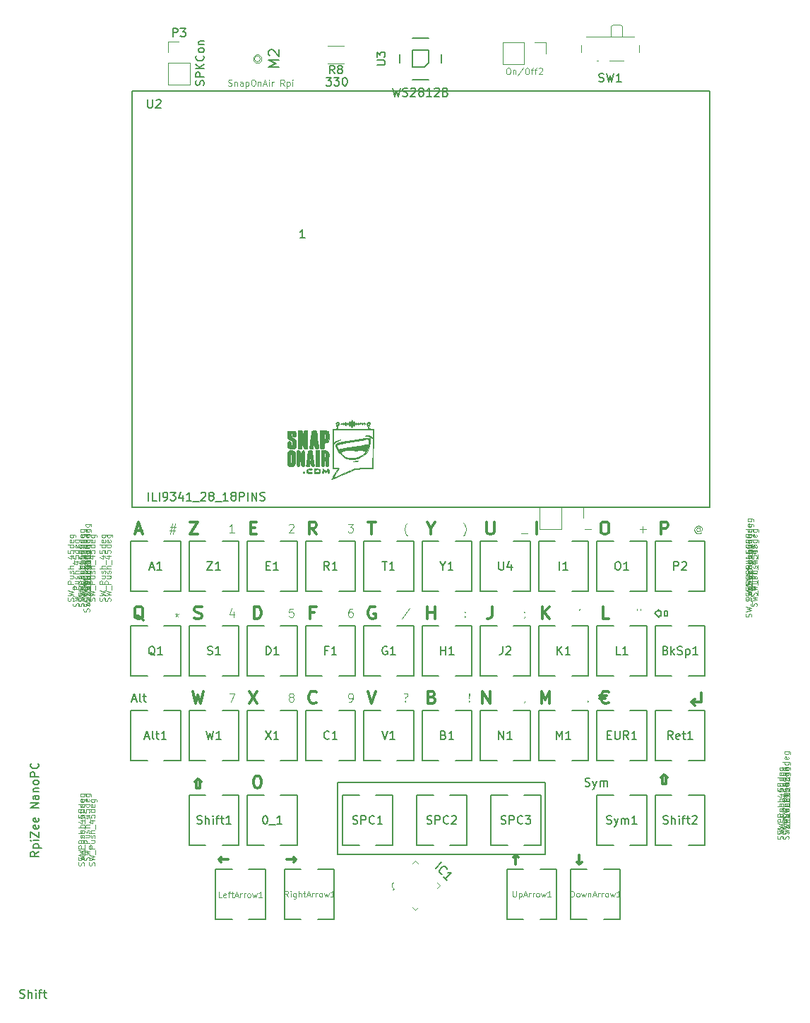
<source format=gbr>
G04 #@! TF.FileFunction,Legend,Top*
%FSLAX46Y46*%
G04 Gerber Fmt 4.6, Leading zero omitted, Abs format (unit mm)*
G04 Created by KiCad (PCBNEW 4.0.4-stable) date 12/16/18 15:37:44*
%MOMM*%
%LPD*%
G01*
G04 APERTURE LIST*
%ADD10C,0.100000*%
%ADD11C,0.200000*%
%ADD12C,0.300000*%
%ADD13C,0.150000*%
%ADD14C,0.120000*%
%ADD15C,0.045720*%
%ADD16C,0.022860*%
%ADD17C,0.010000*%
G04 APERTURE END LIST*
D10*
D11*
X92964000Y-164592000D02*
X92964000Y-155956000D01*
X117856000Y-164592000D02*
X92964000Y-164592000D01*
X117856000Y-164084000D02*
X117856000Y-164592000D01*
X117856000Y-155956000D02*
X117856000Y-164084000D01*
X92964000Y-155956000D02*
X117856000Y-155956000D01*
D10*
X122936000Y-146153143D02*
X122983619Y-146200762D01*
X122936000Y-146248381D01*
X122888381Y-146200762D01*
X122936000Y-146153143D01*
X122936000Y-146248381D01*
X115363619Y-146200762D02*
X115363619Y-146248381D01*
X115316000Y-146343619D01*
X115268381Y-146391238D01*
X108712000Y-146153143D02*
X108759619Y-146200762D01*
X108712000Y-146248381D01*
X108664381Y-146200762D01*
X108712000Y-146153143D01*
X108712000Y-146248381D01*
X108712000Y-145867429D02*
X108664381Y-145296000D01*
X108712000Y-145248381D01*
X108759619Y-145296000D01*
X108712000Y-145867429D01*
X108712000Y-145248381D01*
X101044381Y-146153143D02*
X101092000Y-146200762D01*
X101044381Y-146248381D01*
X100996762Y-146200762D01*
X101044381Y-146153143D01*
X101044381Y-146248381D01*
X100853905Y-145296000D02*
X100949143Y-145248381D01*
X101187239Y-145248381D01*
X101282477Y-145296000D01*
X101330096Y-145391238D01*
X101330096Y-145486476D01*
X101282477Y-145581714D01*
X101234858Y-145629333D01*
X101139619Y-145676952D01*
X101092000Y-145724571D01*
X101044381Y-145819810D01*
X101044381Y-145867429D01*
X94297524Y-146248381D02*
X94488000Y-146248381D01*
X94583239Y-146200762D01*
X94630858Y-146153143D01*
X94726096Y-146010286D01*
X94773715Y-145819810D01*
X94773715Y-145438857D01*
X94726096Y-145343619D01*
X94678477Y-145296000D01*
X94583239Y-145248381D01*
X94392762Y-145248381D01*
X94297524Y-145296000D01*
X94249905Y-145343619D01*
X94202286Y-145438857D01*
X94202286Y-145676952D01*
X94249905Y-145772190D01*
X94297524Y-145819810D01*
X94392762Y-145867429D01*
X94583239Y-145867429D01*
X94678477Y-145819810D01*
X94726096Y-145772190D01*
X94773715Y-145676952D01*
X87280762Y-145676952D02*
X87185524Y-145629333D01*
X87137905Y-145581714D01*
X87090286Y-145486476D01*
X87090286Y-145438857D01*
X87137905Y-145343619D01*
X87185524Y-145296000D01*
X87280762Y-145248381D01*
X87471239Y-145248381D01*
X87566477Y-145296000D01*
X87614096Y-145343619D01*
X87661715Y-145438857D01*
X87661715Y-145486476D01*
X87614096Y-145581714D01*
X87566477Y-145629333D01*
X87471239Y-145676952D01*
X87280762Y-145676952D01*
X87185524Y-145724571D01*
X87137905Y-145772190D01*
X87090286Y-145867429D01*
X87090286Y-146057905D01*
X87137905Y-146153143D01*
X87185524Y-146200762D01*
X87280762Y-146248381D01*
X87471239Y-146248381D01*
X87566477Y-146200762D01*
X87614096Y-146153143D01*
X87661715Y-146057905D01*
X87661715Y-145867429D01*
X87614096Y-145772190D01*
X87566477Y-145724571D01*
X87471239Y-145676952D01*
X79930667Y-145248381D02*
X80597334Y-145248381D01*
X80168762Y-146248381D01*
X128841524Y-135088381D02*
X128841524Y-135278857D01*
X129222477Y-135088381D02*
X129222477Y-135278857D01*
X121967619Y-135088381D02*
X121872381Y-135278857D01*
X115363619Y-136040762D02*
X115363619Y-136088381D01*
X115316000Y-136183619D01*
X115268381Y-136231238D01*
X115316000Y-135469333D02*
X115363619Y-135516952D01*
X115316000Y-135564571D01*
X115268381Y-135516952D01*
X115316000Y-135469333D01*
X115316000Y-135564571D01*
X108204000Y-135993143D02*
X108251619Y-136040762D01*
X108204000Y-136088381D01*
X108156381Y-136040762D01*
X108204000Y-135993143D01*
X108204000Y-136088381D01*
X108204000Y-135469333D02*
X108251619Y-135516952D01*
X108204000Y-135564571D01*
X108156381Y-135516952D01*
X108204000Y-135469333D01*
X108204000Y-135564571D01*
X101520572Y-135040762D02*
X100663429Y-136326476D01*
X94678477Y-135088381D02*
X94488000Y-135088381D01*
X94392762Y-135136000D01*
X94345143Y-135183619D01*
X94249905Y-135326476D01*
X94202286Y-135516952D01*
X94202286Y-135897905D01*
X94249905Y-135993143D01*
X94297524Y-136040762D01*
X94392762Y-136088381D01*
X94583239Y-136088381D01*
X94678477Y-136040762D01*
X94726096Y-135993143D01*
X94773715Y-135897905D01*
X94773715Y-135659810D01*
X94726096Y-135564571D01*
X94678477Y-135516952D01*
X94583239Y-135469333D01*
X94392762Y-135469333D01*
X94297524Y-135516952D01*
X94249905Y-135564571D01*
X94202286Y-135659810D01*
X87614096Y-135088381D02*
X87137905Y-135088381D01*
X87090286Y-135564571D01*
X87137905Y-135516952D01*
X87233143Y-135469333D01*
X87471239Y-135469333D01*
X87566477Y-135516952D01*
X87614096Y-135564571D01*
X87661715Y-135659810D01*
X87661715Y-135897905D01*
X87614096Y-135993143D01*
X87566477Y-136040762D01*
X87471239Y-136088381D01*
X87233143Y-136088381D01*
X87137905Y-136040762D01*
X87090286Y-135993143D01*
X80454477Y-135421714D02*
X80454477Y-136088381D01*
X80216381Y-135040762D02*
X79978286Y-135755048D01*
X80597334Y-135755048D01*
X73660000Y-135596381D02*
X73660000Y-135834476D01*
X73421905Y-135739238D02*
X73660000Y-135834476D01*
X73898096Y-135739238D01*
X73517143Y-136024952D02*
X73660000Y-135834476D01*
X73802858Y-136024952D01*
X136358286Y-125452190D02*
X136310667Y-125404571D01*
X136215429Y-125356952D01*
X136120191Y-125356952D01*
X136024953Y-125404571D01*
X135977333Y-125452190D01*
X135929714Y-125547429D01*
X135929714Y-125642667D01*
X135977333Y-125737905D01*
X136024953Y-125785524D01*
X136120191Y-125833143D01*
X136215429Y-125833143D01*
X136310667Y-125785524D01*
X136358286Y-125737905D01*
X136358286Y-125356952D02*
X136358286Y-125737905D01*
X136405905Y-125785524D01*
X136453524Y-125785524D01*
X136548762Y-125737905D01*
X136596381Y-125642667D01*
X136596381Y-125404571D01*
X136501143Y-125261714D01*
X136358286Y-125166476D01*
X136167810Y-125118857D01*
X135977333Y-125166476D01*
X135834476Y-125261714D01*
X135739238Y-125404571D01*
X135691619Y-125595048D01*
X135739238Y-125785524D01*
X135834476Y-125928381D01*
X135977333Y-126023619D01*
X136167810Y-126071238D01*
X136358286Y-126023619D01*
X136501143Y-125928381D01*
X129159048Y-125547429D02*
X129920953Y-125547429D01*
X129540001Y-125928381D02*
X129540001Y-125166476D01*
X122555048Y-125547429D02*
X123316953Y-125547429D01*
X114935048Y-126023619D02*
X115696953Y-126023619D01*
X108013524Y-126309333D02*
X108061143Y-126261714D01*
X108156381Y-126118857D01*
X108204000Y-126023619D01*
X108251619Y-125880762D01*
X108299238Y-125642667D01*
X108299238Y-125452190D01*
X108251619Y-125214095D01*
X108204000Y-125071238D01*
X108156381Y-124976000D01*
X108061143Y-124833143D01*
X108013524Y-124785524D01*
X101282477Y-126309333D02*
X101234857Y-126261714D01*
X101139619Y-126118857D01*
X101092000Y-126023619D01*
X101044381Y-125880762D01*
X100996762Y-125642667D01*
X100996762Y-125452190D01*
X101044381Y-125214095D01*
X101092000Y-125071238D01*
X101139619Y-124976000D01*
X101234857Y-124833143D01*
X101282477Y-124785524D01*
X94154667Y-124928381D02*
X94773715Y-124928381D01*
X94440381Y-125309333D01*
X94583239Y-125309333D01*
X94678477Y-125356952D01*
X94726096Y-125404571D01*
X94773715Y-125499810D01*
X94773715Y-125737905D01*
X94726096Y-125833143D01*
X94678477Y-125880762D01*
X94583239Y-125928381D01*
X94297524Y-125928381D01*
X94202286Y-125880762D01*
X94154667Y-125833143D01*
X87090286Y-125023619D02*
X87137905Y-124976000D01*
X87233143Y-124928381D01*
X87471239Y-124928381D01*
X87566477Y-124976000D01*
X87614096Y-125023619D01*
X87661715Y-125118857D01*
X87661715Y-125214095D01*
X87614096Y-125356952D01*
X87042667Y-125928381D01*
X87661715Y-125928381D01*
X80549715Y-125928381D02*
X79978286Y-125928381D01*
X80264000Y-125928381D02*
X80264000Y-124928381D01*
X80168762Y-125071238D01*
X80073524Y-125166476D01*
X79978286Y-125214095D01*
X72842476Y-125261714D02*
X73556762Y-125261714D01*
X73128190Y-124833143D02*
X72842476Y-126118857D01*
X73461524Y-125690286D02*
X72747238Y-125690286D01*
X73175810Y-126118857D02*
X73461524Y-124833143D01*
D11*
X132476762Y-135350285D02*
X132476762Y-135921714D01*
X132095810Y-135921714D01*
X132095810Y-135350285D01*
X132476762Y-135350285D01*
X131714857Y-135350285D02*
X131714857Y-135921714D01*
X131429143Y-135921714D01*
X131429143Y-136112190D01*
X130952952Y-135636000D01*
X131429143Y-135159809D01*
X131429143Y-135350285D01*
X131714857Y-135350285D01*
D12*
X136524953Y-145176952D02*
X136524953Y-146319810D01*
X135382095Y-146319810D01*
X135763048Y-145938857D02*
X135382095Y-146319810D01*
X135763048Y-146700762D01*
X132294286Y-156126571D02*
X131865715Y-156126571D01*
X131865715Y-155340857D01*
X131722858Y-155340857D01*
X132080000Y-154983714D01*
X132437143Y-155340857D01*
X132294286Y-155340857D01*
X132294286Y-156126571D01*
X76414286Y-156634571D02*
X75985715Y-156634571D01*
X75985715Y-155848857D01*
X75842858Y-155848857D01*
X76200000Y-155491714D01*
X76557143Y-155848857D01*
X76414286Y-155848857D01*
X76414286Y-156634571D01*
X86804572Y-165207143D02*
X87947429Y-165207143D01*
X87661715Y-165492857D02*
X87947429Y-165207143D01*
X87661715Y-164921429D01*
X79819429Y-165207143D02*
X78676572Y-165207143D01*
X78962286Y-165492857D02*
X78676572Y-165207143D01*
X78962286Y-164921429D01*
X121920000Y-164635714D02*
X121920000Y-165778571D01*
X122205715Y-165492857D02*
X121920000Y-165778571D01*
X121634286Y-165492857D01*
X114300000Y-165778571D02*
X114300000Y-164635714D01*
X114014286Y-164921429D02*
X114300000Y-164635714D01*
X114585715Y-164921429D01*
D13*
X122618667Y-156360762D02*
X122761524Y-156408381D01*
X122999620Y-156408381D01*
X123094858Y-156360762D01*
X123142477Y-156313143D01*
X123190096Y-156217905D01*
X123190096Y-156122667D01*
X123142477Y-156027429D01*
X123094858Y-155979810D01*
X122999620Y-155932190D01*
X122809143Y-155884571D01*
X122713905Y-155836952D01*
X122666286Y-155789333D01*
X122618667Y-155694095D01*
X122618667Y-155598857D01*
X122666286Y-155503619D01*
X122713905Y-155456000D01*
X122809143Y-155408381D01*
X123047239Y-155408381D01*
X123190096Y-155456000D01*
X123523429Y-155741714D02*
X123761524Y-156408381D01*
X123999620Y-155741714D02*
X123761524Y-156408381D01*
X123666286Y-156646476D01*
X123618667Y-156694095D01*
X123523429Y-156741714D01*
X124380572Y-156408381D02*
X124380572Y-155741714D01*
X124380572Y-155836952D02*
X124428191Y-155789333D01*
X124523429Y-155741714D01*
X124666287Y-155741714D01*
X124761525Y-155789333D01*
X124809144Y-155884571D01*
X124809144Y-156408381D01*
X124809144Y-155884571D02*
X124856763Y-155789333D01*
X124952001Y-155741714D01*
X125094858Y-155741714D01*
X125190096Y-155789333D01*
X125237715Y-155884571D01*
X125237715Y-156408381D01*
D12*
X83240572Y-155134571D02*
X83383429Y-155134571D01*
X83526286Y-155206000D01*
X83597715Y-155277429D01*
X83669144Y-155420286D01*
X83740572Y-155706000D01*
X83740572Y-156063143D01*
X83669144Y-156348857D01*
X83597715Y-156491714D01*
X83526286Y-156563143D01*
X83383429Y-156634571D01*
X83240572Y-156634571D01*
X83097715Y-156563143D01*
X83026286Y-156491714D01*
X82954858Y-156348857D01*
X82883429Y-156063143D01*
X82883429Y-155706000D01*
X82954858Y-155420286D01*
X83026286Y-155277429D01*
X83097715Y-155206000D01*
X83240572Y-155134571D01*
D13*
X54840381Y-181760762D02*
X54983238Y-181808381D01*
X55221334Y-181808381D01*
X55316572Y-181760762D01*
X55364191Y-181713143D01*
X55411810Y-181617905D01*
X55411810Y-181522667D01*
X55364191Y-181427429D01*
X55316572Y-181379810D01*
X55221334Y-181332190D01*
X55030857Y-181284571D01*
X54935619Y-181236952D01*
X54888000Y-181189333D01*
X54840381Y-181094095D01*
X54840381Y-180998857D01*
X54888000Y-180903619D01*
X54935619Y-180856000D01*
X55030857Y-180808381D01*
X55268953Y-180808381D01*
X55411810Y-180856000D01*
X55840381Y-181808381D02*
X55840381Y-180808381D01*
X56268953Y-181808381D02*
X56268953Y-181284571D01*
X56221334Y-181189333D01*
X56126096Y-181141714D01*
X55983238Y-181141714D01*
X55888000Y-181189333D01*
X55840381Y-181236952D01*
X56745143Y-181808381D02*
X56745143Y-181141714D01*
X56745143Y-180808381D02*
X56697524Y-180856000D01*
X56745143Y-180903619D01*
X56792762Y-180856000D01*
X56745143Y-180808381D01*
X56745143Y-180903619D01*
X57078476Y-181141714D02*
X57459428Y-181141714D01*
X57221333Y-181808381D02*
X57221333Y-180951238D01*
X57268952Y-180856000D01*
X57364190Y-180808381D01*
X57459428Y-180808381D01*
X57649905Y-181141714D02*
X58030857Y-181141714D01*
X57792762Y-180808381D02*
X57792762Y-181665524D01*
X57840381Y-181760762D01*
X57935619Y-181808381D01*
X58030857Y-181808381D01*
D12*
X124360857Y-145903143D02*
X125003714Y-145903143D01*
X124360857Y-145546000D02*
X125218000Y-145546000D01*
X125432286Y-146331714D02*
X125360857Y-146403143D01*
X125146571Y-146474571D01*
X125003714Y-146474571D01*
X124789429Y-146403143D01*
X124646571Y-146260286D01*
X124575143Y-146117429D01*
X124503714Y-145831714D01*
X124503714Y-145617429D01*
X124575143Y-145331714D01*
X124646571Y-145188857D01*
X124789429Y-145046000D01*
X125003714Y-144974571D01*
X125146571Y-144974571D01*
X125360857Y-145046000D01*
X125432286Y-145117429D01*
X117356000Y-146474571D02*
X117356000Y-144974571D01*
X117856000Y-146046000D01*
X118356000Y-144974571D01*
X118356000Y-146474571D01*
X110315429Y-146474571D02*
X110315429Y-144974571D01*
X111172572Y-146474571D01*
X111172572Y-144974571D01*
X104247143Y-145688857D02*
X104461429Y-145760286D01*
X104532857Y-145831714D01*
X104604286Y-145974571D01*
X104604286Y-146188857D01*
X104532857Y-146331714D01*
X104461429Y-146403143D01*
X104318571Y-146474571D01*
X103747143Y-146474571D01*
X103747143Y-144974571D01*
X104247143Y-144974571D01*
X104390000Y-145046000D01*
X104461429Y-145117429D01*
X104532857Y-145260286D01*
X104532857Y-145403143D01*
X104461429Y-145546000D01*
X104390000Y-145617429D01*
X104247143Y-145688857D01*
X103747143Y-145688857D01*
X96528000Y-144974571D02*
X97028000Y-146474571D01*
X97528000Y-144974571D01*
X90380286Y-146331714D02*
X90308857Y-146403143D01*
X90094571Y-146474571D01*
X89951714Y-146474571D01*
X89737429Y-146403143D01*
X89594571Y-146260286D01*
X89523143Y-146117429D01*
X89451714Y-145831714D01*
X89451714Y-145617429D01*
X89523143Y-145331714D01*
X89594571Y-145188857D01*
X89737429Y-145046000D01*
X89951714Y-144974571D01*
X90094571Y-144974571D01*
X90308857Y-145046000D01*
X90380286Y-145117429D01*
X82304001Y-144974571D02*
X83304001Y-146474571D01*
X83304001Y-144974571D02*
X82304001Y-146474571D01*
X75557143Y-144974571D02*
X75914286Y-146474571D01*
X76200000Y-145403143D01*
X76485714Y-146474571D01*
X76842857Y-144974571D01*
D13*
X68302285Y-145962667D02*
X68778476Y-145962667D01*
X68207047Y-146248381D02*
X68540380Y-145248381D01*
X68873714Y-146248381D01*
X69349904Y-146248381D02*
X69254666Y-146200762D01*
X69207047Y-146105524D01*
X69207047Y-145248381D01*
X69588000Y-145581714D02*
X69968952Y-145581714D01*
X69730857Y-145248381D02*
X69730857Y-146105524D01*
X69778476Y-146200762D01*
X69873714Y-146248381D01*
X69968952Y-146248381D01*
D12*
X125432286Y-136314571D02*
X124718000Y-136314571D01*
X124718000Y-134814571D01*
X117463143Y-136314571D02*
X117463143Y-134814571D01*
X118320286Y-136314571D02*
X117677429Y-135457429D01*
X118320286Y-134814571D02*
X117463143Y-135671714D01*
X111466286Y-134814571D02*
X111466286Y-135886000D01*
X111394858Y-136100286D01*
X111252001Y-136243143D01*
X111037715Y-136314571D01*
X110894858Y-136314571D01*
X103711429Y-136314571D02*
X103711429Y-134814571D01*
X103711429Y-135528857D02*
X104568572Y-135528857D01*
X104568572Y-136314571D02*
X104568572Y-134814571D01*
X97420857Y-134886000D02*
X97278000Y-134814571D01*
X97063714Y-134814571D01*
X96849429Y-134886000D01*
X96706571Y-135028857D01*
X96635143Y-135171714D01*
X96563714Y-135457429D01*
X96563714Y-135671714D01*
X96635143Y-135957429D01*
X96706571Y-136100286D01*
X96849429Y-136243143D01*
X97063714Y-136314571D01*
X97206571Y-136314571D01*
X97420857Y-136243143D01*
X97492286Y-136171714D01*
X97492286Y-135671714D01*
X97206571Y-135671714D01*
X90130286Y-135528857D02*
X89630286Y-135528857D01*
X89630286Y-136314571D02*
X89630286Y-134814571D01*
X90344572Y-134814571D01*
X82919143Y-136314571D02*
X82919143Y-134814571D01*
X83276286Y-134814571D01*
X83490571Y-134886000D01*
X83633429Y-135028857D01*
X83704857Y-135171714D01*
X83776286Y-135457429D01*
X83776286Y-135671714D01*
X83704857Y-135957429D01*
X83633429Y-136100286D01*
X83490571Y-136243143D01*
X83276286Y-136314571D01*
X82919143Y-136314571D01*
X75771429Y-136243143D02*
X75985715Y-136314571D01*
X76342858Y-136314571D01*
X76485715Y-136243143D01*
X76557144Y-136171714D01*
X76628572Y-136028857D01*
X76628572Y-135886000D01*
X76557144Y-135743143D01*
X76485715Y-135671714D01*
X76342858Y-135600286D01*
X76057144Y-135528857D01*
X75914286Y-135457429D01*
X75842858Y-135386000D01*
X75771429Y-135243143D01*
X75771429Y-135100286D01*
X75842858Y-134957429D01*
X75914286Y-134886000D01*
X76057144Y-134814571D01*
X76414286Y-134814571D01*
X76628572Y-134886000D01*
X69659429Y-136457429D02*
X69516572Y-136386000D01*
X69373715Y-136243143D01*
X69159429Y-136028857D01*
X69016572Y-135957429D01*
X68873715Y-135957429D01*
X68945143Y-136314571D02*
X68802286Y-136243143D01*
X68659429Y-136100286D01*
X68588000Y-135814571D01*
X68588000Y-135314571D01*
X68659429Y-135028857D01*
X68802286Y-134886000D01*
X68945143Y-134814571D01*
X69230857Y-134814571D01*
X69373715Y-134886000D01*
X69516572Y-135028857D01*
X69588000Y-135314571D01*
X69588000Y-135814571D01*
X69516572Y-136100286D01*
X69373715Y-136243143D01*
X69230857Y-136314571D01*
X68945143Y-136314571D01*
X131687143Y-126154571D02*
X131687143Y-124654571D01*
X132258571Y-124654571D01*
X132401429Y-124726000D01*
X132472857Y-124797429D01*
X132544286Y-124940286D01*
X132544286Y-125154571D01*
X132472857Y-125297429D01*
X132401429Y-125368857D01*
X132258571Y-125440286D01*
X131687143Y-125440286D01*
X124825143Y-124654571D02*
X125110857Y-124654571D01*
X125253715Y-124726000D01*
X125396572Y-124868857D01*
X125468000Y-125154571D01*
X125468000Y-125654571D01*
X125396572Y-125940286D01*
X125253715Y-126083143D01*
X125110857Y-126154571D01*
X124825143Y-126154571D01*
X124682286Y-126083143D01*
X124539429Y-125940286D01*
X124468000Y-125654571D01*
X124468000Y-125154571D01*
X124539429Y-124868857D01*
X124682286Y-124726000D01*
X124825143Y-124654571D01*
X116840000Y-126154571D02*
X116840000Y-124654571D01*
X110823429Y-124654571D02*
X110823429Y-125868857D01*
X110894857Y-126011714D01*
X110966286Y-126083143D01*
X111109143Y-126154571D01*
X111394857Y-126154571D01*
X111537715Y-126083143D01*
X111609143Y-126011714D01*
X111680572Y-125868857D01*
X111680572Y-124654571D01*
X104140000Y-125440286D02*
X104140000Y-126154571D01*
X103640000Y-124654571D02*
X104140000Y-125440286D01*
X104640000Y-124654571D01*
X96599429Y-124654571D02*
X97456572Y-124654571D01*
X97028001Y-126154571D02*
X97028001Y-124654571D01*
X90380286Y-126154571D02*
X89880286Y-125440286D01*
X89523143Y-126154571D02*
X89523143Y-124654571D01*
X90094571Y-124654571D01*
X90237429Y-124726000D01*
X90308857Y-124797429D01*
X90380286Y-124940286D01*
X90380286Y-125154571D01*
X90308857Y-125297429D01*
X90237429Y-125368857D01*
X90094571Y-125440286D01*
X89523143Y-125440286D01*
X82482572Y-125368857D02*
X82982572Y-125368857D01*
X83196858Y-126154571D02*
X82482572Y-126154571D01*
X82482572Y-124654571D01*
X83196858Y-124654571D01*
X75192001Y-124654571D02*
X76192001Y-124654571D01*
X75192001Y-126154571D01*
X76192001Y-126154571D01*
X68730857Y-125726000D02*
X69445143Y-125726000D01*
X68588000Y-126154571D02*
X69088000Y-124654571D01*
X69588000Y-126154571D01*
D10*
X79818001Y-72312571D02*
X79925144Y-72348286D01*
X80103715Y-72348286D01*
X80175144Y-72312571D01*
X80210858Y-72276857D01*
X80246573Y-72205429D01*
X80246573Y-72134000D01*
X80210858Y-72062571D01*
X80175144Y-72026857D01*
X80103715Y-71991143D01*
X79960858Y-71955429D01*
X79889430Y-71919714D01*
X79853715Y-71884000D01*
X79818001Y-71812571D01*
X79818001Y-71741143D01*
X79853715Y-71669714D01*
X79889430Y-71634000D01*
X79960858Y-71598286D01*
X80139430Y-71598286D01*
X80246573Y-71634000D01*
X80568001Y-71848286D02*
X80568001Y-72348286D01*
X80568001Y-71919714D02*
X80603716Y-71884000D01*
X80675144Y-71848286D01*
X80782287Y-71848286D01*
X80853716Y-71884000D01*
X80889430Y-71955429D01*
X80889430Y-72348286D01*
X81568001Y-72348286D02*
X81568001Y-71955429D01*
X81532287Y-71884000D01*
X81460858Y-71848286D01*
X81318001Y-71848286D01*
X81246572Y-71884000D01*
X81568001Y-72312571D02*
X81496572Y-72348286D01*
X81318001Y-72348286D01*
X81246572Y-72312571D01*
X81210858Y-72241143D01*
X81210858Y-72169714D01*
X81246572Y-72098286D01*
X81318001Y-72062571D01*
X81496572Y-72062571D01*
X81568001Y-72026857D01*
X81925143Y-71848286D02*
X81925143Y-72598286D01*
X81925143Y-71884000D02*
X81996572Y-71848286D01*
X82139429Y-71848286D01*
X82210858Y-71884000D01*
X82246572Y-71919714D01*
X82282286Y-71991143D01*
X82282286Y-72205429D01*
X82246572Y-72276857D01*
X82210858Y-72312571D01*
X82139429Y-72348286D01*
X81996572Y-72348286D01*
X81925143Y-72312571D01*
X82746572Y-71598286D02*
X82889429Y-71598286D01*
X82960857Y-71634000D01*
X83032286Y-71705429D01*
X83068000Y-71848286D01*
X83068000Y-72098286D01*
X83032286Y-72241143D01*
X82960857Y-72312571D01*
X82889429Y-72348286D01*
X82746572Y-72348286D01*
X82675143Y-72312571D01*
X82603714Y-72241143D01*
X82568000Y-72098286D01*
X82568000Y-71848286D01*
X82603714Y-71705429D01*
X82675143Y-71634000D01*
X82746572Y-71598286D01*
X83389428Y-71848286D02*
X83389428Y-72348286D01*
X83389428Y-71919714D02*
X83425143Y-71884000D01*
X83496571Y-71848286D01*
X83603714Y-71848286D01*
X83675143Y-71884000D01*
X83710857Y-71955429D01*
X83710857Y-72348286D01*
X84032285Y-72134000D02*
X84389428Y-72134000D01*
X83960857Y-72348286D02*
X84210857Y-71598286D01*
X84460857Y-72348286D01*
X84710856Y-72348286D02*
X84710856Y-71848286D01*
X84710856Y-71598286D02*
X84675142Y-71634000D01*
X84710856Y-71669714D01*
X84746571Y-71634000D01*
X84710856Y-71598286D01*
X84710856Y-71669714D01*
X85067999Y-72348286D02*
X85067999Y-71848286D01*
X85067999Y-71991143D02*
X85103714Y-71919714D01*
X85139428Y-71884000D01*
X85210857Y-71848286D01*
X85282285Y-71848286D01*
X86532286Y-72348286D02*
X86282286Y-71991143D01*
X86103714Y-72348286D02*
X86103714Y-71598286D01*
X86389429Y-71598286D01*
X86460857Y-71634000D01*
X86496572Y-71669714D01*
X86532286Y-71741143D01*
X86532286Y-71848286D01*
X86496572Y-71919714D01*
X86460857Y-71955429D01*
X86389429Y-71991143D01*
X86103714Y-71991143D01*
X86853714Y-71848286D02*
X86853714Y-72598286D01*
X86853714Y-71884000D02*
X86925143Y-71848286D01*
X87068000Y-71848286D01*
X87139429Y-71884000D01*
X87175143Y-71919714D01*
X87210857Y-71991143D01*
X87210857Y-72205429D01*
X87175143Y-72276857D01*
X87139429Y-72312571D01*
X87068000Y-72348286D01*
X86925143Y-72348286D01*
X86853714Y-72312571D01*
X87532285Y-72348286D02*
X87532285Y-71848286D01*
X87532285Y-71598286D02*
X87496571Y-71634000D01*
X87532285Y-71669714D01*
X87568000Y-71634000D01*
X87532285Y-71598286D01*
X87532285Y-71669714D01*
D13*
X57094381Y-164234190D02*
X56618190Y-164567524D01*
X57094381Y-164805619D02*
X56094381Y-164805619D01*
X56094381Y-164424666D01*
X56142000Y-164329428D01*
X56189619Y-164281809D01*
X56284857Y-164234190D01*
X56427714Y-164234190D01*
X56522952Y-164281809D01*
X56570571Y-164329428D01*
X56618190Y-164424666D01*
X56618190Y-164805619D01*
X56427714Y-163805619D02*
X57427714Y-163805619D01*
X56475333Y-163805619D02*
X56427714Y-163710381D01*
X56427714Y-163519904D01*
X56475333Y-163424666D01*
X56522952Y-163377047D01*
X56618190Y-163329428D01*
X56903905Y-163329428D01*
X56999143Y-163377047D01*
X57046762Y-163424666D01*
X57094381Y-163519904D01*
X57094381Y-163710381D01*
X57046762Y-163805619D01*
X57094381Y-162900857D02*
X56427714Y-162900857D01*
X56094381Y-162900857D02*
X56142000Y-162948476D01*
X56189619Y-162900857D01*
X56142000Y-162853238D01*
X56094381Y-162900857D01*
X56189619Y-162900857D01*
X56094381Y-162519905D02*
X56094381Y-161853238D01*
X57094381Y-162519905D01*
X57094381Y-161853238D01*
X57046762Y-161091333D02*
X57094381Y-161186571D01*
X57094381Y-161377048D01*
X57046762Y-161472286D01*
X56951524Y-161519905D01*
X56570571Y-161519905D01*
X56475333Y-161472286D01*
X56427714Y-161377048D01*
X56427714Y-161186571D01*
X56475333Y-161091333D01*
X56570571Y-161043714D01*
X56665810Y-161043714D01*
X56761048Y-161519905D01*
X57046762Y-160234190D02*
X57094381Y-160329428D01*
X57094381Y-160519905D01*
X57046762Y-160615143D01*
X56951524Y-160662762D01*
X56570571Y-160662762D01*
X56475333Y-160615143D01*
X56427714Y-160519905D01*
X56427714Y-160329428D01*
X56475333Y-160234190D01*
X56570571Y-160186571D01*
X56665810Y-160186571D01*
X56761048Y-160662762D01*
X57094381Y-158996095D02*
X56094381Y-158996095D01*
X57094381Y-158424666D01*
X56094381Y-158424666D01*
X57094381Y-157519904D02*
X56570571Y-157519904D01*
X56475333Y-157567523D01*
X56427714Y-157662761D01*
X56427714Y-157853238D01*
X56475333Y-157948476D01*
X57046762Y-157519904D02*
X57094381Y-157615142D01*
X57094381Y-157853238D01*
X57046762Y-157948476D01*
X56951524Y-157996095D01*
X56856286Y-157996095D01*
X56761048Y-157948476D01*
X56713429Y-157853238D01*
X56713429Y-157615142D01*
X56665810Y-157519904D01*
X56427714Y-157043714D02*
X57094381Y-157043714D01*
X56522952Y-157043714D02*
X56475333Y-156996095D01*
X56427714Y-156900857D01*
X56427714Y-156757999D01*
X56475333Y-156662761D01*
X56570571Y-156615142D01*
X57094381Y-156615142D01*
X57094381Y-155996095D02*
X57046762Y-156091333D01*
X56999143Y-156138952D01*
X56903905Y-156186571D01*
X56618190Y-156186571D01*
X56522952Y-156138952D01*
X56475333Y-156091333D01*
X56427714Y-155996095D01*
X56427714Y-155853237D01*
X56475333Y-155757999D01*
X56522952Y-155710380D01*
X56618190Y-155662761D01*
X56903905Y-155662761D01*
X56999143Y-155710380D01*
X57046762Y-155757999D01*
X57094381Y-155853237D01*
X57094381Y-155996095D01*
X57094381Y-155234190D02*
X56094381Y-155234190D01*
X56094381Y-154853237D01*
X56142000Y-154757999D01*
X56189619Y-154710380D01*
X56284857Y-154662761D01*
X56427714Y-154662761D01*
X56522952Y-154710380D01*
X56570571Y-154757999D01*
X56618190Y-154853237D01*
X56618190Y-155234190D01*
X56999143Y-153662761D02*
X57046762Y-153710380D01*
X57094381Y-153853237D01*
X57094381Y-153948475D01*
X57046762Y-154091333D01*
X56951524Y-154186571D01*
X56856286Y-154234190D01*
X56665810Y-154281809D01*
X56522952Y-154281809D01*
X56332476Y-154234190D01*
X56237238Y-154186571D01*
X56142000Y-154091333D01*
X56094381Y-153948475D01*
X56094381Y-153853237D01*
X56142000Y-153710380D01*
X56189619Y-153662761D01*
X68326000Y-122936000D02*
X137526000Y-122936000D01*
X137526000Y-122936000D02*
X137526000Y-72936000D01*
X137526000Y-72936000D02*
X68326000Y-72936000D01*
X68326000Y-72936000D02*
X68326000Y-122936000D01*
D11*
X101870000Y-70088000D02*
X101870000Y-68088000D01*
X101870000Y-68088000D02*
X103870000Y-68088000D01*
X103870000Y-68088000D02*
X103870000Y-69588000D01*
X103870000Y-69588000D02*
X103370000Y-70088000D01*
X103370000Y-70088000D02*
X101870000Y-70088000D01*
X101870000Y-71588000D02*
X103870000Y-71588000D01*
X105370000Y-69588000D02*
X105370000Y-68588000D01*
X101870000Y-66588000D02*
X103870000Y-66588000D01*
X100370000Y-69588000D02*
X100370000Y-68588000D01*
D13*
X84090000Y-157465000D02*
X82090000Y-157465000D01*
X82090000Y-157465000D02*
X82090000Y-163465000D01*
X82090000Y-163465000D02*
X84090000Y-163465000D01*
X86090000Y-163465000D02*
X88090000Y-163465000D01*
X88090000Y-163465000D02*
X88090000Y-157465000D01*
X88090000Y-157465000D02*
X86090000Y-157465000D01*
X70120000Y-126985000D02*
X68120000Y-126985000D01*
X68120000Y-126985000D02*
X68120000Y-132985000D01*
X68120000Y-132985000D02*
X70120000Y-132985000D01*
X72120000Y-132985000D02*
X74120000Y-132985000D01*
X74120000Y-132985000D02*
X74120000Y-126985000D01*
X74120000Y-126985000D02*
X72120000Y-126985000D01*
X70120000Y-147305000D02*
X68120000Y-147305000D01*
X68120000Y-147305000D02*
X68120000Y-153305000D01*
X68120000Y-153305000D02*
X70120000Y-153305000D01*
X72120000Y-153305000D02*
X74120000Y-153305000D01*
X74120000Y-153305000D02*
X74120000Y-147305000D01*
X74120000Y-147305000D02*
X72120000Y-147305000D01*
X105045000Y-147305000D02*
X103045000Y-147305000D01*
X103045000Y-147305000D02*
X103045000Y-153305000D01*
X103045000Y-153305000D02*
X105045000Y-153305000D01*
X107045000Y-153305000D02*
X109045000Y-153305000D01*
X109045000Y-153305000D02*
X109045000Y-147305000D01*
X109045000Y-147305000D02*
X107045000Y-147305000D01*
X132985000Y-137145000D02*
X130985000Y-137145000D01*
X130985000Y-137145000D02*
X130985000Y-143145000D01*
X130985000Y-143145000D02*
X132985000Y-143145000D01*
X134985000Y-143145000D02*
X136985000Y-143145000D01*
X136985000Y-143145000D02*
X136985000Y-137145000D01*
X136985000Y-137145000D02*
X134985000Y-137145000D01*
X91075000Y-147305000D02*
X89075000Y-147305000D01*
X89075000Y-147305000D02*
X89075000Y-153305000D01*
X89075000Y-153305000D02*
X91075000Y-153305000D01*
X93075000Y-153305000D02*
X95075000Y-153305000D01*
X95075000Y-153305000D02*
X95075000Y-147305000D01*
X95075000Y-147305000D02*
X93075000Y-147305000D01*
X84090000Y-137145000D02*
X82090000Y-137145000D01*
X82090000Y-137145000D02*
X82090000Y-143145000D01*
X82090000Y-143145000D02*
X84090000Y-143145000D01*
X86090000Y-143145000D02*
X88090000Y-143145000D01*
X88090000Y-143145000D02*
X88090000Y-137145000D01*
X88090000Y-137145000D02*
X86090000Y-137145000D01*
X122825000Y-166355000D02*
X120825000Y-166355000D01*
X120825000Y-166355000D02*
X120825000Y-172355000D01*
X120825000Y-172355000D02*
X122825000Y-172355000D01*
X124825000Y-172355000D02*
X126825000Y-172355000D01*
X126825000Y-172355000D02*
X126825000Y-166355000D01*
X126825000Y-166355000D02*
X124825000Y-166355000D01*
X84090000Y-126985000D02*
X82090000Y-126985000D01*
X82090000Y-126985000D02*
X82090000Y-132985000D01*
X82090000Y-132985000D02*
X84090000Y-132985000D01*
X86090000Y-132985000D02*
X88090000Y-132985000D01*
X88090000Y-132985000D02*
X88090000Y-126985000D01*
X88090000Y-126985000D02*
X86090000Y-126985000D01*
X126000000Y-147305000D02*
X124000000Y-147305000D01*
X124000000Y-147305000D02*
X124000000Y-153305000D01*
X124000000Y-153305000D02*
X126000000Y-153305000D01*
X128000000Y-153305000D02*
X130000000Y-153305000D01*
X130000000Y-153305000D02*
X130000000Y-147305000D01*
X130000000Y-147305000D02*
X128000000Y-147305000D01*
X91075000Y-137145000D02*
X89075000Y-137145000D01*
X89075000Y-137145000D02*
X89075000Y-143145000D01*
X89075000Y-143145000D02*
X91075000Y-143145000D01*
X93075000Y-143145000D02*
X95075000Y-143145000D01*
X95075000Y-143145000D02*
X95075000Y-137145000D01*
X95075000Y-137145000D02*
X93075000Y-137145000D01*
X98060000Y-137145000D02*
X96060000Y-137145000D01*
X96060000Y-137145000D02*
X96060000Y-143145000D01*
X96060000Y-143145000D02*
X98060000Y-143145000D01*
X100060000Y-143145000D02*
X102060000Y-143145000D01*
X102060000Y-143145000D02*
X102060000Y-137145000D01*
X102060000Y-137145000D02*
X100060000Y-137145000D01*
X105045000Y-137145000D02*
X103045000Y-137145000D01*
X103045000Y-137145000D02*
X103045000Y-143145000D01*
X103045000Y-143145000D02*
X105045000Y-143145000D01*
X107045000Y-143145000D02*
X109045000Y-143145000D01*
X109045000Y-143145000D02*
X109045000Y-137145000D01*
X109045000Y-137145000D02*
X107045000Y-137145000D01*
X119015000Y-126985000D02*
X117015000Y-126985000D01*
X117015000Y-126985000D02*
X117015000Y-132985000D01*
X117015000Y-132985000D02*
X119015000Y-132985000D01*
X121015000Y-132985000D02*
X123015000Y-132985000D01*
X123015000Y-132985000D02*
X123015000Y-126985000D01*
X123015000Y-126985000D02*
X121015000Y-126985000D01*
D10*
X102235000Y-171244848D02*
X101881447Y-170891295D01*
X102235000Y-171244848D02*
X102588553Y-170891295D01*
X99618705Y-168628553D02*
X99689416Y-168699264D01*
X99689416Y-168699264D02*
X99547994Y-168840685D01*
X99618705Y-167921447D02*
X99477284Y-168062868D01*
X99477284Y-168062868D02*
X99477284Y-168487132D01*
X99477284Y-168487132D02*
X99618705Y-168628553D01*
X102588553Y-165658705D02*
X102235000Y-165305152D01*
X102235000Y-165305152D02*
X101881447Y-165658705D01*
X104851295Y-167921447D02*
X105204848Y-168275000D01*
X105204848Y-168275000D02*
X104851295Y-168628553D01*
D13*
X112030000Y-137145000D02*
X110030000Y-137145000D01*
X110030000Y-137145000D02*
X110030000Y-143145000D01*
X110030000Y-143145000D02*
X112030000Y-143145000D01*
X114030000Y-143145000D02*
X116030000Y-143145000D01*
X116030000Y-143145000D02*
X116030000Y-137145000D01*
X116030000Y-137145000D02*
X114030000Y-137145000D01*
X119015000Y-137145000D02*
X117015000Y-137145000D01*
X117015000Y-137145000D02*
X117015000Y-143145000D01*
X117015000Y-143145000D02*
X119015000Y-143145000D01*
X121015000Y-143145000D02*
X123015000Y-143145000D01*
X123015000Y-143145000D02*
X123015000Y-137145000D01*
X123015000Y-137145000D02*
X121015000Y-137145000D01*
X126000000Y-137145000D02*
X124000000Y-137145000D01*
X124000000Y-137145000D02*
X124000000Y-143145000D01*
X124000000Y-143145000D02*
X126000000Y-143145000D01*
X128000000Y-143145000D02*
X130000000Y-143145000D01*
X130000000Y-143145000D02*
X130000000Y-137145000D01*
X130000000Y-137145000D02*
X128000000Y-137145000D01*
X80280000Y-166355000D02*
X78280000Y-166355000D01*
X78280000Y-166355000D02*
X78280000Y-172355000D01*
X78280000Y-172355000D02*
X80280000Y-172355000D01*
X82280000Y-172355000D02*
X84280000Y-172355000D01*
X84280000Y-172355000D02*
X84280000Y-166355000D01*
X84280000Y-166355000D02*
X82280000Y-166355000D01*
X119015000Y-147305000D02*
X117015000Y-147305000D01*
X117015000Y-147305000D02*
X117015000Y-153305000D01*
X117015000Y-153305000D02*
X119015000Y-153305000D01*
X121015000Y-153305000D02*
X123015000Y-153305000D01*
X123015000Y-153305000D02*
X123015000Y-147305000D01*
X123015000Y-147305000D02*
X121015000Y-147305000D01*
X112030000Y-147305000D02*
X110030000Y-147305000D01*
X110030000Y-147305000D02*
X110030000Y-153305000D01*
X110030000Y-153305000D02*
X112030000Y-153305000D01*
X114030000Y-153305000D02*
X116030000Y-153305000D01*
X116030000Y-153305000D02*
X116030000Y-147305000D01*
X116030000Y-147305000D02*
X114030000Y-147305000D01*
X126000000Y-126985000D02*
X124000000Y-126985000D01*
X124000000Y-126985000D02*
X124000000Y-132985000D01*
X124000000Y-132985000D02*
X126000000Y-132985000D01*
X128000000Y-132985000D02*
X130000000Y-132985000D01*
X130000000Y-132985000D02*
X130000000Y-126985000D01*
X130000000Y-126985000D02*
X128000000Y-126985000D01*
X132985000Y-126985000D02*
X130985000Y-126985000D01*
X130985000Y-126985000D02*
X130985000Y-132985000D01*
X130985000Y-132985000D02*
X132985000Y-132985000D01*
X134985000Y-132985000D02*
X136985000Y-132985000D01*
X136985000Y-132985000D02*
X136985000Y-126985000D01*
X136985000Y-126985000D02*
X134985000Y-126985000D01*
X70120000Y-137145000D02*
X68120000Y-137145000D01*
X68120000Y-137145000D02*
X68120000Y-143145000D01*
X68120000Y-143145000D02*
X70120000Y-143145000D01*
X72120000Y-143145000D02*
X74120000Y-143145000D01*
X74120000Y-143145000D02*
X74120000Y-137145000D01*
X74120000Y-137145000D02*
X72120000Y-137145000D01*
X91075000Y-126985000D02*
X89075000Y-126985000D01*
X89075000Y-126985000D02*
X89075000Y-132985000D01*
X89075000Y-132985000D02*
X91075000Y-132985000D01*
X93075000Y-132985000D02*
X95075000Y-132985000D01*
X95075000Y-132985000D02*
X95075000Y-126985000D01*
X95075000Y-126985000D02*
X93075000Y-126985000D01*
X132985000Y-147305000D02*
X130985000Y-147305000D01*
X130985000Y-147305000D02*
X130985000Y-153305000D01*
X130985000Y-153305000D02*
X132985000Y-153305000D01*
X134985000Y-153305000D02*
X136985000Y-153305000D01*
X136985000Y-153305000D02*
X136985000Y-147305000D01*
X136985000Y-147305000D02*
X134985000Y-147305000D01*
X88535000Y-166355000D02*
X86535000Y-166355000D01*
X86535000Y-166355000D02*
X86535000Y-172355000D01*
X86535000Y-172355000D02*
X88535000Y-172355000D01*
X90535000Y-172355000D02*
X92535000Y-172355000D01*
X92535000Y-172355000D02*
X92535000Y-166355000D01*
X92535000Y-166355000D02*
X90535000Y-166355000D01*
X77105000Y-137145000D02*
X75105000Y-137145000D01*
X75105000Y-137145000D02*
X75105000Y-143145000D01*
X75105000Y-143145000D02*
X77105000Y-143145000D01*
X79105000Y-143145000D02*
X81105000Y-143145000D01*
X81105000Y-143145000D02*
X81105000Y-137145000D01*
X81105000Y-137145000D02*
X79105000Y-137145000D01*
X77105000Y-157465000D02*
X75105000Y-157465000D01*
X75105000Y-157465000D02*
X75105000Y-163465000D01*
X75105000Y-163465000D02*
X77105000Y-163465000D01*
X79105000Y-163465000D02*
X81105000Y-163465000D01*
X81105000Y-163465000D02*
X81105000Y-157465000D01*
X81105000Y-157465000D02*
X79105000Y-157465000D01*
X132985000Y-157465000D02*
X130985000Y-157465000D01*
X130985000Y-157465000D02*
X130985000Y-163465000D01*
X130985000Y-163465000D02*
X132985000Y-163465000D01*
X134985000Y-163465000D02*
X136985000Y-163465000D01*
X136985000Y-163465000D02*
X136985000Y-157465000D01*
X136985000Y-157465000D02*
X134985000Y-157465000D01*
X95520000Y-157465000D02*
X93520000Y-157465000D01*
X93520000Y-157465000D02*
X93520000Y-163465000D01*
X93520000Y-163465000D02*
X95520000Y-163465000D01*
X97520000Y-163465000D02*
X99520000Y-163465000D01*
X99520000Y-163465000D02*
X99520000Y-157465000D01*
X99520000Y-157465000D02*
X97520000Y-157465000D01*
X104410000Y-157465000D02*
X102410000Y-157465000D01*
X102410000Y-157465000D02*
X102410000Y-163465000D01*
X102410000Y-163465000D02*
X104410000Y-163465000D01*
X106410000Y-163465000D02*
X108410000Y-163465000D01*
X108410000Y-163465000D02*
X108410000Y-157465000D01*
X108410000Y-157465000D02*
X106410000Y-157465000D01*
X113300000Y-157465000D02*
X111300000Y-157465000D01*
X111300000Y-157465000D02*
X111300000Y-163465000D01*
X111300000Y-163465000D02*
X113300000Y-163465000D01*
X115300000Y-163465000D02*
X117300000Y-163465000D01*
X117300000Y-163465000D02*
X117300000Y-157465000D01*
X117300000Y-157465000D02*
X115300000Y-157465000D01*
X126000000Y-157465000D02*
X124000000Y-157465000D01*
X124000000Y-157465000D02*
X124000000Y-163465000D01*
X124000000Y-163465000D02*
X126000000Y-163465000D01*
X128000000Y-163465000D02*
X130000000Y-163465000D01*
X130000000Y-163465000D02*
X130000000Y-157465000D01*
X130000000Y-157465000D02*
X128000000Y-157465000D01*
X98060000Y-126985000D02*
X96060000Y-126985000D01*
X96060000Y-126985000D02*
X96060000Y-132985000D01*
X96060000Y-132985000D02*
X98060000Y-132985000D01*
X100060000Y-132985000D02*
X102060000Y-132985000D01*
X102060000Y-132985000D02*
X102060000Y-126985000D01*
X102060000Y-126985000D02*
X100060000Y-126985000D01*
X112030000Y-126985000D02*
X110030000Y-126985000D01*
X110030000Y-126985000D02*
X110030000Y-132985000D01*
X110030000Y-132985000D02*
X112030000Y-132985000D01*
X114030000Y-132985000D02*
X116030000Y-132985000D01*
X116030000Y-132985000D02*
X116030000Y-126985000D01*
X116030000Y-126985000D02*
X114030000Y-126985000D01*
X115205000Y-166355000D02*
X113205000Y-166355000D01*
X113205000Y-166355000D02*
X113205000Y-172355000D01*
X113205000Y-172355000D02*
X115205000Y-172355000D01*
X117205000Y-172355000D02*
X119205000Y-172355000D01*
X119205000Y-172355000D02*
X119205000Y-166355000D01*
X119205000Y-166355000D02*
X117205000Y-166355000D01*
X98060000Y-147305000D02*
X96060000Y-147305000D01*
X96060000Y-147305000D02*
X96060000Y-153305000D01*
X96060000Y-153305000D02*
X98060000Y-153305000D01*
X100060000Y-153305000D02*
X102060000Y-153305000D01*
X102060000Y-153305000D02*
X102060000Y-147305000D01*
X102060000Y-147305000D02*
X100060000Y-147305000D01*
X77105000Y-147305000D02*
X75105000Y-147305000D01*
X75105000Y-147305000D02*
X75105000Y-153305000D01*
X75105000Y-153305000D02*
X77105000Y-153305000D01*
X79105000Y-153305000D02*
X81105000Y-153305000D01*
X81105000Y-153305000D02*
X81105000Y-147305000D01*
X81105000Y-147305000D02*
X79105000Y-147305000D01*
X84090000Y-147305000D02*
X82090000Y-147305000D01*
X82090000Y-147305000D02*
X82090000Y-153305000D01*
X82090000Y-153305000D02*
X84090000Y-153305000D01*
X86090000Y-153305000D02*
X88090000Y-153305000D01*
X88090000Y-153305000D02*
X88090000Y-147305000D01*
X88090000Y-147305000D02*
X86090000Y-147305000D01*
X105045000Y-126985000D02*
X103045000Y-126985000D01*
X103045000Y-126985000D02*
X103045000Y-132985000D01*
X103045000Y-132985000D02*
X105045000Y-132985000D01*
X107045000Y-132985000D02*
X109045000Y-132985000D01*
X109045000Y-132985000D02*
X109045000Y-126985000D01*
X109045000Y-126985000D02*
X107045000Y-126985000D01*
X77105000Y-126985000D02*
X75105000Y-126985000D01*
X75105000Y-126985000D02*
X75105000Y-132985000D01*
X75105000Y-132985000D02*
X77105000Y-132985000D01*
X79105000Y-132985000D02*
X81105000Y-132985000D01*
X81105000Y-132985000D02*
X81105000Y-126985000D01*
X81105000Y-126985000D02*
X79105000Y-126985000D01*
D14*
X124203000Y-69319000D02*
X124003000Y-69319000D01*
X127003000Y-65179000D02*
X126803000Y-64969000D01*
X125703000Y-65179000D02*
X125903000Y-64969000D01*
X127003000Y-66469000D02*
X127003000Y-65179000D01*
X126803000Y-64969000D02*
X125903000Y-64969000D01*
X125703000Y-65179000D02*
X125703000Y-66469000D01*
X128453000Y-66469000D02*
X122753000Y-66469000D01*
X127203000Y-69319000D02*
X125503000Y-69319000D01*
X129053000Y-68269000D02*
X129053000Y-67479000D01*
X122153000Y-67479000D02*
X122153000Y-68269000D01*
X115316000Y-67123000D02*
X112716000Y-67123000D01*
X112716000Y-67123000D02*
X112716000Y-69783000D01*
X112716000Y-69783000D02*
X115316000Y-69783000D01*
X115316000Y-69783000D02*
X115316000Y-67123000D01*
X116586000Y-67123000D02*
X117916000Y-67123000D01*
X117916000Y-67123000D02*
X117916000Y-68453000D01*
X91710000Y-67510000D02*
X93710000Y-67510000D01*
X93710000Y-69650000D02*
X91710000Y-69650000D01*
D15*
X83312000Y-69585840D02*
X83202780Y-69573140D01*
X83202780Y-69573140D02*
X83096100Y-69537580D01*
X83096100Y-69537580D02*
X83002120Y-69476620D01*
X83002120Y-69476620D02*
X82923380Y-69397880D01*
X82923380Y-69397880D02*
X82862420Y-69303900D01*
X82862420Y-69303900D02*
X82826860Y-69197220D01*
X82826860Y-69197220D02*
X82814160Y-69088000D01*
X82814160Y-69088000D02*
X82826860Y-68978780D01*
X82826860Y-68978780D02*
X82862420Y-68872100D01*
X82862420Y-68872100D02*
X82923380Y-68778120D01*
X82923380Y-68778120D02*
X83002120Y-68699380D01*
X83002120Y-68699380D02*
X83096100Y-68638420D01*
X83096100Y-68638420D02*
X83202780Y-68602860D01*
X83202780Y-68602860D02*
X83312000Y-68590160D01*
X83312000Y-68590160D02*
X83421220Y-68602860D01*
X83421220Y-68602860D02*
X83527900Y-68638420D01*
X83527900Y-68638420D02*
X83621880Y-68699380D01*
X83621880Y-68699380D02*
X83700620Y-68778120D01*
X83700620Y-68778120D02*
X83761580Y-68872100D01*
X83761580Y-68872100D02*
X83797140Y-68978780D01*
X83797140Y-68978780D02*
X83809840Y-69088000D01*
X83809840Y-69088000D02*
X83797140Y-69197220D01*
X83797140Y-69197220D02*
X83761580Y-69303900D01*
X83761580Y-69303900D02*
X83700620Y-69397880D01*
X83700620Y-69397880D02*
X83621880Y-69476620D01*
X83621880Y-69476620D02*
X83527900Y-69537580D01*
X83527900Y-69537580D02*
X83421220Y-69573140D01*
X83421220Y-69573140D02*
X83312000Y-69585840D01*
D16*
X83664026Y-69088000D02*
G75*
G03X83664026Y-69088000I-352026J0D01*
G01*
D14*
X72584000Y-69596000D02*
X72584000Y-72196000D01*
X72584000Y-72196000D02*
X75244000Y-72196000D01*
X75244000Y-72196000D02*
X75244000Y-69596000D01*
X75244000Y-69596000D02*
X72584000Y-69596000D01*
X72584000Y-68326000D02*
X72584000Y-66996000D01*
X72584000Y-66996000D02*
X73914000Y-66996000D01*
X119761000Y-122876000D02*
X117161000Y-122876000D01*
X117161000Y-122876000D02*
X117161000Y-125536000D01*
X117161000Y-125536000D02*
X119761000Y-125536000D01*
X119761000Y-125536000D02*
X119761000Y-122876000D01*
X121031000Y-122876000D02*
X122361000Y-122876000D01*
X122361000Y-122876000D02*
X122361000Y-124206000D01*
D17*
G36*
X93049682Y-112772049D02*
X93081677Y-112807100D01*
X93127593Y-112930756D01*
X93049711Y-113029134D01*
X92947593Y-113194100D01*
X92921667Y-113336700D01*
X92921667Y-113538000D01*
X96562333Y-113538000D01*
X96562333Y-113336700D01*
X96511309Y-113133813D01*
X96434289Y-113029134D01*
X96373858Y-112940609D01*
X96514961Y-112940609D01*
X96536413Y-112975858D01*
X96659316Y-113027362D01*
X96729209Y-112936741D01*
X96731667Y-112903000D01*
X96688600Y-112790289D01*
X96651997Y-112776000D01*
X96541437Y-112832021D01*
X96514961Y-112940609D01*
X96373858Y-112940609D01*
X96353540Y-112910847D01*
X96402323Y-112807100D01*
X96565405Y-112690922D01*
X96704385Y-112711024D01*
X96779616Y-112835068D01*
X96751451Y-113030716D01*
X96730403Y-113074695D01*
X96660670Y-113312393D01*
X96736612Y-113471736D01*
X96949718Y-113537192D01*
X96984349Y-113538000D01*
X97242345Y-113538000D01*
X97197333Y-118237000D01*
X96139000Y-118279334D01*
X95080667Y-118321667D01*
X93668023Y-118935500D01*
X93214742Y-119131259D01*
X92815919Y-119301212D01*
X92497107Y-119434656D01*
X92283861Y-119520888D01*
X92202526Y-119549334D01*
X92189071Y-119492442D01*
X92211747Y-119443500D01*
X92288492Y-119322436D01*
X92429183Y-119108170D01*
X92597744Y-118855479D01*
X92759919Y-118607714D01*
X92876113Y-118418072D01*
X92921646Y-118326873D01*
X92921667Y-118326312D01*
X92847141Y-118295243D01*
X92663921Y-118279733D01*
X92625333Y-118279334D01*
X92329000Y-118279334D01*
X92329000Y-113622667D01*
X92413667Y-113622667D01*
X92413667Y-118194667D01*
X92752333Y-118194667D01*
X92964491Y-118206143D01*
X93082414Y-118234809D01*
X93091000Y-118246364D01*
X93045737Y-118335435D01*
X92925698Y-118525324D01*
X92754507Y-118779045D01*
X92708518Y-118845207D01*
X92562222Y-119054176D01*
X92466706Y-119203303D01*
X92436783Y-119291530D01*
X92487263Y-119317802D01*
X92632956Y-119281064D01*
X92888674Y-119180257D01*
X93269226Y-119014328D01*
X93789424Y-118782219D01*
X93826997Y-118765453D01*
X94996000Y-118243913D01*
X96054333Y-118198123D01*
X97112667Y-118152334D01*
X97129758Y-115887500D01*
X97146850Y-113622667D01*
X92413667Y-113622667D01*
X92329000Y-113622667D01*
X92329000Y-113538000D01*
X92543324Y-113538000D01*
X92743555Y-113478716D01*
X92820122Y-113319375D01*
X92760422Y-113087746D01*
X92753597Y-113074695D01*
X92711149Y-112910056D01*
X92752333Y-112910056D01*
X92801687Y-113002774D01*
X92903237Y-112987989D01*
X92986930Y-112876542D01*
X92950081Y-112790175D01*
X92886389Y-112776000D01*
X92769757Y-112844170D01*
X92752333Y-112910056D01*
X92711149Y-112910056D01*
X92700511Y-112868800D01*
X92758595Y-112728169D01*
X92888201Y-112685139D01*
X93049682Y-112772049D01*
X93049682Y-112772049D01*
G37*
X93049682Y-112772049D02*
X93081677Y-112807100D01*
X93127593Y-112930756D01*
X93049711Y-113029134D01*
X92947593Y-113194100D01*
X92921667Y-113336700D01*
X92921667Y-113538000D01*
X96562333Y-113538000D01*
X96562333Y-113336700D01*
X96511309Y-113133813D01*
X96434289Y-113029134D01*
X96373858Y-112940609D01*
X96514961Y-112940609D01*
X96536413Y-112975858D01*
X96659316Y-113027362D01*
X96729209Y-112936741D01*
X96731667Y-112903000D01*
X96688600Y-112790289D01*
X96651997Y-112776000D01*
X96541437Y-112832021D01*
X96514961Y-112940609D01*
X96373858Y-112940609D01*
X96353540Y-112910847D01*
X96402323Y-112807100D01*
X96565405Y-112690922D01*
X96704385Y-112711024D01*
X96779616Y-112835068D01*
X96751451Y-113030716D01*
X96730403Y-113074695D01*
X96660670Y-113312393D01*
X96736612Y-113471736D01*
X96949718Y-113537192D01*
X96984349Y-113538000D01*
X97242345Y-113538000D01*
X97197333Y-118237000D01*
X96139000Y-118279334D01*
X95080667Y-118321667D01*
X93668023Y-118935500D01*
X93214742Y-119131259D01*
X92815919Y-119301212D01*
X92497107Y-119434656D01*
X92283861Y-119520888D01*
X92202526Y-119549334D01*
X92189071Y-119492442D01*
X92211747Y-119443500D01*
X92288492Y-119322436D01*
X92429183Y-119108170D01*
X92597744Y-118855479D01*
X92759919Y-118607714D01*
X92876113Y-118418072D01*
X92921646Y-118326873D01*
X92921667Y-118326312D01*
X92847141Y-118295243D01*
X92663921Y-118279733D01*
X92625333Y-118279334D01*
X92329000Y-118279334D01*
X92329000Y-113622667D01*
X92413667Y-113622667D01*
X92413667Y-118194667D01*
X92752333Y-118194667D01*
X92964491Y-118206143D01*
X93082414Y-118234809D01*
X93091000Y-118246364D01*
X93045737Y-118335435D01*
X92925698Y-118525324D01*
X92754507Y-118779045D01*
X92708518Y-118845207D01*
X92562222Y-119054176D01*
X92466706Y-119203303D01*
X92436783Y-119291530D01*
X92487263Y-119317802D01*
X92632956Y-119281064D01*
X92888674Y-119180257D01*
X93269226Y-119014328D01*
X93789424Y-118782219D01*
X93826997Y-118765453D01*
X94996000Y-118243913D01*
X96054333Y-118198123D01*
X97112667Y-118152334D01*
X97129758Y-115887500D01*
X97146850Y-113622667D01*
X92413667Y-113622667D01*
X92329000Y-113622667D01*
X92329000Y-113538000D01*
X92543324Y-113538000D01*
X92743555Y-113478716D01*
X92820122Y-113319375D01*
X92760422Y-113087746D01*
X92753597Y-113074695D01*
X92711149Y-112910056D01*
X92752333Y-112910056D01*
X92801687Y-113002774D01*
X92903237Y-112987989D01*
X92986930Y-112876542D01*
X92950081Y-112790175D01*
X92886389Y-112776000D01*
X92769757Y-112844170D01*
X92752333Y-112910056D01*
X92711149Y-112910056D01*
X92700511Y-112868800D01*
X92758595Y-112728169D01*
X92888201Y-112685139D01*
X93049682Y-112772049D01*
G36*
X88932781Y-118686577D02*
X88942333Y-118745000D01*
X88896616Y-118857672D01*
X88857667Y-118872000D01*
X88782552Y-118803424D01*
X88773000Y-118745000D01*
X88818717Y-118632328D01*
X88857667Y-118618000D01*
X88932781Y-118686577D01*
X88932781Y-118686577D01*
G37*
X88932781Y-118686577D02*
X88942333Y-118745000D01*
X88896616Y-118857672D01*
X88857667Y-118872000D01*
X88782552Y-118803424D01*
X88773000Y-118745000D01*
X88818717Y-118632328D01*
X88857667Y-118618000D01*
X88932781Y-118686577D01*
G36*
X89764399Y-118298857D02*
X89869520Y-118342448D01*
X89873667Y-118356773D01*
X89801182Y-118406465D01*
X89619667Y-118393634D01*
X89441470Y-118374479D01*
X89373974Y-118435424D01*
X89365667Y-118532360D01*
X89390284Y-118662632D01*
X89497574Y-118697047D01*
X89619667Y-118684607D01*
X89816238Y-118685279D01*
X89873667Y-118759664D01*
X89803361Y-118838992D01*
X89636787Y-118872679D01*
X89440460Y-118861726D01*
X89280892Y-118807138D01*
X89228849Y-118749946D01*
X89195959Y-118513625D01*
X89309874Y-118361317D01*
X89556871Y-118295389D01*
X89764399Y-118298857D01*
X89764399Y-118298857D01*
G37*
X89764399Y-118298857D02*
X89869520Y-118342448D01*
X89873667Y-118356773D01*
X89801182Y-118406465D01*
X89619667Y-118393634D01*
X89441470Y-118374479D01*
X89373974Y-118435424D01*
X89365667Y-118532360D01*
X89390284Y-118662632D01*
X89497574Y-118697047D01*
X89619667Y-118684607D01*
X89816238Y-118685279D01*
X89873667Y-118759664D01*
X89803361Y-118838992D01*
X89636787Y-118872679D01*
X89440460Y-118861726D01*
X89280892Y-118807138D01*
X89228849Y-118749946D01*
X89195959Y-118513625D01*
X89309874Y-118361317D01*
X89556871Y-118295389D01*
X89764399Y-118298857D01*
G36*
X90487500Y-118295632D02*
X90713640Y-118321747D01*
X90817556Y-118380672D01*
X90846313Y-118509038D01*
X90847333Y-118575667D01*
X90833517Y-118736295D01*
X90760690Y-118814916D01*
X90581786Y-118848160D01*
X90487500Y-118855702D01*
X90127667Y-118881736D01*
X90127667Y-118554500D01*
X90228016Y-118554500D01*
X90246542Y-118661085D01*
X90382263Y-118700483D01*
X90460125Y-118702667D01*
X90647921Y-118678142D01*
X90716249Y-118584244D01*
X90720333Y-118527710D01*
X90686962Y-118402678D01*
X90555523Y-118373762D01*
X90488224Y-118379543D01*
X90295197Y-118451823D01*
X90228016Y-118554500D01*
X90127667Y-118554500D01*
X90127667Y-118269597D01*
X90487500Y-118295632D01*
X90487500Y-118295632D01*
G37*
X90487500Y-118295632D02*
X90713640Y-118321747D01*
X90817556Y-118380672D01*
X90846313Y-118509038D01*
X90847333Y-118575667D01*
X90833517Y-118736295D01*
X90760690Y-118814916D01*
X90581786Y-118848160D01*
X90487500Y-118855702D01*
X90127667Y-118881736D01*
X90127667Y-118554500D01*
X90228016Y-118554500D01*
X90246542Y-118661085D01*
X90382263Y-118700483D01*
X90460125Y-118702667D01*
X90647921Y-118678142D01*
X90716249Y-118584244D01*
X90720333Y-118527710D01*
X90686962Y-118402678D01*
X90555523Y-118373762D01*
X90488224Y-118379543D01*
X90295197Y-118451823D01*
X90228016Y-118554500D01*
X90127667Y-118554500D01*
X90127667Y-118269597D01*
X90487500Y-118295632D01*
G36*
X91347113Y-118440945D02*
X91480321Y-118555416D01*
X91555708Y-118554329D01*
X91633739Y-118445910D01*
X91762794Y-118299551D01*
X91856144Y-118315388D01*
X91902560Y-118488066D01*
X91905667Y-118575667D01*
X91884401Y-118771534D01*
X91832111Y-118869441D01*
X91821000Y-118872000D01*
X91753871Y-118800163D01*
X91733640Y-118681500D01*
X91721893Y-118550241D01*
X91668891Y-118575467D01*
X91617787Y-118640106D01*
X91519741Y-118741595D01*
X91435961Y-118703653D01*
X91389119Y-118650035D01*
X91299306Y-118564762D01*
X91250221Y-118621249D01*
X91226191Y-118711742D01*
X91171624Y-118838070D01*
X91116294Y-118811540D01*
X91088280Y-118658821D01*
X91109168Y-118489929D01*
X91164516Y-118269403D01*
X91347113Y-118440945D01*
X91347113Y-118440945D01*
G37*
X91347113Y-118440945D02*
X91480321Y-118555416D01*
X91555708Y-118554329D01*
X91633739Y-118445910D01*
X91762794Y-118299551D01*
X91856144Y-118315388D01*
X91902560Y-118488066D01*
X91905667Y-118575667D01*
X91884401Y-118771534D01*
X91832111Y-118869441D01*
X91821000Y-118872000D01*
X91753871Y-118800163D01*
X91733640Y-118681500D01*
X91721893Y-118550241D01*
X91668891Y-118575467D01*
X91617787Y-118640106D01*
X91519741Y-118741595D01*
X91435961Y-118703653D01*
X91389119Y-118650035D01*
X91299306Y-118564762D01*
X91250221Y-118621249D01*
X91226191Y-118711742D01*
X91171624Y-118838070D01*
X91116294Y-118811540D01*
X91088280Y-118658821D01*
X91109168Y-118489929D01*
X91164516Y-118269403D01*
X91347113Y-118440945D01*
G36*
X87605628Y-116109706D02*
X87729020Y-116220929D01*
X87802544Y-116435830D01*
X87836287Y-116778567D01*
X87841667Y-117082386D01*
X87820802Y-117523062D01*
X87748252Y-117815312D01*
X87609076Y-117976009D01*
X87388338Y-118022026D01*
X87071100Y-117970234D01*
X87058500Y-117966971D01*
X86991054Y-117929584D01*
X86947529Y-117839255D01*
X86922923Y-117665170D01*
X86912232Y-117376513D01*
X86911314Y-117220820D01*
X87249809Y-117220820D01*
X87263219Y-117459067D01*
X87292767Y-117609433D01*
X87305444Y-117630222D01*
X87360878Y-117672463D01*
X87394473Y-117644448D01*
X87411625Y-117518529D01*
X87417729Y-117267055D01*
X87418333Y-117051667D01*
X87407828Y-116731707D01*
X87379389Y-116508693D01*
X87337637Y-116417261D01*
X87333667Y-116416667D01*
X87294468Y-116492617D01*
X87266629Y-116686214D01*
X87251344Y-116946076D01*
X87249809Y-117220820D01*
X86911314Y-117220820D01*
X86910333Y-117054517D01*
X86914113Y-116636187D01*
X86935498Y-116358424D01*
X86989561Y-116192480D01*
X87091373Y-116109607D01*
X87256004Y-116081058D01*
X87422279Y-116078000D01*
X87605628Y-116109706D01*
X87605628Y-116109706D01*
G37*
X87605628Y-116109706D02*
X87729020Y-116220929D01*
X87802544Y-116435830D01*
X87836287Y-116778567D01*
X87841667Y-117082386D01*
X87820802Y-117523062D01*
X87748252Y-117815312D01*
X87609076Y-117976009D01*
X87388338Y-118022026D01*
X87071100Y-117970234D01*
X87058500Y-117966971D01*
X86991054Y-117929584D01*
X86947529Y-117839255D01*
X86922923Y-117665170D01*
X86912232Y-117376513D01*
X86911314Y-117220820D01*
X87249809Y-117220820D01*
X87263219Y-117459067D01*
X87292767Y-117609433D01*
X87305444Y-117630222D01*
X87360878Y-117672463D01*
X87394473Y-117644448D01*
X87411625Y-117518529D01*
X87417729Y-117267055D01*
X87418333Y-117051667D01*
X87407828Y-116731707D01*
X87379389Y-116508693D01*
X87337637Y-116417261D01*
X87333667Y-116416667D01*
X87294468Y-116492617D01*
X87266629Y-116686214D01*
X87251344Y-116946076D01*
X87249809Y-117220820D01*
X86911314Y-117220820D01*
X86910333Y-117054517D01*
X86914113Y-116636187D01*
X86935498Y-116358424D01*
X86989561Y-116192480D01*
X87091373Y-116109607D01*
X87256004Y-116081058D01*
X87422279Y-116078000D01*
X87605628Y-116109706D01*
G36*
X88845574Y-116088275D02*
X88893815Y-116138141D01*
X88922662Y-116256164D01*
X88937052Y-116470907D01*
X88941923Y-116810935D01*
X88942333Y-117057555D01*
X88941145Y-117476299D01*
X88933905Y-117753627D01*
X88915098Y-117917459D01*
X88879210Y-117995712D01*
X88820726Y-118016304D01*
X88754190Y-118010055D01*
X88622178Y-117951234D01*
X88532643Y-117793838D01*
X88480136Y-117602000D01*
X88394225Y-117221000D01*
X88367307Y-117623167D01*
X88338729Y-117872036D01*
X88283776Y-117992479D01*
X88183026Y-118025263D01*
X88175694Y-118025334D01*
X88105051Y-118014034D01*
X88058085Y-117961138D01*
X88030006Y-117838155D01*
X88016023Y-117616590D01*
X88011346Y-117267952D01*
X88011000Y-117045778D01*
X88012215Y-116627033D01*
X88019511Y-116349708D01*
X88038361Y-116185891D01*
X88074240Y-116107671D01*
X88132621Y-116087135D01*
X88197802Y-116093278D01*
X88333724Y-116157809D01*
X88432667Y-116329751D01*
X88485823Y-116501334D01*
X88587042Y-116882334D01*
X88595354Y-116480167D01*
X88610831Y-116233506D01*
X88656266Y-116113680D01*
X88750263Y-116078573D01*
X88773000Y-116078000D01*
X88845574Y-116088275D01*
X88845574Y-116088275D01*
G37*
X88845574Y-116088275D02*
X88893815Y-116138141D01*
X88922662Y-116256164D01*
X88937052Y-116470907D01*
X88941923Y-116810935D01*
X88942333Y-117057555D01*
X88941145Y-117476299D01*
X88933905Y-117753627D01*
X88915098Y-117917459D01*
X88879210Y-117995712D01*
X88820726Y-118016304D01*
X88754190Y-118010055D01*
X88622178Y-117951234D01*
X88532643Y-117793838D01*
X88480136Y-117602000D01*
X88394225Y-117221000D01*
X88367307Y-117623167D01*
X88338729Y-117872036D01*
X88283776Y-117992479D01*
X88183026Y-118025263D01*
X88175694Y-118025334D01*
X88105051Y-118014034D01*
X88058085Y-117961138D01*
X88030006Y-117838155D01*
X88016023Y-117616590D01*
X88011346Y-117267952D01*
X88011000Y-117045778D01*
X88012215Y-116627033D01*
X88019511Y-116349708D01*
X88038361Y-116185891D01*
X88074240Y-116107671D01*
X88132621Y-116087135D01*
X88197802Y-116093278D01*
X88333724Y-116157809D01*
X88432667Y-116329751D01*
X88485823Y-116501334D01*
X88587042Y-116882334D01*
X88595354Y-116480167D01*
X88610831Y-116233506D01*
X88656266Y-116113680D01*
X88750263Y-116078573D01*
X88773000Y-116078000D01*
X88845574Y-116088275D01*
G36*
X89798162Y-116088509D02*
X89873652Y-116113823D01*
X89873667Y-116114207D01*
X89884380Y-116221181D01*
X89912433Y-116449611D01*
X89951693Y-116753254D01*
X89996031Y-117085867D01*
X90039313Y-117401208D01*
X90075410Y-117653034D01*
X90091448Y-117756719D01*
X90110858Y-117945550D01*
X90064739Y-118014510D01*
X89942232Y-118010719D01*
X89767743Y-117916229D01*
X89719611Y-117792500D01*
X89661585Y-117630748D01*
X89585752Y-117620911D01*
X89537457Y-117757792D01*
X89535000Y-117813667D01*
X89499884Y-117974937D01*
X89362366Y-118024508D01*
X89325450Y-118025334D01*
X89178144Y-118002146D01*
X89142358Y-117897852D01*
X89155497Y-117792500D01*
X89187067Y-117586496D01*
X89228135Y-117291715D01*
X89241530Y-117190475D01*
X89563674Y-117190475D01*
X89577748Y-117264004D01*
X89656137Y-117343356D01*
X89695808Y-117261218D01*
X89701759Y-117115167D01*
X89691498Y-116964796D01*
X89653951Y-116966697D01*
X89612510Y-117031171D01*
X89563674Y-117190475D01*
X89241530Y-117190475D01*
X89272543Y-116956078D01*
X89314137Y-116627503D01*
X89346760Y-116353909D01*
X89364256Y-116183215D01*
X89365667Y-116156540D01*
X89439265Y-116101387D01*
X89616585Y-116078006D01*
X89619667Y-116078000D01*
X89798162Y-116088509D01*
X89798162Y-116088509D01*
G37*
X89798162Y-116088509D02*
X89873652Y-116113823D01*
X89873667Y-116114207D01*
X89884380Y-116221181D01*
X89912433Y-116449611D01*
X89951693Y-116753254D01*
X89996031Y-117085867D01*
X90039313Y-117401208D01*
X90075410Y-117653034D01*
X90091448Y-117756719D01*
X90110858Y-117945550D01*
X90064739Y-118014510D01*
X89942232Y-118010719D01*
X89767743Y-117916229D01*
X89719611Y-117792500D01*
X89661585Y-117630748D01*
X89585752Y-117620911D01*
X89537457Y-117757792D01*
X89535000Y-117813667D01*
X89499884Y-117974937D01*
X89362366Y-118024508D01*
X89325450Y-118025334D01*
X89178144Y-118002146D01*
X89142358Y-117897852D01*
X89155497Y-117792500D01*
X89187067Y-117586496D01*
X89228135Y-117291715D01*
X89241530Y-117190475D01*
X89563674Y-117190475D01*
X89577748Y-117264004D01*
X89656137Y-117343356D01*
X89695808Y-117261218D01*
X89701759Y-117115167D01*
X89691498Y-116964796D01*
X89653951Y-116966697D01*
X89612510Y-117031171D01*
X89563674Y-117190475D01*
X89241530Y-117190475D01*
X89272543Y-116956078D01*
X89314137Y-116627503D01*
X89346760Y-116353909D01*
X89364256Y-116183215D01*
X89365667Y-116156540D01*
X89439265Y-116101387D01*
X89616585Y-116078006D01*
X89619667Y-116078000D01*
X89798162Y-116088509D01*
G36*
X90720333Y-118025334D02*
X90297000Y-118025334D01*
X90297000Y-116078000D01*
X90720333Y-116078000D01*
X90720333Y-118025334D01*
X90720333Y-118025334D01*
G37*
X90720333Y-118025334D02*
X90297000Y-118025334D01*
X90297000Y-116078000D01*
X90720333Y-116078000D01*
X90720333Y-118025334D01*
G36*
X91664618Y-116126622D02*
X91842312Y-116276991D01*
X91891046Y-116535865D01*
X91870102Y-116701557D01*
X91835451Y-116913337D01*
X91824786Y-117051253D01*
X91824817Y-117051667D01*
X91851329Y-117466540D01*
X91850324Y-117741911D01*
X91817321Y-117906037D01*
X91747839Y-117987176D01*
X91672833Y-118010055D01*
X91556114Y-118010251D01*
X91500174Y-117939448D01*
X91483148Y-117756344D01*
X91482333Y-117650222D01*
X91465757Y-117420969D01*
X91423752Y-117282234D01*
X91397667Y-117263334D01*
X91347173Y-117339008D01*
X91316885Y-117530471D01*
X91313000Y-117644334D01*
X91301920Y-117882428D01*
X91255915Y-117995016D01*
X91155831Y-118025188D01*
X91143667Y-118025334D01*
X91070911Y-118015007D01*
X91022620Y-117964930D01*
X90993812Y-117846453D01*
X90979505Y-117630929D01*
X90974716Y-117289710D01*
X90974333Y-117051667D01*
X90974333Y-116670667D01*
X91313000Y-116670667D01*
X91337524Y-116849009D01*
X91396613Y-116924647D01*
X91397667Y-116924667D01*
X91457114Y-116851094D01*
X91482327Y-116673827D01*
X91482333Y-116670667D01*
X91457809Y-116492325D01*
X91398720Y-116416686D01*
X91397667Y-116416667D01*
X91338219Y-116490239D01*
X91313006Y-116667507D01*
X91313000Y-116670667D01*
X90974333Y-116670667D01*
X90974333Y-116078000D01*
X91352354Y-116078000D01*
X91664618Y-116126622D01*
X91664618Y-116126622D01*
G37*
X91664618Y-116126622D02*
X91842312Y-116276991D01*
X91891046Y-116535865D01*
X91870102Y-116701557D01*
X91835451Y-116913337D01*
X91824786Y-117051253D01*
X91824817Y-117051667D01*
X91851329Y-117466540D01*
X91850324Y-117741911D01*
X91817321Y-117906037D01*
X91747839Y-117987176D01*
X91672833Y-118010055D01*
X91556114Y-118010251D01*
X91500174Y-117939448D01*
X91483148Y-117756344D01*
X91482333Y-117650222D01*
X91465757Y-117420969D01*
X91423752Y-117282234D01*
X91397667Y-117263334D01*
X91347173Y-117339008D01*
X91316885Y-117530471D01*
X91313000Y-117644334D01*
X91301920Y-117882428D01*
X91255915Y-117995016D01*
X91155831Y-118025188D01*
X91143667Y-118025334D01*
X91070911Y-118015007D01*
X91022620Y-117964930D01*
X90993812Y-117846453D01*
X90979505Y-117630929D01*
X90974716Y-117289710D01*
X90974333Y-117051667D01*
X90974333Y-116670667D01*
X91313000Y-116670667D01*
X91337524Y-116849009D01*
X91396613Y-116924647D01*
X91397667Y-116924667D01*
X91457114Y-116851094D01*
X91482327Y-116673827D01*
X91482333Y-116670667D01*
X91457809Y-116492325D01*
X91398720Y-116416686D01*
X91397667Y-116416667D01*
X91338219Y-116490239D01*
X91313006Y-116667507D01*
X91313000Y-116670667D01*
X90974333Y-116670667D01*
X90974333Y-116078000D01*
X91352354Y-116078000D01*
X91664618Y-116126622D01*
G36*
X87910035Y-114109500D02*
X87917892Y-114335196D01*
X87881326Y-114439274D01*
X87775689Y-114468293D01*
X87719535Y-114469334D01*
X87555954Y-114436155D01*
X87504294Y-114304150D01*
X87503000Y-114257667D01*
X87474017Y-114098552D01*
X87418333Y-114046000D01*
X87331488Y-114099996D01*
X87346399Y-114234568D01*
X87447084Y-114408591D01*
X87617557Y-114580941D01*
X87630000Y-114590593D01*
X87797892Y-114731412D01*
X87886450Y-114865263D01*
X87920855Y-115053385D01*
X87926333Y-115311251D01*
X87913344Y-115616089D01*
X87868749Y-115787601D01*
X87792408Y-115857275D01*
X87524897Y-115903921D01*
X87231701Y-115879080D01*
X87058500Y-115817218D01*
X86953380Y-115688160D01*
X86912029Y-115441494D01*
X86910333Y-115354126D01*
X86919337Y-115120664D01*
X86963419Y-115010683D01*
X87068189Y-114978598D01*
X87122000Y-114977334D01*
X87273272Y-115004671D01*
X87328612Y-115120879D01*
X87333667Y-115231334D01*
X87358191Y-115409675D01*
X87417280Y-115485314D01*
X87418333Y-115485334D01*
X87478547Y-115411957D01*
X87503000Y-115239697D01*
X87464305Y-115047034D01*
X87321577Y-114893868D01*
X87202234Y-114816603D01*
X87027167Y-114702739D01*
X86941430Y-114590608D01*
X86918248Y-114419672D01*
X86927067Y-114194407D01*
X86952667Y-113749667D01*
X87884000Y-113749667D01*
X87910035Y-114109500D01*
X87910035Y-114109500D01*
G37*
X87910035Y-114109500D02*
X87917892Y-114335196D01*
X87881326Y-114439274D01*
X87775689Y-114468293D01*
X87719535Y-114469334D01*
X87555954Y-114436155D01*
X87504294Y-114304150D01*
X87503000Y-114257667D01*
X87474017Y-114098552D01*
X87418333Y-114046000D01*
X87331488Y-114099996D01*
X87346399Y-114234568D01*
X87447084Y-114408591D01*
X87617557Y-114580941D01*
X87630000Y-114590593D01*
X87797892Y-114731412D01*
X87886450Y-114865263D01*
X87920855Y-115053385D01*
X87926333Y-115311251D01*
X87913344Y-115616089D01*
X87868749Y-115787601D01*
X87792408Y-115857275D01*
X87524897Y-115903921D01*
X87231701Y-115879080D01*
X87058500Y-115817218D01*
X86953380Y-115688160D01*
X86912029Y-115441494D01*
X86910333Y-115354126D01*
X86919337Y-115120664D01*
X86963419Y-115010683D01*
X87068189Y-114978598D01*
X87122000Y-114977334D01*
X87273272Y-115004671D01*
X87328612Y-115120879D01*
X87333667Y-115231334D01*
X87358191Y-115409675D01*
X87417280Y-115485314D01*
X87418333Y-115485334D01*
X87478547Y-115411957D01*
X87503000Y-115239697D01*
X87464305Y-115047034D01*
X87321577Y-114893868D01*
X87202234Y-114816603D01*
X87027167Y-114702739D01*
X86941430Y-114590608D01*
X86918248Y-114419672D01*
X86927067Y-114194407D01*
X86952667Y-113749667D01*
X87884000Y-113749667D01*
X87910035Y-114109500D01*
G36*
X88565830Y-113721266D02*
X88651314Y-113790779D01*
X88709512Y-113957446D01*
X88749969Y-114151834D01*
X88835421Y-114596334D01*
X88846544Y-114151834D01*
X88859507Y-113892576D01*
X88895670Y-113760342D01*
X88976236Y-113712831D01*
X89069333Y-113707334D01*
X89281000Y-113707334D01*
X89281000Y-115919914D01*
X89052241Y-115893124D01*
X88909507Y-115854602D01*
X88818655Y-115751386D01*
X88747165Y-115538931D01*
X88723632Y-115443000D01*
X88623782Y-115019667D01*
X88613724Y-115464167D01*
X88601417Y-115723405D01*
X88565670Y-115855631D01*
X88485381Y-115903150D01*
X88392000Y-115908667D01*
X88180333Y-115908667D01*
X88180333Y-113707334D01*
X88422425Y-113707334D01*
X88565830Y-113721266D01*
X88565830Y-113721266D01*
G37*
X88565830Y-113721266D02*
X88651314Y-113790779D01*
X88709512Y-113957446D01*
X88749969Y-114151834D01*
X88835421Y-114596334D01*
X88846544Y-114151834D01*
X88859507Y-113892576D01*
X88895670Y-113760342D01*
X88976236Y-113712831D01*
X89069333Y-113707334D01*
X89281000Y-113707334D01*
X89281000Y-115919914D01*
X89052241Y-115893124D01*
X88909507Y-115854602D01*
X88818655Y-115751386D01*
X88747165Y-115538931D01*
X88723632Y-115443000D01*
X88623782Y-115019667D01*
X88613724Y-115464167D01*
X88601417Y-115723405D01*
X88565670Y-115855631D01*
X88485381Y-115903150D01*
X88392000Y-115908667D01*
X88180333Y-115908667D01*
X88180333Y-113707334D01*
X88422425Y-113707334D01*
X88565830Y-113721266D01*
G36*
X90352641Y-113733201D02*
X90384349Y-113770834D01*
X90396308Y-113876313D01*
X90426533Y-114111680D01*
X90470084Y-114439086D01*
X90508667Y-114723334D01*
X90571843Y-115190018D01*
X90610654Y-115514649D01*
X90623257Y-115723002D01*
X90607811Y-115840852D01*
X90562475Y-115893973D01*
X90485409Y-115908141D01*
X90424000Y-115908667D01*
X90262878Y-115873697D01*
X90213227Y-115736007D01*
X90212333Y-115697000D01*
X90168173Y-115526762D01*
X90085333Y-115485334D01*
X89983190Y-115558934D01*
X89958333Y-115697000D01*
X89923364Y-115858122D01*
X89785673Y-115907773D01*
X89746667Y-115908667D01*
X89588756Y-115872604D01*
X89537682Y-115802834D01*
X89549758Y-115678897D01*
X89580268Y-115427423D01*
X89624193Y-115088577D01*
X89662000Y-114808000D01*
X89667672Y-114765667D01*
X90064351Y-114765667D01*
X90071166Y-114939918D01*
X90090353Y-114984892D01*
X90101173Y-114957154D01*
X90116943Y-114753833D01*
X90102881Y-114618487D01*
X90080578Y-114571562D01*
X90066548Y-114673327D01*
X90064351Y-114765667D01*
X89667672Y-114765667D01*
X89712569Y-114430625D01*
X89753402Y-114111188D01*
X89779479Y-113889851D01*
X89786317Y-113813167D01*
X89858509Y-113750797D01*
X90024168Y-113713338D01*
X90212483Y-113705801D01*
X90352641Y-113733201D01*
X90352641Y-113733201D01*
G37*
X90352641Y-113733201D02*
X90384349Y-113770834D01*
X90396308Y-113876313D01*
X90426533Y-114111680D01*
X90470084Y-114439086D01*
X90508667Y-114723334D01*
X90571843Y-115190018D01*
X90610654Y-115514649D01*
X90623257Y-115723002D01*
X90607811Y-115840852D01*
X90562475Y-115893973D01*
X90485409Y-115908141D01*
X90424000Y-115908667D01*
X90262878Y-115873697D01*
X90213227Y-115736007D01*
X90212333Y-115697000D01*
X90168173Y-115526762D01*
X90085333Y-115485334D01*
X89983190Y-115558934D01*
X89958333Y-115697000D01*
X89923364Y-115858122D01*
X89785673Y-115907773D01*
X89746667Y-115908667D01*
X89588756Y-115872604D01*
X89537682Y-115802834D01*
X89549758Y-115678897D01*
X89580268Y-115427423D01*
X89624193Y-115088577D01*
X89662000Y-114808000D01*
X89667672Y-114765667D01*
X90064351Y-114765667D01*
X90071166Y-114939918D01*
X90090353Y-114984892D01*
X90101173Y-114957154D01*
X90116943Y-114753833D01*
X90102881Y-114618487D01*
X90080578Y-114571562D01*
X90066548Y-114673327D01*
X90064351Y-114765667D01*
X89667672Y-114765667D01*
X89712569Y-114430625D01*
X89753402Y-114111188D01*
X89779479Y-113889851D01*
X89786317Y-113813167D01*
X89858509Y-113750797D01*
X90024168Y-113713338D01*
X90212483Y-113705801D01*
X90352641Y-113733201D01*
G36*
X91334167Y-113724460D02*
X91863333Y-113749667D01*
X91888486Y-114377207D01*
X91892454Y-114742371D01*
X91858437Y-114970635D01*
X91770931Y-115092932D01*
X91614434Y-115140195D01*
X91503500Y-115145370D01*
X91385393Y-115165822D01*
X91329464Y-115254893D01*
X91313401Y-115457356D01*
X91313000Y-115527667D01*
X91303605Y-115763382D01*
X91259888Y-115875053D01*
X91158554Y-115907609D01*
X91115444Y-115908667D01*
X90937635Y-115886781D01*
X90861444Y-115852222D01*
X90839847Y-115750406D01*
X90822066Y-115513832D01*
X90809868Y-115177065D01*
X90805019Y-114774669D01*
X90805000Y-114747516D01*
X90805000Y-114427000D01*
X91313000Y-114427000D01*
X91329816Y-114654220D01*
X91372364Y-114790518D01*
X91397667Y-114808000D01*
X91448160Y-114732326D01*
X91478448Y-114540862D01*
X91482333Y-114427000D01*
X91465517Y-114199781D01*
X91422969Y-114063483D01*
X91397667Y-114046000D01*
X91347173Y-114121674D01*
X91316885Y-114313138D01*
X91313000Y-114427000D01*
X90805000Y-114427000D01*
X90805000Y-113699253D01*
X91334167Y-113724460D01*
X91334167Y-113724460D01*
G37*
X91334167Y-113724460D02*
X91863333Y-113749667D01*
X91888486Y-114377207D01*
X91892454Y-114742371D01*
X91858437Y-114970635D01*
X91770931Y-115092932D01*
X91614434Y-115140195D01*
X91503500Y-115145370D01*
X91385393Y-115165822D01*
X91329464Y-115254893D01*
X91313401Y-115457356D01*
X91313000Y-115527667D01*
X91303605Y-115763382D01*
X91259888Y-115875053D01*
X91158554Y-115907609D01*
X91115444Y-115908667D01*
X90937635Y-115886781D01*
X90861444Y-115852222D01*
X90839847Y-115750406D01*
X90822066Y-115513832D01*
X90809868Y-115177065D01*
X90805019Y-114774669D01*
X90805000Y-114747516D01*
X90805000Y-114427000D01*
X91313000Y-114427000D01*
X91329816Y-114654220D01*
X91372364Y-114790518D01*
X91397667Y-114808000D01*
X91448160Y-114732326D01*
X91478448Y-114540862D01*
X91482333Y-114427000D01*
X91465517Y-114199781D01*
X91422969Y-114063483D01*
X91397667Y-114046000D01*
X91347173Y-114121674D01*
X91316885Y-114313138D01*
X91313000Y-114427000D01*
X90805000Y-114427000D01*
X90805000Y-113699253D01*
X91334167Y-113724460D01*
G36*
X94661366Y-112513885D02*
X94692119Y-112711358D01*
X94699667Y-112903000D01*
X94685748Y-113158015D01*
X94649844Y-113327157D01*
X94615000Y-113368667D01*
X94568633Y-113292115D01*
X94537880Y-113094642D01*
X94530333Y-112903000D01*
X94544252Y-112647985D01*
X94580156Y-112478844D01*
X94615000Y-112437334D01*
X94661366Y-112513885D01*
X94661366Y-112513885D01*
G37*
X94661366Y-112513885D02*
X94692119Y-112711358D01*
X94699667Y-112903000D01*
X94685748Y-113158015D01*
X94649844Y-113327157D01*
X94615000Y-113368667D01*
X94568633Y-113292115D01*
X94537880Y-113094642D01*
X94530333Y-112903000D01*
X94544252Y-112647985D01*
X94580156Y-112478844D01*
X94615000Y-112437334D01*
X94661366Y-112513885D01*
G36*
X94416962Y-112681096D02*
X94444935Y-112864110D01*
X94445667Y-112903000D01*
X94424401Y-113098868D01*
X94372111Y-113196774D01*
X94361000Y-113199334D01*
X94305038Y-113124905D01*
X94277064Y-112941890D01*
X94276333Y-112903000D01*
X94297599Y-112707133D01*
X94349888Y-112609226D01*
X94361000Y-112606667D01*
X94416962Y-112681096D01*
X94416962Y-112681096D01*
G37*
X94416962Y-112681096D02*
X94444935Y-112864110D01*
X94445667Y-112903000D01*
X94424401Y-113098868D01*
X94372111Y-113196774D01*
X94361000Y-113199334D01*
X94305038Y-113124905D01*
X94277064Y-112941890D01*
X94276333Y-112903000D01*
X94297599Y-112707133D01*
X94349888Y-112609226D01*
X94361000Y-112606667D01*
X94416962Y-112681096D01*
G36*
X94924962Y-112681096D02*
X94952935Y-112864110D01*
X94953667Y-112903000D01*
X94932401Y-113098868D01*
X94880111Y-113196774D01*
X94869000Y-113199334D01*
X94813038Y-113124905D01*
X94785064Y-112941890D01*
X94784333Y-112903000D01*
X94805599Y-112707133D01*
X94857888Y-112609226D01*
X94869000Y-112606667D01*
X94924962Y-112681096D01*
X94924962Y-112681096D01*
G37*
X94924962Y-112681096D02*
X94952935Y-112864110D01*
X94953667Y-112903000D01*
X94932401Y-113098868D01*
X94880111Y-113196774D01*
X94869000Y-113199334D01*
X94813038Y-113124905D01*
X94785064Y-112941890D01*
X94784333Y-112903000D01*
X94805599Y-112707133D01*
X94857888Y-112609226D01*
X94869000Y-112606667D01*
X94924962Y-112681096D01*
G36*
X93916646Y-112763790D02*
X93937667Y-112903000D01*
X93908684Y-113062115D01*
X93853000Y-113114667D01*
X93789354Y-113042211D01*
X93768333Y-112903000D01*
X93797316Y-112743885D01*
X93853000Y-112691334D01*
X93916646Y-112763790D01*
X93916646Y-112763790D01*
G37*
X93916646Y-112763790D02*
X93937667Y-112903000D01*
X93908684Y-113062115D01*
X93853000Y-113114667D01*
X93789354Y-113042211D01*
X93768333Y-112903000D01*
X93797316Y-112743885D01*
X93853000Y-112691334D01*
X93916646Y-112763790D01*
G36*
X93674114Y-112844577D02*
X93683667Y-112903000D01*
X93637949Y-113015672D01*
X93599000Y-113030000D01*
X93523885Y-112961424D01*
X93514333Y-112903000D01*
X93560051Y-112790328D01*
X93599000Y-112776000D01*
X93674114Y-112844577D01*
X93674114Y-112844577D01*
G37*
X93674114Y-112844577D02*
X93683667Y-112903000D01*
X93637949Y-113015672D01*
X93599000Y-113030000D01*
X93523885Y-112961424D01*
X93514333Y-112903000D01*
X93560051Y-112790328D01*
X93599000Y-112776000D01*
X93674114Y-112844577D01*
G36*
X94182114Y-112844577D02*
X94191667Y-112903000D01*
X94145949Y-113015672D01*
X94107000Y-113030000D01*
X94031885Y-112961424D01*
X94022333Y-112903000D01*
X94068051Y-112790328D01*
X94107000Y-112776000D01*
X94182114Y-112844577D01*
X94182114Y-112844577D01*
G37*
X94182114Y-112844577D02*
X94191667Y-112903000D01*
X94145949Y-113015672D01*
X94107000Y-113030000D01*
X94031885Y-112961424D01*
X94022333Y-112903000D01*
X94068051Y-112790328D01*
X94107000Y-112776000D01*
X94182114Y-112844577D01*
G36*
X95198114Y-112844577D02*
X95207667Y-112903000D01*
X95161949Y-113015672D01*
X95123000Y-113030000D01*
X95047885Y-112961424D01*
X95038333Y-112903000D01*
X95084051Y-112790328D01*
X95123000Y-112776000D01*
X95198114Y-112844577D01*
X95198114Y-112844577D01*
G37*
X95198114Y-112844577D02*
X95207667Y-112903000D01*
X95161949Y-113015672D01*
X95123000Y-113030000D01*
X95047885Y-112961424D01*
X95038333Y-112903000D01*
X95084051Y-112790328D01*
X95123000Y-112776000D01*
X95198114Y-112844577D01*
G36*
X95452114Y-112844577D02*
X95461667Y-112903000D01*
X95415949Y-113015672D01*
X95377000Y-113030000D01*
X95301885Y-112961424D01*
X95292333Y-112903000D01*
X95338051Y-112790328D01*
X95377000Y-112776000D01*
X95452114Y-112844577D01*
X95452114Y-112844577D01*
G37*
X95452114Y-112844577D02*
X95461667Y-112903000D01*
X95415949Y-113015672D01*
X95377000Y-113030000D01*
X95301885Y-112961424D01*
X95292333Y-112903000D01*
X95338051Y-112790328D01*
X95377000Y-112776000D01*
X95452114Y-112844577D01*
G36*
X95960114Y-112844577D02*
X95969667Y-112903000D01*
X95923949Y-113015672D01*
X95885000Y-113030000D01*
X95809885Y-112961424D01*
X95800333Y-112903000D01*
X95846051Y-112790328D01*
X95885000Y-112776000D01*
X95960114Y-112844577D01*
X95960114Y-112844577D01*
G37*
X95960114Y-112844577D02*
X95969667Y-112903000D01*
X95923949Y-113015672D01*
X95885000Y-113030000D01*
X95809885Y-112961424D01*
X95800333Y-112903000D01*
X95846051Y-112790328D01*
X95885000Y-112776000D01*
X95960114Y-112844577D01*
G36*
X96216031Y-112878299D02*
X96205654Y-112957038D01*
X96159022Y-113020772D01*
X96103690Y-112956697D01*
X96072622Y-112832052D01*
X96088188Y-112798589D01*
X96171888Y-112784686D01*
X96216031Y-112878299D01*
X96216031Y-112878299D01*
G37*
X96216031Y-112878299D02*
X96205654Y-112957038D01*
X96159022Y-113020772D01*
X96103690Y-112956697D01*
X96072622Y-112832052D01*
X96088188Y-112798589D01*
X96171888Y-112784686D01*
X96216031Y-112878299D01*
G36*
X93401444Y-112888889D02*
X93389822Y-112939223D01*
X93345000Y-112945334D01*
X93275310Y-112914355D01*
X93288555Y-112888889D01*
X93389035Y-112878756D01*
X93401444Y-112888889D01*
X93401444Y-112888889D01*
G37*
X93401444Y-112888889D02*
X93389822Y-112939223D01*
X93345000Y-112945334D01*
X93275310Y-112914355D01*
X93288555Y-112888889D01*
X93389035Y-112878756D01*
X93401444Y-112888889D01*
G36*
X95714696Y-112841506D02*
X95715667Y-112860667D01*
X95650579Y-112942080D01*
X95626003Y-112945334D01*
X95575437Y-112893464D01*
X95588667Y-112860667D01*
X95664749Y-112779896D01*
X95678330Y-112776000D01*
X95714696Y-112841506D01*
X95714696Y-112841506D01*
G37*
X95714696Y-112841506D02*
X95715667Y-112860667D01*
X95650579Y-112942080D01*
X95626003Y-112945334D01*
X95575437Y-112893464D01*
X95588667Y-112860667D01*
X95664749Y-112779896D01*
X95678330Y-112776000D01*
X95714696Y-112841506D01*
G36*
X95408947Y-117323439D02*
X95377000Y-117349103D01*
X95257007Y-117391378D01*
X95081264Y-117422135D01*
X94908475Y-117436040D01*
X94797340Y-117427758D01*
X94791389Y-117402317D01*
X94889850Y-117371504D01*
X95092162Y-117331844D01*
X95165333Y-117320050D01*
X95366945Y-117299147D01*
X95408947Y-117323439D01*
X95408947Y-117323439D01*
G37*
X95408947Y-117323439D02*
X95377000Y-117349103D01*
X95257007Y-117391378D01*
X95081264Y-117422135D01*
X94908475Y-117436040D01*
X94797340Y-117427758D01*
X94791389Y-117402317D01*
X94889850Y-117371504D01*
X95092162Y-117331844D01*
X95165333Y-117320050D01*
X95366945Y-117299147D01*
X95408947Y-117323439D01*
G36*
X96716970Y-114595223D02*
X96784767Y-114659542D01*
X96808976Y-114807503D01*
X96794360Y-115076578D01*
X96787215Y-115148045D01*
X96665043Y-115772944D01*
X96436604Y-116274507D01*
X96092074Y-116668581D01*
X95673333Y-116945107D01*
X95306100Y-117075679D01*
X94868319Y-117145877D01*
X94426344Y-117151723D01*
X94046528Y-117089236D01*
X93937667Y-117049192D01*
X93510617Y-116775665D01*
X93163583Y-116412975D01*
X93340712Y-116412975D01*
X93471295Y-116581913D01*
X93723469Y-116770259D01*
X93895333Y-116868649D01*
X94247437Y-116978865D01*
X94684169Y-117006011D01*
X95143846Y-116952265D01*
X95564788Y-116819806D01*
X95588667Y-116808840D01*
X95859416Y-116663080D01*
X96085083Y-116509593D01*
X96168461Y-116434002D01*
X96277989Y-116273819D01*
X96264307Y-116166117D01*
X96116075Y-116105418D01*
X95821955Y-116086241D01*
X95471638Y-116097240D01*
X95103027Y-116107043D01*
X94769828Y-116098286D01*
X94530478Y-116072992D01*
X94488000Y-116063154D01*
X94243911Y-116038036D01*
X93940601Y-116065664D01*
X93643213Y-116133430D01*
X93416889Y-116228728D01*
X93350250Y-116283340D01*
X93340712Y-116412975D01*
X93163583Y-116412975D01*
X93127474Y-116375237D01*
X92866801Y-115965170D01*
X92754102Y-115741907D01*
X92682414Y-115566558D01*
X92669519Y-115448396D01*
X92837000Y-115448396D01*
X92867240Y-115630731D01*
X92938965Y-115813901D01*
X93023681Y-115938714D01*
X93081703Y-115956746D01*
X93212032Y-115914061D01*
X93425649Y-115873952D01*
X93441694Y-115871737D01*
X93805064Y-115818814D01*
X94191357Y-115756356D01*
X94513704Y-115698536D01*
X94562229Y-115688904D01*
X94720588Y-115661035D01*
X95000492Y-115615790D01*
X95355967Y-115560500D01*
X95588667Y-115525214D01*
X95957016Y-115467783D01*
X96267182Y-115415485D01*
X96477741Y-115375517D01*
X96541167Y-115359707D01*
X96612584Y-115262835D01*
X96644531Y-115083820D01*
X96637008Y-114890865D01*
X96590015Y-114752173D01*
X96541167Y-114723348D01*
X96411010Y-114738499D01*
X96164406Y-114778508D01*
X95850993Y-114835234D01*
X95800333Y-114844864D01*
X95127637Y-114972226D01*
X94582128Y-115072035D01*
X94125145Y-115150914D01*
X93718025Y-115215486D01*
X93322108Y-115272375D01*
X93239167Y-115283642D01*
X92978371Y-115340686D01*
X92846950Y-115418697D01*
X92837000Y-115448396D01*
X92669519Y-115448396D01*
X92667456Y-115429493D01*
X92724943Y-115321082D01*
X92870591Y-115231693D01*
X93120117Y-115151697D01*
X93489236Y-115071463D01*
X93993666Y-114981360D01*
X94649121Y-114871759D01*
X94651940Y-114871290D01*
X95209913Y-114781210D01*
X95715870Y-114704866D01*
X96144675Y-114645619D01*
X96471187Y-114606829D01*
X96670268Y-114591857D01*
X96716970Y-114595223D01*
X96716970Y-114595223D01*
G37*
X96716970Y-114595223D02*
X96784767Y-114659542D01*
X96808976Y-114807503D01*
X96794360Y-115076578D01*
X96787215Y-115148045D01*
X96665043Y-115772944D01*
X96436604Y-116274507D01*
X96092074Y-116668581D01*
X95673333Y-116945107D01*
X95306100Y-117075679D01*
X94868319Y-117145877D01*
X94426344Y-117151723D01*
X94046528Y-117089236D01*
X93937667Y-117049192D01*
X93510617Y-116775665D01*
X93163583Y-116412975D01*
X93340712Y-116412975D01*
X93471295Y-116581913D01*
X93723469Y-116770259D01*
X93895333Y-116868649D01*
X94247437Y-116978865D01*
X94684169Y-117006011D01*
X95143846Y-116952265D01*
X95564788Y-116819806D01*
X95588667Y-116808840D01*
X95859416Y-116663080D01*
X96085083Y-116509593D01*
X96168461Y-116434002D01*
X96277989Y-116273819D01*
X96264307Y-116166117D01*
X96116075Y-116105418D01*
X95821955Y-116086241D01*
X95471638Y-116097240D01*
X95103027Y-116107043D01*
X94769828Y-116098286D01*
X94530478Y-116072992D01*
X94488000Y-116063154D01*
X94243911Y-116038036D01*
X93940601Y-116065664D01*
X93643213Y-116133430D01*
X93416889Y-116228728D01*
X93350250Y-116283340D01*
X93340712Y-116412975D01*
X93163583Y-116412975D01*
X93127474Y-116375237D01*
X92866801Y-115965170D01*
X92754102Y-115741907D01*
X92682414Y-115566558D01*
X92669519Y-115448396D01*
X92837000Y-115448396D01*
X92867240Y-115630731D01*
X92938965Y-115813901D01*
X93023681Y-115938714D01*
X93081703Y-115956746D01*
X93212032Y-115914061D01*
X93425649Y-115873952D01*
X93441694Y-115871737D01*
X93805064Y-115818814D01*
X94191357Y-115756356D01*
X94513704Y-115698536D01*
X94562229Y-115688904D01*
X94720588Y-115661035D01*
X95000492Y-115615790D01*
X95355967Y-115560500D01*
X95588667Y-115525214D01*
X95957016Y-115467783D01*
X96267182Y-115415485D01*
X96477741Y-115375517D01*
X96541167Y-115359707D01*
X96612584Y-115262835D01*
X96644531Y-115083820D01*
X96637008Y-114890865D01*
X96590015Y-114752173D01*
X96541167Y-114723348D01*
X96411010Y-114738499D01*
X96164406Y-114778508D01*
X95850993Y-114835234D01*
X95800333Y-114844864D01*
X95127637Y-114972226D01*
X94582128Y-115072035D01*
X94125145Y-115150914D01*
X93718025Y-115215486D01*
X93322108Y-115272375D01*
X93239167Y-115283642D01*
X92978371Y-115340686D01*
X92846950Y-115418697D01*
X92837000Y-115448396D01*
X92669519Y-115448396D01*
X92667456Y-115429493D01*
X92724943Y-115321082D01*
X92870591Y-115231693D01*
X93120117Y-115151697D01*
X93489236Y-115071463D01*
X93993666Y-114981360D01*
X94649121Y-114871759D01*
X94651940Y-114871290D01*
X95209913Y-114781210D01*
X95715870Y-114704866D01*
X96144675Y-114645619D01*
X96471187Y-114606829D01*
X96670268Y-114591857D01*
X96716970Y-114595223D01*
G36*
X93018031Y-114918191D02*
X92789873Y-115037267D01*
X92622774Y-115178607D01*
X92615865Y-115187631D01*
X92527831Y-115279302D01*
X92498333Y-115263698D01*
X92575685Y-115079127D01*
X92778484Y-114930036D01*
X93006333Y-114858993D01*
X93302667Y-114809484D01*
X93018031Y-114918191D01*
X93018031Y-114918191D01*
G37*
X93018031Y-114918191D02*
X92789873Y-115037267D01*
X92622774Y-115178607D01*
X92615865Y-115187631D01*
X92527831Y-115279302D01*
X92498333Y-115263698D01*
X92575685Y-115079127D01*
X92778484Y-114930036D01*
X93006333Y-114858993D01*
X93302667Y-114809484D01*
X93018031Y-114918191D01*
G36*
X96907502Y-114371291D02*
X96991327Y-114479909D01*
X97045983Y-114615595D01*
X97003636Y-114617957D01*
X96901000Y-114511667D01*
X96749738Y-114426364D01*
X96506819Y-114378076D01*
X96446133Y-114374650D01*
X96238759Y-114366102D01*
X96188806Y-114351464D01*
X96284376Y-114322297D01*
X96350667Y-114306944D01*
X96683278Y-114278083D01*
X96907502Y-114371291D01*
X96907502Y-114371291D01*
G37*
X96907502Y-114371291D02*
X96991327Y-114479909D01*
X97045983Y-114615595D01*
X97003636Y-114617957D01*
X96901000Y-114511667D01*
X96749738Y-114426364D01*
X96506819Y-114378076D01*
X96446133Y-114374650D01*
X96238759Y-114366102D01*
X96188806Y-114351464D01*
X96284376Y-114322297D01*
X96350667Y-114306944D01*
X96683278Y-114278083D01*
X96907502Y-114371291D01*
D13*
X70164095Y-73988381D02*
X70164095Y-74797905D01*
X70211714Y-74893143D01*
X70259333Y-74940762D01*
X70354571Y-74988381D01*
X70545048Y-74988381D01*
X70640286Y-74940762D01*
X70687905Y-74893143D01*
X70735524Y-74797905D01*
X70735524Y-73988381D01*
X71164095Y-74083619D02*
X71211714Y-74036000D01*
X71306952Y-73988381D01*
X71545048Y-73988381D01*
X71640286Y-74036000D01*
X71687905Y-74083619D01*
X71735524Y-74178857D01*
X71735524Y-74274095D01*
X71687905Y-74416952D01*
X71116476Y-74988381D01*
X71735524Y-74988381D01*
X70263619Y-122118381D02*
X70263619Y-121118381D01*
X71216000Y-122118381D02*
X70739809Y-122118381D01*
X70739809Y-121118381D01*
X71549333Y-122118381D02*
X71549333Y-121118381D01*
X72073142Y-122118381D02*
X72263618Y-122118381D01*
X72358857Y-122070762D01*
X72406476Y-122023143D01*
X72501714Y-121880286D01*
X72549333Y-121689810D01*
X72549333Y-121308857D01*
X72501714Y-121213619D01*
X72454095Y-121166000D01*
X72358857Y-121118381D01*
X72168380Y-121118381D01*
X72073142Y-121166000D01*
X72025523Y-121213619D01*
X71977904Y-121308857D01*
X71977904Y-121546952D01*
X72025523Y-121642190D01*
X72073142Y-121689810D01*
X72168380Y-121737429D01*
X72358857Y-121737429D01*
X72454095Y-121689810D01*
X72501714Y-121642190D01*
X72549333Y-121546952D01*
X72882666Y-121118381D02*
X73501714Y-121118381D01*
X73168380Y-121499333D01*
X73311238Y-121499333D01*
X73406476Y-121546952D01*
X73454095Y-121594571D01*
X73501714Y-121689810D01*
X73501714Y-121927905D01*
X73454095Y-122023143D01*
X73406476Y-122070762D01*
X73311238Y-122118381D01*
X73025523Y-122118381D01*
X72930285Y-122070762D01*
X72882666Y-122023143D01*
X74358857Y-121451714D02*
X74358857Y-122118381D01*
X74120761Y-121070762D02*
X73882666Y-121785048D01*
X74501714Y-121785048D01*
X75406476Y-122118381D02*
X74835047Y-122118381D01*
X75120761Y-122118381D02*
X75120761Y-121118381D01*
X75025523Y-121261238D01*
X74930285Y-121356476D01*
X74835047Y-121404095D01*
X75596952Y-122213619D02*
X76358857Y-122213619D01*
X76549333Y-121213619D02*
X76596952Y-121166000D01*
X76692190Y-121118381D01*
X76930286Y-121118381D01*
X77025524Y-121166000D01*
X77073143Y-121213619D01*
X77120762Y-121308857D01*
X77120762Y-121404095D01*
X77073143Y-121546952D01*
X76501714Y-122118381D01*
X77120762Y-122118381D01*
X77692190Y-121546952D02*
X77596952Y-121499333D01*
X77549333Y-121451714D01*
X77501714Y-121356476D01*
X77501714Y-121308857D01*
X77549333Y-121213619D01*
X77596952Y-121166000D01*
X77692190Y-121118381D01*
X77882667Y-121118381D01*
X77977905Y-121166000D01*
X78025524Y-121213619D01*
X78073143Y-121308857D01*
X78073143Y-121356476D01*
X78025524Y-121451714D01*
X77977905Y-121499333D01*
X77882667Y-121546952D01*
X77692190Y-121546952D01*
X77596952Y-121594571D01*
X77549333Y-121642190D01*
X77501714Y-121737429D01*
X77501714Y-121927905D01*
X77549333Y-122023143D01*
X77596952Y-122070762D01*
X77692190Y-122118381D01*
X77882667Y-122118381D01*
X77977905Y-122070762D01*
X78025524Y-122023143D01*
X78073143Y-121927905D01*
X78073143Y-121737429D01*
X78025524Y-121642190D01*
X77977905Y-121594571D01*
X77882667Y-121546952D01*
X78263619Y-122213619D02*
X79025524Y-122213619D01*
X79787429Y-122118381D02*
X79216000Y-122118381D01*
X79501714Y-122118381D02*
X79501714Y-121118381D01*
X79406476Y-121261238D01*
X79311238Y-121356476D01*
X79216000Y-121404095D01*
X80358857Y-121546952D02*
X80263619Y-121499333D01*
X80216000Y-121451714D01*
X80168381Y-121356476D01*
X80168381Y-121308857D01*
X80216000Y-121213619D01*
X80263619Y-121166000D01*
X80358857Y-121118381D01*
X80549334Y-121118381D01*
X80644572Y-121166000D01*
X80692191Y-121213619D01*
X80739810Y-121308857D01*
X80739810Y-121356476D01*
X80692191Y-121451714D01*
X80644572Y-121499333D01*
X80549334Y-121546952D01*
X80358857Y-121546952D01*
X80263619Y-121594571D01*
X80216000Y-121642190D01*
X80168381Y-121737429D01*
X80168381Y-121927905D01*
X80216000Y-122023143D01*
X80263619Y-122070762D01*
X80358857Y-122118381D01*
X80549334Y-122118381D01*
X80644572Y-122070762D01*
X80692191Y-122023143D01*
X80739810Y-121927905D01*
X80739810Y-121737429D01*
X80692191Y-121642190D01*
X80644572Y-121594571D01*
X80549334Y-121546952D01*
X81168381Y-122118381D02*
X81168381Y-121118381D01*
X81549334Y-121118381D01*
X81644572Y-121166000D01*
X81692191Y-121213619D01*
X81739810Y-121308857D01*
X81739810Y-121451714D01*
X81692191Y-121546952D01*
X81644572Y-121594571D01*
X81549334Y-121642190D01*
X81168381Y-121642190D01*
X82168381Y-122118381D02*
X82168381Y-121118381D01*
X82644571Y-122118381D02*
X82644571Y-121118381D01*
X83216000Y-122118381D01*
X83216000Y-121118381D01*
X83644571Y-122070762D02*
X83787428Y-122118381D01*
X84025524Y-122118381D01*
X84120762Y-122070762D01*
X84168381Y-122023143D01*
X84216000Y-121927905D01*
X84216000Y-121832667D01*
X84168381Y-121737429D01*
X84120762Y-121689810D01*
X84025524Y-121642190D01*
X83835047Y-121594571D01*
X83739809Y-121546952D01*
X83692190Y-121499333D01*
X83644571Y-121404095D01*
X83644571Y-121308857D01*
X83692190Y-121213619D01*
X83739809Y-121166000D01*
X83835047Y-121118381D01*
X84073143Y-121118381D01*
X84216000Y-121166000D01*
X89011715Y-90588381D02*
X88440286Y-90588381D01*
X88726000Y-90588381D02*
X88726000Y-89588381D01*
X88630762Y-89731238D01*
X88535524Y-89826476D01*
X88440286Y-89874095D01*
D11*
X97622381Y-69849905D02*
X98431905Y-69849905D01*
X98527143Y-69802286D01*
X98574762Y-69754667D01*
X98622381Y-69659429D01*
X98622381Y-69468952D01*
X98574762Y-69373714D01*
X98527143Y-69326095D01*
X98431905Y-69278476D01*
X97622381Y-69278476D01*
X97622381Y-68897524D02*
X97622381Y-68278476D01*
X98003333Y-68611810D01*
X98003333Y-68468952D01*
X98050952Y-68373714D01*
X98098571Y-68326095D01*
X98193810Y-68278476D01*
X98431905Y-68278476D01*
X98527143Y-68326095D01*
X98574762Y-68373714D01*
X98622381Y-68468952D01*
X98622381Y-68754667D01*
X98574762Y-68849905D01*
X98527143Y-68897524D01*
X99560476Y-72604381D02*
X99798571Y-73604381D01*
X99989048Y-72890095D01*
X100179524Y-73604381D01*
X100417619Y-72604381D01*
X100750952Y-73556762D02*
X100893809Y-73604381D01*
X101131905Y-73604381D01*
X101227143Y-73556762D01*
X101274762Y-73509143D01*
X101322381Y-73413905D01*
X101322381Y-73318667D01*
X101274762Y-73223429D01*
X101227143Y-73175810D01*
X101131905Y-73128190D01*
X100941428Y-73080571D01*
X100846190Y-73032952D01*
X100798571Y-72985333D01*
X100750952Y-72890095D01*
X100750952Y-72794857D01*
X100798571Y-72699619D01*
X100846190Y-72652000D01*
X100941428Y-72604381D01*
X101179524Y-72604381D01*
X101322381Y-72652000D01*
X101703333Y-72699619D02*
X101750952Y-72652000D01*
X101846190Y-72604381D01*
X102084286Y-72604381D01*
X102179524Y-72652000D01*
X102227143Y-72699619D01*
X102274762Y-72794857D01*
X102274762Y-72890095D01*
X102227143Y-73032952D01*
X101655714Y-73604381D01*
X102274762Y-73604381D01*
X102846190Y-73032952D02*
X102750952Y-72985333D01*
X102703333Y-72937714D01*
X102655714Y-72842476D01*
X102655714Y-72794857D01*
X102703333Y-72699619D01*
X102750952Y-72652000D01*
X102846190Y-72604381D01*
X103036667Y-72604381D01*
X103131905Y-72652000D01*
X103179524Y-72699619D01*
X103227143Y-72794857D01*
X103227143Y-72842476D01*
X103179524Y-72937714D01*
X103131905Y-72985333D01*
X103036667Y-73032952D01*
X102846190Y-73032952D01*
X102750952Y-73080571D01*
X102703333Y-73128190D01*
X102655714Y-73223429D01*
X102655714Y-73413905D01*
X102703333Y-73509143D01*
X102750952Y-73556762D01*
X102846190Y-73604381D01*
X103036667Y-73604381D01*
X103131905Y-73556762D01*
X103179524Y-73509143D01*
X103227143Y-73413905D01*
X103227143Y-73223429D01*
X103179524Y-73128190D01*
X103131905Y-73080571D01*
X103036667Y-73032952D01*
X104179524Y-73604381D02*
X103608095Y-73604381D01*
X103893809Y-73604381D02*
X103893809Y-72604381D01*
X103798571Y-72747238D01*
X103703333Y-72842476D01*
X103608095Y-72890095D01*
X104560476Y-72699619D02*
X104608095Y-72652000D01*
X104703333Y-72604381D01*
X104941429Y-72604381D01*
X105036667Y-72652000D01*
X105084286Y-72699619D01*
X105131905Y-72794857D01*
X105131905Y-72890095D01*
X105084286Y-73032952D01*
X104512857Y-73604381D01*
X105131905Y-73604381D01*
X105893810Y-73080571D02*
X106036667Y-73128190D01*
X106084286Y-73175810D01*
X106131905Y-73271048D01*
X106131905Y-73413905D01*
X106084286Y-73509143D01*
X106036667Y-73556762D01*
X105941429Y-73604381D01*
X105560476Y-73604381D01*
X105560476Y-72604381D01*
X105893810Y-72604381D01*
X105989048Y-72652000D01*
X106036667Y-72699619D01*
X106084286Y-72794857D01*
X106084286Y-72890095D01*
X106036667Y-72985333D01*
X105989048Y-73032952D01*
X105893810Y-73080571D01*
X105560476Y-73080571D01*
D13*
X84185238Y-159917381D02*
X84280477Y-159917381D01*
X84375715Y-159965000D01*
X84423334Y-160012619D01*
X84470953Y-160107857D01*
X84518572Y-160298333D01*
X84518572Y-160536429D01*
X84470953Y-160726905D01*
X84423334Y-160822143D01*
X84375715Y-160869762D01*
X84280477Y-160917381D01*
X84185238Y-160917381D01*
X84090000Y-160869762D01*
X84042381Y-160822143D01*
X83994762Y-160726905D01*
X83947143Y-160536429D01*
X83947143Y-160298333D01*
X83994762Y-160107857D01*
X84042381Y-160012619D01*
X84090000Y-159965000D01*
X84185238Y-159917381D01*
X84709048Y-161012619D02*
X85470953Y-161012619D01*
X86232858Y-160917381D02*
X85661429Y-160917381D01*
X85947143Y-160917381D02*
X85947143Y-159917381D01*
X85851905Y-160060238D01*
X85756667Y-160155476D01*
X85661429Y-160203095D01*
D10*
X63783333Y-165925000D02*
X63816667Y-165825000D01*
X63816667Y-165658333D01*
X63783333Y-165591666D01*
X63750000Y-165558333D01*
X63683333Y-165525000D01*
X63616667Y-165525000D01*
X63550000Y-165558333D01*
X63516667Y-165591666D01*
X63483333Y-165658333D01*
X63450000Y-165791666D01*
X63416667Y-165858333D01*
X63383333Y-165891666D01*
X63316667Y-165925000D01*
X63250000Y-165925000D01*
X63183333Y-165891666D01*
X63150000Y-165858333D01*
X63116667Y-165791666D01*
X63116667Y-165625000D01*
X63150000Y-165525000D01*
X63116667Y-165291666D02*
X63816667Y-165124999D01*
X63316667Y-164991666D01*
X63816667Y-164858333D01*
X63116667Y-164691666D01*
X63883333Y-164591666D02*
X63883333Y-164058333D01*
X63816667Y-163891666D02*
X63116667Y-163891666D01*
X63116667Y-163625000D01*
X63150000Y-163558333D01*
X63183333Y-163525000D01*
X63250000Y-163491666D01*
X63350000Y-163491666D01*
X63416667Y-163525000D01*
X63450000Y-163558333D01*
X63483333Y-163625000D01*
X63483333Y-163891666D01*
X63350000Y-162891666D02*
X63816667Y-162891666D01*
X63350000Y-163191666D02*
X63716667Y-163191666D01*
X63783333Y-163158333D01*
X63816667Y-163091666D01*
X63816667Y-162991666D01*
X63783333Y-162925000D01*
X63750000Y-162891666D01*
X63783333Y-162591667D02*
X63816667Y-162525000D01*
X63816667Y-162391667D01*
X63783333Y-162325000D01*
X63716667Y-162291667D01*
X63683333Y-162291667D01*
X63616667Y-162325000D01*
X63583333Y-162391667D01*
X63583333Y-162491667D01*
X63550000Y-162558333D01*
X63483333Y-162591667D01*
X63450000Y-162591667D01*
X63383333Y-162558333D01*
X63350000Y-162491667D01*
X63350000Y-162391667D01*
X63383333Y-162325000D01*
X63816667Y-161991666D02*
X63116667Y-161991666D01*
X63816667Y-161691666D02*
X63450000Y-161691666D01*
X63383333Y-161725000D01*
X63350000Y-161791666D01*
X63350000Y-161891666D01*
X63383333Y-161958333D01*
X63416667Y-161991666D01*
X63883333Y-161525000D02*
X63883333Y-160991667D01*
X63350000Y-160525000D02*
X63816667Y-160525000D01*
X63083333Y-160691667D02*
X63583333Y-160858334D01*
X63583333Y-160425000D01*
X63116667Y-159825000D02*
X63116667Y-160158333D01*
X63450000Y-160191667D01*
X63416667Y-160158333D01*
X63383333Y-160091667D01*
X63383333Y-159925000D01*
X63416667Y-159858333D01*
X63450000Y-159825000D01*
X63516667Y-159791667D01*
X63683333Y-159791667D01*
X63750000Y-159825000D01*
X63783333Y-159858333D01*
X63816667Y-159925000D01*
X63816667Y-160091667D01*
X63783333Y-160158333D01*
X63750000Y-160191667D01*
X63816667Y-159191666D02*
X63116667Y-159191666D01*
X63783333Y-159191666D02*
X63816667Y-159258333D01*
X63816667Y-159391666D01*
X63783333Y-159458333D01*
X63750000Y-159491666D01*
X63683333Y-159525000D01*
X63483333Y-159525000D01*
X63416667Y-159491666D01*
X63383333Y-159458333D01*
X63350000Y-159391666D01*
X63350000Y-159258333D01*
X63383333Y-159191666D01*
X63783333Y-158591667D02*
X63816667Y-158658333D01*
X63816667Y-158791667D01*
X63783333Y-158858333D01*
X63716667Y-158891667D01*
X63450000Y-158891667D01*
X63383333Y-158858333D01*
X63350000Y-158791667D01*
X63350000Y-158658333D01*
X63383333Y-158591667D01*
X63450000Y-158558333D01*
X63516667Y-158558333D01*
X63583333Y-158891667D01*
X63350000Y-157958333D02*
X63916667Y-157958333D01*
X63983333Y-157991667D01*
X64016667Y-158025000D01*
X64050000Y-158091667D01*
X64050000Y-158191667D01*
X64016667Y-158258333D01*
X63783333Y-157958333D02*
X63816667Y-158025000D01*
X63816667Y-158158333D01*
X63783333Y-158225000D01*
X63750000Y-158258333D01*
X63683333Y-158291667D01*
X63483333Y-158291667D01*
X63416667Y-158258333D01*
X63383333Y-158225000D01*
X63350000Y-158158333D01*
X63350000Y-158025000D01*
X63383333Y-157958333D01*
D13*
X70405714Y-130151667D02*
X70881905Y-130151667D01*
X70310476Y-130437381D02*
X70643809Y-129437381D01*
X70977143Y-130437381D01*
X71834286Y-130437381D02*
X71262857Y-130437381D01*
X71548571Y-130437381D02*
X71548571Y-129437381D01*
X71453333Y-129580238D01*
X71358095Y-129675476D01*
X71262857Y-129723095D01*
D10*
X65688333Y-134175000D02*
X65721667Y-134075000D01*
X65721667Y-133908333D01*
X65688333Y-133841666D01*
X65655000Y-133808333D01*
X65588333Y-133775000D01*
X65521667Y-133775000D01*
X65455000Y-133808333D01*
X65421667Y-133841666D01*
X65388333Y-133908333D01*
X65355000Y-134041666D01*
X65321667Y-134108333D01*
X65288333Y-134141666D01*
X65221667Y-134175000D01*
X65155000Y-134175000D01*
X65088333Y-134141666D01*
X65055000Y-134108333D01*
X65021667Y-134041666D01*
X65021667Y-133875000D01*
X65055000Y-133775000D01*
X65021667Y-133541666D02*
X65721667Y-133374999D01*
X65221667Y-133241666D01*
X65721667Y-133108333D01*
X65021667Y-132941666D01*
X65788333Y-132841666D02*
X65788333Y-132308333D01*
X65721667Y-132141666D02*
X65021667Y-132141666D01*
X65021667Y-131875000D01*
X65055000Y-131808333D01*
X65088333Y-131775000D01*
X65155000Y-131741666D01*
X65255000Y-131741666D01*
X65321667Y-131775000D01*
X65355000Y-131808333D01*
X65388333Y-131875000D01*
X65388333Y-132141666D01*
X65255000Y-131141666D02*
X65721667Y-131141666D01*
X65255000Y-131441666D02*
X65621667Y-131441666D01*
X65688333Y-131408333D01*
X65721667Y-131341666D01*
X65721667Y-131241666D01*
X65688333Y-131175000D01*
X65655000Y-131141666D01*
X65688333Y-130841667D02*
X65721667Y-130775000D01*
X65721667Y-130641667D01*
X65688333Y-130575000D01*
X65621667Y-130541667D01*
X65588333Y-130541667D01*
X65521667Y-130575000D01*
X65488333Y-130641667D01*
X65488333Y-130741667D01*
X65455000Y-130808333D01*
X65388333Y-130841667D01*
X65355000Y-130841667D01*
X65288333Y-130808333D01*
X65255000Y-130741667D01*
X65255000Y-130641667D01*
X65288333Y-130575000D01*
X65721667Y-130241666D02*
X65021667Y-130241666D01*
X65721667Y-129941666D02*
X65355000Y-129941666D01*
X65288333Y-129975000D01*
X65255000Y-130041666D01*
X65255000Y-130141666D01*
X65288333Y-130208333D01*
X65321667Y-130241666D01*
X65788333Y-129775000D02*
X65788333Y-129241667D01*
X65255000Y-128775000D02*
X65721667Y-128775000D01*
X64988333Y-128941667D02*
X65488333Y-129108334D01*
X65488333Y-128675000D01*
X65021667Y-128075000D02*
X65021667Y-128408333D01*
X65355000Y-128441667D01*
X65321667Y-128408333D01*
X65288333Y-128341667D01*
X65288333Y-128175000D01*
X65321667Y-128108333D01*
X65355000Y-128075000D01*
X65421667Y-128041667D01*
X65588333Y-128041667D01*
X65655000Y-128075000D01*
X65688333Y-128108333D01*
X65721667Y-128175000D01*
X65721667Y-128341667D01*
X65688333Y-128408333D01*
X65655000Y-128441667D01*
X65721667Y-127441666D02*
X65021667Y-127441666D01*
X65688333Y-127441666D02*
X65721667Y-127508333D01*
X65721667Y-127641666D01*
X65688333Y-127708333D01*
X65655000Y-127741666D01*
X65588333Y-127775000D01*
X65388333Y-127775000D01*
X65321667Y-127741666D01*
X65288333Y-127708333D01*
X65255000Y-127641666D01*
X65255000Y-127508333D01*
X65288333Y-127441666D01*
X65688333Y-126841667D02*
X65721667Y-126908333D01*
X65721667Y-127041667D01*
X65688333Y-127108333D01*
X65621667Y-127141667D01*
X65355000Y-127141667D01*
X65288333Y-127108333D01*
X65255000Y-127041667D01*
X65255000Y-126908333D01*
X65288333Y-126841667D01*
X65355000Y-126808333D01*
X65421667Y-126808333D01*
X65488333Y-127141667D01*
X65255000Y-126208333D02*
X65821667Y-126208333D01*
X65888333Y-126241667D01*
X65921667Y-126275000D01*
X65955000Y-126341667D01*
X65955000Y-126441667D01*
X65921667Y-126508333D01*
X65688333Y-126208333D02*
X65721667Y-126275000D01*
X65721667Y-126408333D01*
X65688333Y-126475000D01*
X65655000Y-126508333D01*
X65588333Y-126541667D01*
X65388333Y-126541667D01*
X65321667Y-126508333D01*
X65288333Y-126475000D01*
X65255000Y-126408333D01*
X65255000Y-126275000D01*
X65288333Y-126208333D01*
D13*
X69858095Y-150471667D02*
X70334286Y-150471667D01*
X69762857Y-150757381D02*
X70096190Y-149757381D01*
X70429524Y-150757381D01*
X70905714Y-150757381D02*
X70810476Y-150709762D01*
X70762857Y-150614524D01*
X70762857Y-149757381D01*
X71143810Y-150090714D02*
X71524762Y-150090714D01*
X71286667Y-149757381D02*
X71286667Y-150614524D01*
X71334286Y-150709762D01*
X71429524Y-150757381D01*
X71524762Y-150757381D01*
X72381906Y-150757381D02*
X71810477Y-150757381D01*
X72096191Y-150757381D02*
X72096191Y-149757381D01*
X72000953Y-149900238D01*
X71905715Y-149995476D01*
X71810477Y-150043095D01*
D10*
X63148333Y-132905000D02*
X63181667Y-132805000D01*
X63181667Y-132638333D01*
X63148333Y-132571666D01*
X63115000Y-132538333D01*
X63048333Y-132505000D01*
X62981667Y-132505000D01*
X62915000Y-132538333D01*
X62881667Y-132571666D01*
X62848333Y-132638333D01*
X62815000Y-132771666D01*
X62781667Y-132838333D01*
X62748333Y-132871666D01*
X62681667Y-132905000D01*
X62615000Y-132905000D01*
X62548333Y-132871666D01*
X62515000Y-132838333D01*
X62481667Y-132771666D01*
X62481667Y-132605000D01*
X62515000Y-132505000D01*
X62481667Y-132271666D02*
X63181667Y-132104999D01*
X62681667Y-131971666D01*
X63181667Y-131838333D01*
X62481667Y-131671666D01*
X63248333Y-131571666D02*
X63248333Y-131038333D01*
X63181667Y-130871666D02*
X62481667Y-130871666D01*
X62481667Y-130605000D01*
X62515000Y-130538333D01*
X62548333Y-130505000D01*
X62615000Y-130471666D01*
X62715000Y-130471666D01*
X62781667Y-130505000D01*
X62815000Y-130538333D01*
X62848333Y-130605000D01*
X62848333Y-130871666D01*
X62715000Y-129871666D02*
X63181667Y-129871666D01*
X62715000Y-130171666D02*
X63081667Y-130171666D01*
X63148333Y-130138333D01*
X63181667Y-130071666D01*
X63181667Y-129971666D01*
X63148333Y-129905000D01*
X63115000Y-129871666D01*
X63148333Y-129571667D02*
X63181667Y-129505000D01*
X63181667Y-129371667D01*
X63148333Y-129305000D01*
X63081667Y-129271667D01*
X63048333Y-129271667D01*
X62981667Y-129305000D01*
X62948333Y-129371667D01*
X62948333Y-129471667D01*
X62915000Y-129538333D01*
X62848333Y-129571667D01*
X62815000Y-129571667D01*
X62748333Y-129538333D01*
X62715000Y-129471667D01*
X62715000Y-129371667D01*
X62748333Y-129305000D01*
X63181667Y-128971666D02*
X62481667Y-128971666D01*
X63181667Y-128671666D02*
X62815000Y-128671666D01*
X62748333Y-128705000D01*
X62715000Y-128771666D01*
X62715000Y-128871666D01*
X62748333Y-128938333D01*
X62781667Y-128971666D01*
X63248333Y-128505000D02*
X63248333Y-127971667D01*
X62715000Y-127505000D02*
X63181667Y-127505000D01*
X62448333Y-127671667D02*
X62948333Y-127838334D01*
X62948333Y-127405000D01*
X62481667Y-126805000D02*
X62481667Y-127138333D01*
X62815000Y-127171667D01*
X62781667Y-127138333D01*
X62748333Y-127071667D01*
X62748333Y-126905000D01*
X62781667Y-126838333D01*
X62815000Y-126805000D01*
X62881667Y-126771667D01*
X63048333Y-126771667D01*
X63115000Y-126805000D01*
X63148333Y-126838333D01*
X63181667Y-126905000D01*
X63181667Y-127071667D01*
X63148333Y-127138333D01*
X63115000Y-127171667D01*
X63181667Y-126171666D02*
X62481667Y-126171666D01*
X63148333Y-126171666D02*
X63181667Y-126238333D01*
X63181667Y-126371666D01*
X63148333Y-126438333D01*
X63115000Y-126471666D01*
X63048333Y-126505000D01*
X62848333Y-126505000D01*
X62781667Y-126471666D01*
X62748333Y-126438333D01*
X62715000Y-126371666D01*
X62715000Y-126238333D01*
X62748333Y-126171666D01*
X63148333Y-125571667D02*
X63181667Y-125638333D01*
X63181667Y-125771667D01*
X63148333Y-125838333D01*
X63081667Y-125871667D01*
X62815000Y-125871667D01*
X62748333Y-125838333D01*
X62715000Y-125771667D01*
X62715000Y-125638333D01*
X62748333Y-125571667D01*
X62815000Y-125538333D01*
X62881667Y-125538333D01*
X62948333Y-125871667D01*
X62715000Y-124938333D02*
X63281667Y-124938333D01*
X63348333Y-124971667D01*
X63381667Y-125005000D01*
X63415000Y-125071667D01*
X63415000Y-125171667D01*
X63381667Y-125238333D01*
X63148333Y-124938333D02*
X63181667Y-125005000D01*
X63181667Y-125138333D01*
X63148333Y-125205000D01*
X63115000Y-125238333D01*
X63048333Y-125271667D01*
X62848333Y-125271667D01*
X62781667Y-125238333D01*
X62748333Y-125205000D01*
X62715000Y-125138333D01*
X62715000Y-125005000D01*
X62748333Y-124938333D01*
D13*
X105640239Y-150233571D02*
X105783096Y-150281190D01*
X105830715Y-150328810D01*
X105878334Y-150424048D01*
X105878334Y-150566905D01*
X105830715Y-150662143D01*
X105783096Y-150709762D01*
X105687858Y-150757381D01*
X105306905Y-150757381D01*
X105306905Y-149757381D01*
X105640239Y-149757381D01*
X105735477Y-149805000D01*
X105783096Y-149852619D01*
X105830715Y-149947857D01*
X105830715Y-150043095D01*
X105783096Y-150138333D01*
X105735477Y-150185952D01*
X105640239Y-150233571D01*
X105306905Y-150233571D01*
X106830715Y-150757381D02*
X106259286Y-150757381D01*
X106545000Y-150757381D02*
X106545000Y-149757381D01*
X106449762Y-149900238D01*
X106354524Y-149995476D01*
X106259286Y-150043095D01*
D10*
X143158333Y-133540000D02*
X143191667Y-133440000D01*
X143191667Y-133273333D01*
X143158333Y-133206666D01*
X143125000Y-133173333D01*
X143058333Y-133140000D01*
X142991667Y-133140000D01*
X142925000Y-133173333D01*
X142891667Y-133206666D01*
X142858333Y-133273333D01*
X142825000Y-133406666D01*
X142791667Y-133473333D01*
X142758333Y-133506666D01*
X142691667Y-133540000D01*
X142625000Y-133540000D01*
X142558333Y-133506666D01*
X142525000Y-133473333D01*
X142491667Y-133406666D01*
X142491667Y-133240000D01*
X142525000Y-133140000D01*
X142491667Y-132906666D02*
X143191667Y-132739999D01*
X142691667Y-132606666D01*
X143191667Y-132473333D01*
X142491667Y-132306666D01*
X143258333Y-132206666D02*
X143258333Y-131673333D01*
X143191667Y-131506666D02*
X142491667Y-131506666D01*
X142491667Y-131240000D01*
X142525000Y-131173333D01*
X142558333Y-131140000D01*
X142625000Y-131106666D01*
X142725000Y-131106666D01*
X142791667Y-131140000D01*
X142825000Y-131173333D01*
X142858333Y-131240000D01*
X142858333Y-131506666D01*
X142725000Y-130506666D02*
X143191667Y-130506666D01*
X142725000Y-130806666D02*
X143091667Y-130806666D01*
X143158333Y-130773333D01*
X143191667Y-130706666D01*
X143191667Y-130606666D01*
X143158333Y-130540000D01*
X143125000Y-130506666D01*
X143158333Y-130206667D02*
X143191667Y-130140000D01*
X143191667Y-130006667D01*
X143158333Y-129940000D01*
X143091667Y-129906667D01*
X143058333Y-129906667D01*
X142991667Y-129940000D01*
X142958333Y-130006667D01*
X142958333Y-130106667D01*
X142925000Y-130173333D01*
X142858333Y-130206667D01*
X142825000Y-130206667D01*
X142758333Y-130173333D01*
X142725000Y-130106667D01*
X142725000Y-130006667D01*
X142758333Y-129940000D01*
X143191667Y-129606666D02*
X142491667Y-129606666D01*
X143191667Y-129306666D02*
X142825000Y-129306666D01*
X142758333Y-129340000D01*
X142725000Y-129406666D01*
X142725000Y-129506666D01*
X142758333Y-129573333D01*
X142791667Y-129606666D01*
X143258333Y-129140000D02*
X143258333Y-128606667D01*
X142725000Y-128140000D02*
X143191667Y-128140000D01*
X142458333Y-128306667D02*
X142958333Y-128473334D01*
X142958333Y-128040000D01*
X142491667Y-127440000D02*
X142491667Y-127773333D01*
X142825000Y-127806667D01*
X142791667Y-127773333D01*
X142758333Y-127706667D01*
X142758333Y-127540000D01*
X142791667Y-127473333D01*
X142825000Y-127440000D01*
X142891667Y-127406667D01*
X143058333Y-127406667D01*
X143125000Y-127440000D01*
X143158333Y-127473333D01*
X143191667Y-127540000D01*
X143191667Y-127706667D01*
X143158333Y-127773333D01*
X143125000Y-127806667D01*
X143191667Y-126806666D02*
X142491667Y-126806666D01*
X143158333Y-126806666D02*
X143191667Y-126873333D01*
X143191667Y-127006666D01*
X143158333Y-127073333D01*
X143125000Y-127106666D01*
X143058333Y-127140000D01*
X142858333Y-127140000D01*
X142791667Y-127106666D01*
X142758333Y-127073333D01*
X142725000Y-127006666D01*
X142725000Y-126873333D01*
X142758333Y-126806666D01*
X143158333Y-126206667D02*
X143191667Y-126273333D01*
X143191667Y-126406667D01*
X143158333Y-126473333D01*
X143091667Y-126506667D01*
X142825000Y-126506667D01*
X142758333Y-126473333D01*
X142725000Y-126406667D01*
X142725000Y-126273333D01*
X142758333Y-126206667D01*
X142825000Y-126173333D01*
X142891667Y-126173333D01*
X142958333Y-126506667D01*
X142725000Y-125573333D02*
X143291667Y-125573333D01*
X143358333Y-125606667D01*
X143391667Y-125640000D01*
X143425000Y-125706667D01*
X143425000Y-125806667D01*
X143391667Y-125873333D01*
X143158333Y-125573333D02*
X143191667Y-125640000D01*
X143191667Y-125773333D01*
X143158333Y-125840000D01*
X143125000Y-125873333D01*
X143058333Y-125906667D01*
X142858333Y-125906667D01*
X142791667Y-125873333D01*
X142758333Y-125840000D01*
X142725000Y-125773333D01*
X142725000Y-125640000D01*
X142758333Y-125573333D01*
D13*
X132246905Y-140073571D02*
X132389762Y-140121190D01*
X132437381Y-140168810D01*
X132485000Y-140264048D01*
X132485000Y-140406905D01*
X132437381Y-140502143D01*
X132389762Y-140549762D01*
X132294524Y-140597381D01*
X131913571Y-140597381D01*
X131913571Y-139597381D01*
X132246905Y-139597381D01*
X132342143Y-139645000D01*
X132389762Y-139692619D01*
X132437381Y-139787857D01*
X132437381Y-139883095D01*
X132389762Y-139978333D01*
X132342143Y-140025952D01*
X132246905Y-140073571D01*
X131913571Y-140073571D01*
X132913571Y-140597381D02*
X132913571Y-139597381D01*
X133008809Y-140216429D02*
X133294524Y-140597381D01*
X133294524Y-139930714D02*
X132913571Y-140311667D01*
X133675476Y-140549762D02*
X133818333Y-140597381D01*
X134056429Y-140597381D01*
X134151667Y-140549762D01*
X134199286Y-140502143D01*
X134246905Y-140406905D01*
X134246905Y-140311667D01*
X134199286Y-140216429D01*
X134151667Y-140168810D01*
X134056429Y-140121190D01*
X133865952Y-140073571D01*
X133770714Y-140025952D01*
X133723095Y-139978333D01*
X133675476Y-139883095D01*
X133675476Y-139787857D01*
X133723095Y-139692619D01*
X133770714Y-139645000D01*
X133865952Y-139597381D01*
X134104048Y-139597381D01*
X134246905Y-139645000D01*
X134675476Y-139930714D02*
X134675476Y-140930714D01*
X134675476Y-139978333D02*
X134770714Y-139930714D01*
X134961191Y-139930714D01*
X135056429Y-139978333D01*
X135104048Y-140025952D01*
X135151667Y-140121190D01*
X135151667Y-140406905D01*
X135104048Y-140502143D01*
X135056429Y-140549762D01*
X134961191Y-140597381D01*
X134770714Y-140597381D01*
X134675476Y-140549762D01*
X136104048Y-140597381D02*
X135532619Y-140597381D01*
X135818333Y-140597381D02*
X135818333Y-139597381D01*
X135723095Y-139740238D01*
X135627857Y-139835476D01*
X135532619Y-139883095D01*
D10*
X142523333Y-132905000D02*
X142556667Y-132805000D01*
X142556667Y-132638333D01*
X142523333Y-132571666D01*
X142490000Y-132538333D01*
X142423333Y-132505000D01*
X142356667Y-132505000D01*
X142290000Y-132538333D01*
X142256667Y-132571666D01*
X142223333Y-132638333D01*
X142190000Y-132771666D01*
X142156667Y-132838333D01*
X142123333Y-132871666D01*
X142056667Y-132905000D01*
X141990000Y-132905000D01*
X141923333Y-132871666D01*
X141890000Y-132838333D01*
X141856667Y-132771666D01*
X141856667Y-132605000D01*
X141890000Y-132505000D01*
X141856667Y-132271666D02*
X142556667Y-132104999D01*
X142056667Y-131971666D01*
X142556667Y-131838333D01*
X141856667Y-131671666D01*
X142623333Y-131571666D02*
X142623333Y-131038333D01*
X142556667Y-130871666D02*
X141856667Y-130871666D01*
X141856667Y-130605000D01*
X141890000Y-130538333D01*
X141923333Y-130505000D01*
X141990000Y-130471666D01*
X142090000Y-130471666D01*
X142156667Y-130505000D01*
X142190000Y-130538333D01*
X142223333Y-130605000D01*
X142223333Y-130871666D01*
X142090000Y-129871666D02*
X142556667Y-129871666D01*
X142090000Y-130171666D02*
X142456667Y-130171666D01*
X142523333Y-130138333D01*
X142556667Y-130071666D01*
X142556667Y-129971666D01*
X142523333Y-129905000D01*
X142490000Y-129871666D01*
X142523333Y-129571667D02*
X142556667Y-129505000D01*
X142556667Y-129371667D01*
X142523333Y-129305000D01*
X142456667Y-129271667D01*
X142423333Y-129271667D01*
X142356667Y-129305000D01*
X142323333Y-129371667D01*
X142323333Y-129471667D01*
X142290000Y-129538333D01*
X142223333Y-129571667D01*
X142190000Y-129571667D01*
X142123333Y-129538333D01*
X142090000Y-129471667D01*
X142090000Y-129371667D01*
X142123333Y-129305000D01*
X142556667Y-128971666D02*
X141856667Y-128971666D01*
X142556667Y-128671666D02*
X142190000Y-128671666D01*
X142123333Y-128705000D01*
X142090000Y-128771666D01*
X142090000Y-128871666D01*
X142123333Y-128938333D01*
X142156667Y-128971666D01*
X142623333Y-128505000D02*
X142623333Y-127971667D01*
X142090000Y-127505000D02*
X142556667Y-127505000D01*
X141823333Y-127671667D02*
X142323333Y-127838334D01*
X142323333Y-127405000D01*
X141856667Y-126805000D02*
X141856667Y-127138333D01*
X142190000Y-127171667D01*
X142156667Y-127138333D01*
X142123333Y-127071667D01*
X142123333Y-126905000D01*
X142156667Y-126838333D01*
X142190000Y-126805000D01*
X142256667Y-126771667D01*
X142423333Y-126771667D01*
X142490000Y-126805000D01*
X142523333Y-126838333D01*
X142556667Y-126905000D01*
X142556667Y-127071667D01*
X142523333Y-127138333D01*
X142490000Y-127171667D01*
X142556667Y-126171666D02*
X141856667Y-126171666D01*
X142523333Y-126171666D02*
X142556667Y-126238333D01*
X142556667Y-126371666D01*
X142523333Y-126438333D01*
X142490000Y-126471666D01*
X142423333Y-126505000D01*
X142223333Y-126505000D01*
X142156667Y-126471666D01*
X142123333Y-126438333D01*
X142090000Y-126371666D01*
X142090000Y-126238333D01*
X142123333Y-126171666D01*
X142523333Y-125571667D02*
X142556667Y-125638333D01*
X142556667Y-125771667D01*
X142523333Y-125838333D01*
X142456667Y-125871667D01*
X142190000Y-125871667D01*
X142123333Y-125838333D01*
X142090000Y-125771667D01*
X142090000Y-125638333D01*
X142123333Y-125571667D01*
X142190000Y-125538333D01*
X142256667Y-125538333D01*
X142323333Y-125871667D01*
X142090000Y-124938333D02*
X142656667Y-124938333D01*
X142723333Y-124971667D01*
X142756667Y-125005000D01*
X142790000Y-125071667D01*
X142790000Y-125171667D01*
X142756667Y-125238333D01*
X142523333Y-124938333D02*
X142556667Y-125005000D01*
X142556667Y-125138333D01*
X142523333Y-125205000D01*
X142490000Y-125238333D01*
X142423333Y-125271667D01*
X142223333Y-125271667D01*
X142156667Y-125238333D01*
X142123333Y-125205000D01*
X142090000Y-125138333D01*
X142090000Y-125005000D01*
X142123333Y-124938333D01*
D13*
X91908334Y-150662143D02*
X91860715Y-150709762D01*
X91717858Y-150757381D01*
X91622620Y-150757381D01*
X91479762Y-150709762D01*
X91384524Y-150614524D01*
X91336905Y-150519286D01*
X91289286Y-150328810D01*
X91289286Y-150185952D01*
X91336905Y-149995476D01*
X91384524Y-149900238D01*
X91479762Y-149805000D01*
X91622620Y-149757381D01*
X91717858Y-149757381D01*
X91860715Y-149805000D01*
X91908334Y-149852619D01*
X92860715Y-150757381D02*
X92289286Y-150757381D01*
X92575000Y-150757381D02*
X92575000Y-149757381D01*
X92479762Y-149900238D01*
X92384524Y-149995476D01*
X92289286Y-150043095D01*
D10*
X63148333Y-135445000D02*
X63181667Y-135345000D01*
X63181667Y-135178333D01*
X63148333Y-135111666D01*
X63115000Y-135078333D01*
X63048333Y-135045000D01*
X62981667Y-135045000D01*
X62915000Y-135078333D01*
X62881667Y-135111666D01*
X62848333Y-135178333D01*
X62815000Y-135311666D01*
X62781667Y-135378333D01*
X62748333Y-135411666D01*
X62681667Y-135445000D01*
X62615000Y-135445000D01*
X62548333Y-135411666D01*
X62515000Y-135378333D01*
X62481667Y-135311666D01*
X62481667Y-135145000D01*
X62515000Y-135045000D01*
X62481667Y-134811666D02*
X63181667Y-134644999D01*
X62681667Y-134511666D01*
X63181667Y-134378333D01*
X62481667Y-134211666D01*
X63248333Y-134111666D02*
X63248333Y-133578333D01*
X63181667Y-133411666D02*
X62481667Y-133411666D01*
X62481667Y-133145000D01*
X62515000Y-133078333D01*
X62548333Y-133045000D01*
X62615000Y-133011666D01*
X62715000Y-133011666D01*
X62781667Y-133045000D01*
X62815000Y-133078333D01*
X62848333Y-133145000D01*
X62848333Y-133411666D01*
X62715000Y-132411666D02*
X63181667Y-132411666D01*
X62715000Y-132711666D02*
X63081667Y-132711666D01*
X63148333Y-132678333D01*
X63181667Y-132611666D01*
X63181667Y-132511666D01*
X63148333Y-132445000D01*
X63115000Y-132411666D01*
X63148333Y-132111667D02*
X63181667Y-132045000D01*
X63181667Y-131911667D01*
X63148333Y-131845000D01*
X63081667Y-131811667D01*
X63048333Y-131811667D01*
X62981667Y-131845000D01*
X62948333Y-131911667D01*
X62948333Y-132011667D01*
X62915000Y-132078333D01*
X62848333Y-132111667D01*
X62815000Y-132111667D01*
X62748333Y-132078333D01*
X62715000Y-132011667D01*
X62715000Y-131911667D01*
X62748333Y-131845000D01*
X63181667Y-131511666D02*
X62481667Y-131511666D01*
X63181667Y-131211666D02*
X62815000Y-131211666D01*
X62748333Y-131245000D01*
X62715000Y-131311666D01*
X62715000Y-131411666D01*
X62748333Y-131478333D01*
X62781667Y-131511666D01*
X63248333Y-131045000D02*
X63248333Y-130511667D01*
X62715000Y-130045000D02*
X63181667Y-130045000D01*
X62448333Y-130211667D02*
X62948333Y-130378334D01*
X62948333Y-129945000D01*
X62481667Y-129345000D02*
X62481667Y-129678333D01*
X62815000Y-129711667D01*
X62781667Y-129678333D01*
X62748333Y-129611667D01*
X62748333Y-129445000D01*
X62781667Y-129378333D01*
X62815000Y-129345000D01*
X62881667Y-129311667D01*
X63048333Y-129311667D01*
X63115000Y-129345000D01*
X63148333Y-129378333D01*
X63181667Y-129445000D01*
X63181667Y-129611667D01*
X63148333Y-129678333D01*
X63115000Y-129711667D01*
X63181667Y-128711666D02*
X62481667Y-128711666D01*
X63148333Y-128711666D02*
X63181667Y-128778333D01*
X63181667Y-128911666D01*
X63148333Y-128978333D01*
X63115000Y-129011666D01*
X63048333Y-129045000D01*
X62848333Y-129045000D01*
X62781667Y-129011666D01*
X62748333Y-128978333D01*
X62715000Y-128911666D01*
X62715000Y-128778333D01*
X62748333Y-128711666D01*
X63148333Y-128111667D02*
X63181667Y-128178333D01*
X63181667Y-128311667D01*
X63148333Y-128378333D01*
X63081667Y-128411667D01*
X62815000Y-128411667D01*
X62748333Y-128378333D01*
X62715000Y-128311667D01*
X62715000Y-128178333D01*
X62748333Y-128111667D01*
X62815000Y-128078333D01*
X62881667Y-128078333D01*
X62948333Y-128411667D01*
X62715000Y-127478333D02*
X63281667Y-127478333D01*
X63348333Y-127511667D01*
X63381667Y-127545000D01*
X63415000Y-127611667D01*
X63415000Y-127711667D01*
X63381667Y-127778333D01*
X63148333Y-127478333D02*
X63181667Y-127545000D01*
X63181667Y-127678333D01*
X63148333Y-127745000D01*
X63115000Y-127778333D01*
X63048333Y-127811667D01*
X62848333Y-127811667D01*
X62781667Y-127778333D01*
X62748333Y-127745000D01*
X62715000Y-127678333D01*
X62715000Y-127545000D01*
X62748333Y-127478333D01*
D13*
X84351905Y-140597381D02*
X84351905Y-139597381D01*
X84590000Y-139597381D01*
X84732858Y-139645000D01*
X84828096Y-139740238D01*
X84875715Y-139835476D01*
X84923334Y-140025952D01*
X84923334Y-140168810D01*
X84875715Y-140359286D01*
X84828096Y-140454524D01*
X84732858Y-140549762D01*
X84590000Y-140597381D01*
X84351905Y-140597381D01*
X85875715Y-140597381D02*
X85304286Y-140597381D01*
X85590000Y-140597381D02*
X85590000Y-139597381D01*
X85494762Y-139740238D01*
X85399524Y-139835476D01*
X85304286Y-139883095D01*
D10*
X63148333Y-133540000D02*
X63181667Y-133440000D01*
X63181667Y-133273333D01*
X63148333Y-133206666D01*
X63115000Y-133173333D01*
X63048333Y-133140000D01*
X62981667Y-133140000D01*
X62915000Y-133173333D01*
X62881667Y-133206666D01*
X62848333Y-133273333D01*
X62815000Y-133406666D01*
X62781667Y-133473333D01*
X62748333Y-133506666D01*
X62681667Y-133540000D01*
X62615000Y-133540000D01*
X62548333Y-133506666D01*
X62515000Y-133473333D01*
X62481667Y-133406666D01*
X62481667Y-133240000D01*
X62515000Y-133140000D01*
X62481667Y-132906666D02*
X63181667Y-132739999D01*
X62681667Y-132606666D01*
X63181667Y-132473333D01*
X62481667Y-132306666D01*
X63248333Y-132206666D02*
X63248333Y-131673333D01*
X63181667Y-131506666D02*
X62481667Y-131506666D01*
X62481667Y-131240000D01*
X62515000Y-131173333D01*
X62548333Y-131140000D01*
X62615000Y-131106666D01*
X62715000Y-131106666D01*
X62781667Y-131140000D01*
X62815000Y-131173333D01*
X62848333Y-131240000D01*
X62848333Y-131506666D01*
X62715000Y-130506666D02*
X63181667Y-130506666D01*
X62715000Y-130806666D02*
X63081667Y-130806666D01*
X63148333Y-130773333D01*
X63181667Y-130706666D01*
X63181667Y-130606666D01*
X63148333Y-130540000D01*
X63115000Y-130506666D01*
X63148333Y-130206667D02*
X63181667Y-130140000D01*
X63181667Y-130006667D01*
X63148333Y-129940000D01*
X63081667Y-129906667D01*
X63048333Y-129906667D01*
X62981667Y-129940000D01*
X62948333Y-130006667D01*
X62948333Y-130106667D01*
X62915000Y-130173333D01*
X62848333Y-130206667D01*
X62815000Y-130206667D01*
X62748333Y-130173333D01*
X62715000Y-130106667D01*
X62715000Y-130006667D01*
X62748333Y-129940000D01*
X63181667Y-129606666D02*
X62481667Y-129606666D01*
X63181667Y-129306666D02*
X62815000Y-129306666D01*
X62748333Y-129340000D01*
X62715000Y-129406666D01*
X62715000Y-129506666D01*
X62748333Y-129573333D01*
X62781667Y-129606666D01*
X63248333Y-129140000D02*
X63248333Y-128606667D01*
X62715000Y-128140000D02*
X63181667Y-128140000D01*
X62448333Y-128306667D02*
X62948333Y-128473334D01*
X62948333Y-128040000D01*
X62481667Y-127440000D02*
X62481667Y-127773333D01*
X62815000Y-127806667D01*
X62781667Y-127773333D01*
X62748333Y-127706667D01*
X62748333Y-127540000D01*
X62781667Y-127473333D01*
X62815000Y-127440000D01*
X62881667Y-127406667D01*
X63048333Y-127406667D01*
X63115000Y-127440000D01*
X63148333Y-127473333D01*
X63181667Y-127540000D01*
X63181667Y-127706667D01*
X63148333Y-127773333D01*
X63115000Y-127806667D01*
X63181667Y-126806666D02*
X62481667Y-126806666D01*
X63148333Y-126806666D02*
X63181667Y-126873333D01*
X63181667Y-127006666D01*
X63148333Y-127073333D01*
X63115000Y-127106666D01*
X63048333Y-127140000D01*
X62848333Y-127140000D01*
X62781667Y-127106666D01*
X62748333Y-127073333D01*
X62715000Y-127006666D01*
X62715000Y-126873333D01*
X62748333Y-126806666D01*
X63148333Y-126206667D02*
X63181667Y-126273333D01*
X63181667Y-126406667D01*
X63148333Y-126473333D01*
X63081667Y-126506667D01*
X62815000Y-126506667D01*
X62748333Y-126473333D01*
X62715000Y-126406667D01*
X62715000Y-126273333D01*
X62748333Y-126206667D01*
X62815000Y-126173333D01*
X62881667Y-126173333D01*
X62948333Y-126506667D01*
X62715000Y-125573333D02*
X63281667Y-125573333D01*
X63348333Y-125606667D01*
X63381667Y-125640000D01*
X63415000Y-125706667D01*
X63415000Y-125806667D01*
X63381667Y-125873333D01*
X63148333Y-125573333D02*
X63181667Y-125640000D01*
X63181667Y-125773333D01*
X63148333Y-125840000D01*
X63115000Y-125873333D01*
X63048333Y-125906667D01*
X62848333Y-125906667D01*
X62781667Y-125873333D01*
X62748333Y-125840000D01*
X62715000Y-125773333D01*
X62715000Y-125640000D01*
X62748333Y-125573333D01*
X120891668Y-169671667D02*
X120891668Y-168971667D01*
X121058334Y-168971667D01*
X121158334Y-169005000D01*
X121225001Y-169071667D01*
X121258334Y-169138333D01*
X121291668Y-169271667D01*
X121291668Y-169371667D01*
X121258334Y-169505000D01*
X121225001Y-169571667D01*
X121158334Y-169638333D01*
X121058334Y-169671667D01*
X120891668Y-169671667D01*
X121691668Y-169671667D02*
X121625001Y-169638333D01*
X121591668Y-169605000D01*
X121558334Y-169538333D01*
X121558334Y-169338333D01*
X121591668Y-169271667D01*
X121625001Y-169238333D01*
X121691668Y-169205000D01*
X121791668Y-169205000D01*
X121858334Y-169238333D01*
X121891668Y-169271667D01*
X121925001Y-169338333D01*
X121925001Y-169538333D01*
X121891668Y-169605000D01*
X121858334Y-169638333D01*
X121791668Y-169671667D01*
X121691668Y-169671667D01*
X122158334Y-169205000D02*
X122291667Y-169671667D01*
X122425001Y-169338333D01*
X122558334Y-169671667D01*
X122691667Y-169205000D01*
X122958334Y-169205000D02*
X122958334Y-169671667D01*
X122958334Y-169271667D02*
X122991667Y-169238333D01*
X123058334Y-169205000D01*
X123158334Y-169205000D01*
X123225000Y-169238333D01*
X123258334Y-169305000D01*
X123258334Y-169671667D01*
X123558333Y-169471667D02*
X123891667Y-169471667D01*
X123491667Y-169671667D02*
X123725000Y-168971667D01*
X123958333Y-169671667D01*
X124191667Y-169671667D02*
X124191667Y-169205000D01*
X124191667Y-169338333D02*
X124225000Y-169271667D01*
X124258333Y-169238333D01*
X124325000Y-169205000D01*
X124391667Y-169205000D01*
X124625000Y-169671667D02*
X124625000Y-169205000D01*
X124625000Y-169338333D02*
X124658333Y-169271667D01*
X124691666Y-169238333D01*
X124758333Y-169205000D01*
X124825000Y-169205000D01*
X125158333Y-169671667D02*
X125091666Y-169638333D01*
X125058333Y-169605000D01*
X125024999Y-169538333D01*
X125024999Y-169338333D01*
X125058333Y-169271667D01*
X125091666Y-169238333D01*
X125158333Y-169205000D01*
X125258333Y-169205000D01*
X125324999Y-169238333D01*
X125358333Y-169271667D01*
X125391666Y-169338333D01*
X125391666Y-169538333D01*
X125358333Y-169605000D01*
X125324999Y-169638333D01*
X125258333Y-169671667D01*
X125158333Y-169671667D01*
X125624999Y-169205000D02*
X125758332Y-169671667D01*
X125891666Y-169338333D01*
X126024999Y-169671667D01*
X126158332Y-169205000D01*
X126791665Y-169671667D02*
X126391665Y-169671667D01*
X126591665Y-169671667D02*
X126591665Y-168971667D01*
X126524999Y-169071667D01*
X126458332Y-169138333D01*
X126391665Y-169171667D01*
X146968333Y-160210000D02*
X147001667Y-160110000D01*
X147001667Y-159943333D01*
X146968333Y-159876666D01*
X146935000Y-159843333D01*
X146868333Y-159810000D01*
X146801667Y-159810000D01*
X146735000Y-159843333D01*
X146701667Y-159876666D01*
X146668333Y-159943333D01*
X146635000Y-160076666D01*
X146601667Y-160143333D01*
X146568333Y-160176666D01*
X146501667Y-160210000D01*
X146435000Y-160210000D01*
X146368333Y-160176666D01*
X146335000Y-160143333D01*
X146301667Y-160076666D01*
X146301667Y-159910000D01*
X146335000Y-159810000D01*
X146301667Y-159576666D02*
X147001667Y-159409999D01*
X146501667Y-159276666D01*
X147001667Y-159143333D01*
X146301667Y-158976666D01*
X147068333Y-158876666D02*
X147068333Y-158343333D01*
X147001667Y-158176666D02*
X146301667Y-158176666D01*
X146301667Y-157910000D01*
X146335000Y-157843333D01*
X146368333Y-157810000D01*
X146435000Y-157776666D01*
X146535000Y-157776666D01*
X146601667Y-157810000D01*
X146635000Y-157843333D01*
X146668333Y-157910000D01*
X146668333Y-158176666D01*
X146535000Y-157176666D02*
X147001667Y-157176666D01*
X146535000Y-157476666D02*
X146901667Y-157476666D01*
X146968333Y-157443333D01*
X147001667Y-157376666D01*
X147001667Y-157276666D01*
X146968333Y-157210000D01*
X146935000Y-157176666D01*
X146968333Y-156876667D02*
X147001667Y-156810000D01*
X147001667Y-156676667D01*
X146968333Y-156610000D01*
X146901667Y-156576667D01*
X146868333Y-156576667D01*
X146801667Y-156610000D01*
X146768333Y-156676667D01*
X146768333Y-156776667D01*
X146735000Y-156843333D01*
X146668333Y-156876667D01*
X146635000Y-156876667D01*
X146568333Y-156843333D01*
X146535000Y-156776667D01*
X146535000Y-156676667D01*
X146568333Y-156610000D01*
X147001667Y-156276666D02*
X146301667Y-156276666D01*
X147001667Y-155976666D02*
X146635000Y-155976666D01*
X146568333Y-156010000D01*
X146535000Y-156076666D01*
X146535000Y-156176666D01*
X146568333Y-156243333D01*
X146601667Y-156276666D01*
X147068333Y-155810000D02*
X147068333Y-155276667D01*
X146535000Y-154810000D02*
X147001667Y-154810000D01*
X146268333Y-154976667D02*
X146768333Y-155143334D01*
X146768333Y-154710000D01*
X146301667Y-154110000D02*
X146301667Y-154443333D01*
X146635000Y-154476667D01*
X146601667Y-154443333D01*
X146568333Y-154376667D01*
X146568333Y-154210000D01*
X146601667Y-154143333D01*
X146635000Y-154110000D01*
X146701667Y-154076667D01*
X146868333Y-154076667D01*
X146935000Y-154110000D01*
X146968333Y-154143333D01*
X147001667Y-154210000D01*
X147001667Y-154376667D01*
X146968333Y-154443333D01*
X146935000Y-154476667D01*
X147001667Y-153476666D02*
X146301667Y-153476666D01*
X146968333Y-153476666D02*
X147001667Y-153543333D01*
X147001667Y-153676666D01*
X146968333Y-153743333D01*
X146935000Y-153776666D01*
X146868333Y-153810000D01*
X146668333Y-153810000D01*
X146601667Y-153776666D01*
X146568333Y-153743333D01*
X146535000Y-153676666D01*
X146535000Y-153543333D01*
X146568333Y-153476666D01*
X146968333Y-152876667D02*
X147001667Y-152943333D01*
X147001667Y-153076667D01*
X146968333Y-153143333D01*
X146901667Y-153176667D01*
X146635000Y-153176667D01*
X146568333Y-153143333D01*
X146535000Y-153076667D01*
X146535000Y-152943333D01*
X146568333Y-152876667D01*
X146635000Y-152843333D01*
X146701667Y-152843333D01*
X146768333Y-153176667D01*
X146535000Y-152243333D02*
X147101667Y-152243333D01*
X147168333Y-152276667D01*
X147201667Y-152310000D01*
X147235000Y-152376667D01*
X147235000Y-152476667D01*
X147201667Y-152543333D01*
X146968333Y-152243333D02*
X147001667Y-152310000D01*
X147001667Y-152443333D01*
X146968333Y-152510000D01*
X146935000Y-152543333D01*
X146868333Y-152576667D01*
X146668333Y-152576667D01*
X146601667Y-152543333D01*
X146568333Y-152510000D01*
X146535000Y-152443333D01*
X146535000Y-152310000D01*
X146568333Y-152243333D01*
D13*
X84399524Y-129913571D02*
X84732858Y-129913571D01*
X84875715Y-130437381D02*
X84399524Y-130437381D01*
X84399524Y-129437381D01*
X84875715Y-129437381D01*
X85828096Y-130437381D02*
X85256667Y-130437381D01*
X85542381Y-130437381D02*
X85542381Y-129437381D01*
X85447143Y-129580238D01*
X85351905Y-129675476D01*
X85256667Y-129723095D01*
D10*
X65053333Y-134175000D02*
X65086667Y-134075000D01*
X65086667Y-133908333D01*
X65053333Y-133841666D01*
X65020000Y-133808333D01*
X64953333Y-133775000D01*
X64886667Y-133775000D01*
X64820000Y-133808333D01*
X64786667Y-133841666D01*
X64753333Y-133908333D01*
X64720000Y-134041666D01*
X64686667Y-134108333D01*
X64653333Y-134141666D01*
X64586667Y-134175000D01*
X64520000Y-134175000D01*
X64453333Y-134141666D01*
X64420000Y-134108333D01*
X64386667Y-134041666D01*
X64386667Y-133875000D01*
X64420000Y-133775000D01*
X64386667Y-133541666D02*
X65086667Y-133374999D01*
X64586667Y-133241666D01*
X65086667Y-133108333D01*
X64386667Y-132941666D01*
X65153333Y-132841666D02*
X65153333Y-132308333D01*
X65086667Y-132141666D02*
X64386667Y-132141666D01*
X64386667Y-131875000D01*
X64420000Y-131808333D01*
X64453333Y-131775000D01*
X64520000Y-131741666D01*
X64620000Y-131741666D01*
X64686667Y-131775000D01*
X64720000Y-131808333D01*
X64753333Y-131875000D01*
X64753333Y-132141666D01*
X64620000Y-131141666D02*
X65086667Y-131141666D01*
X64620000Y-131441666D02*
X64986667Y-131441666D01*
X65053333Y-131408333D01*
X65086667Y-131341666D01*
X65086667Y-131241666D01*
X65053333Y-131175000D01*
X65020000Y-131141666D01*
X65053333Y-130841667D02*
X65086667Y-130775000D01*
X65086667Y-130641667D01*
X65053333Y-130575000D01*
X64986667Y-130541667D01*
X64953333Y-130541667D01*
X64886667Y-130575000D01*
X64853333Y-130641667D01*
X64853333Y-130741667D01*
X64820000Y-130808333D01*
X64753333Y-130841667D01*
X64720000Y-130841667D01*
X64653333Y-130808333D01*
X64620000Y-130741667D01*
X64620000Y-130641667D01*
X64653333Y-130575000D01*
X65086667Y-130241666D02*
X64386667Y-130241666D01*
X65086667Y-129941666D02*
X64720000Y-129941666D01*
X64653333Y-129975000D01*
X64620000Y-130041666D01*
X64620000Y-130141666D01*
X64653333Y-130208333D01*
X64686667Y-130241666D01*
X65153333Y-129775000D02*
X65153333Y-129241667D01*
X64620000Y-128775000D02*
X65086667Y-128775000D01*
X64353333Y-128941667D02*
X64853333Y-129108334D01*
X64853333Y-128675000D01*
X64386667Y-128075000D02*
X64386667Y-128408333D01*
X64720000Y-128441667D01*
X64686667Y-128408333D01*
X64653333Y-128341667D01*
X64653333Y-128175000D01*
X64686667Y-128108333D01*
X64720000Y-128075000D01*
X64786667Y-128041667D01*
X64953333Y-128041667D01*
X65020000Y-128075000D01*
X65053333Y-128108333D01*
X65086667Y-128175000D01*
X65086667Y-128341667D01*
X65053333Y-128408333D01*
X65020000Y-128441667D01*
X65086667Y-127441666D02*
X64386667Y-127441666D01*
X65053333Y-127441666D02*
X65086667Y-127508333D01*
X65086667Y-127641666D01*
X65053333Y-127708333D01*
X65020000Y-127741666D01*
X64953333Y-127775000D01*
X64753333Y-127775000D01*
X64686667Y-127741666D01*
X64653333Y-127708333D01*
X64620000Y-127641666D01*
X64620000Y-127508333D01*
X64653333Y-127441666D01*
X65053333Y-126841667D02*
X65086667Y-126908333D01*
X65086667Y-127041667D01*
X65053333Y-127108333D01*
X64986667Y-127141667D01*
X64720000Y-127141667D01*
X64653333Y-127108333D01*
X64620000Y-127041667D01*
X64620000Y-126908333D01*
X64653333Y-126841667D01*
X64720000Y-126808333D01*
X64786667Y-126808333D01*
X64853333Y-127141667D01*
X64620000Y-126208333D02*
X65186667Y-126208333D01*
X65253333Y-126241667D01*
X65286667Y-126275000D01*
X65320000Y-126341667D01*
X65320000Y-126441667D01*
X65286667Y-126508333D01*
X65053333Y-126208333D02*
X65086667Y-126275000D01*
X65086667Y-126408333D01*
X65053333Y-126475000D01*
X65020000Y-126508333D01*
X64953333Y-126541667D01*
X64753333Y-126541667D01*
X64686667Y-126508333D01*
X64653333Y-126475000D01*
X64620000Y-126408333D01*
X64620000Y-126275000D01*
X64653333Y-126208333D01*
D13*
X125285714Y-150233571D02*
X125619048Y-150233571D01*
X125761905Y-150757381D02*
X125285714Y-150757381D01*
X125285714Y-149757381D01*
X125761905Y-149757381D01*
X126190476Y-149757381D02*
X126190476Y-150566905D01*
X126238095Y-150662143D01*
X126285714Y-150709762D01*
X126380952Y-150757381D01*
X126571429Y-150757381D01*
X126666667Y-150709762D01*
X126714286Y-150662143D01*
X126761905Y-150566905D01*
X126761905Y-149757381D01*
X127809524Y-150757381D02*
X127476190Y-150281190D01*
X127238095Y-150757381D02*
X127238095Y-149757381D01*
X127619048Y-149757381D01*
X127714286Y-149805000D01*
X127761905Y-149852619D01*
X127809524Y-149947857D01*
X127809524Y-150090714D01*
X127761905Y-150185952D01*
X127714286Y-150233571D01*
X127619048Y-150281190D01*
X127238095Y-150281190D01*
X128761905Y-150757381D02*
X128190476Y-150757381D01*
X128476190Y-150757381D02*
X128476190Y-149757381D01*
X128380952Y-149900238D01*
X128285714Y-149995476D01*
X128190476Y-150043095D01*
D10*
X143158333Y-134810000D02*
X143191667Y-134710000D01*
X143191667Y-134543333D01*
X143158333Y-134476666D01*
X143125000Y-134443333D01*
X143058333Y-134410000D01*
X142991667Y-134410000D01*
X142925000Y-134443333D01*
X142891667Y-134476666D01*
X142858333Y-134543333D01*
X142825000Y-134676666D01*
X142791667Y-134743333D01*
X142758333Y-134776666D01*
X142691667Y-134810000D01*
X142625000Y-134810000D01*
X142558333Y-134776666D01*
X142525000Y-134743333D01*
X142491667Y-134676666D01*
X142491667Y-134510000D01*
X142525000Y-134410000D01*
X142491667Y-134176666D02*
X143191667Y-134009999D01*
X142691667Y-133876666D01*
X143191667Y-133743333D01*
X142491667Y-133576666D01*
X143258333Y-133476666D02*
X143258333Y-132943333D01*
X143191667Y-132776666D02*
X142491667Y-132776666D01*
X142491667Y-132510000D01*
X142525000Y-132443333D01*
X142558333Y-132410000D01*
X142625000Y-132376666D01*
X142725000Y-132376666D01*
X142791667Y-132410000D01*
X142825000Y-132443333D01*
X142858333Y-132510000D01*
X142858333Y-132776666D01*
X142725000Y-131776666D02*
X143191667Y-131776666D01*
X142725000Y-132076666D02*
X143091667Y-132076666D01*
X143158333Y-132043333D01*
X143191667Y-131976666D01*
X143191667Y-131876666D01*
X143158333Y-131810000D01*
X143125000Y-131776666D01*
X143158333Y-131476667D02*
X143191667Y-131410000D01*
X143191667Y-131276667D01*
X143158333Y-131210000D01*
X143091667Y-131176667D01*
X143058333Y-131176667D01*
X142991667Y-131210000D01*
X142958333Y-131276667D01*
X142958333Y-131376667D01*
X142925000Y-131443333D01*
X142858333Y-131476667D01*
X142825000Y-131476667D01*
X142758333Y-131443333D01*
X142725000Y-131376667D01*
X142725000Y-131276667D01*
X142758333Y-131210000D01*
X143191667Y-130876666D02*
X142491667Y-130876666D01*
X143191667Y-130576666D02*
X142825000Y-130576666D01*
X142758333Y-130610000D01*
X142725000Y-130676666D01*
X142725000Y-130776666D01*
X142758333Y-130843333D01*
X142791667Y-130876666D01*
X143258333Y-130410000D02*
X143258333Y-129876667D01*
X142725000Y-129410000D02*
X143191667Y-129410000D01*
X142458333Y-129576667D02*
X142958333Y-129743334D01*
X142958333Y-129310000D01*
X142491667Y-128710000D02*
X142491667Y-129043333D01*
X142825000Y-129076667D01*
X142791667Y-129043333D01*
X142758333Y-128976667D01*
X142758333Y-128810000D01*
X142791667Y-128743333D01*
X142825000Y-128710000D01*
X142891667Y-128676667D01*
X143058333Y-128676667D01*
X143125000Y-128710000D01*
X143158333Y-128743333D01*
X143191667Y-128810000D01*
X143191667Y-128976667D01*
X143158333Y-129043333D01*
X143125000Y-129076667D01*
X143191667Y-128076666D02*
X142491667Y-128076666D01*
X143158333Y-128076666D02*
X143191667Y-128143333D01*
X143191667Y-128276666D01*
X143158333Y-128343333D01*
X143125000Y-128376666D01*
X143058333Y-128410000D01*
X142858333Y-128410000D01*
X142791667Y-128376666D01*
X142758333Y-128343333D01*
X142725000Y-128276666D01*
X142725000Y-128143333D01*
X142758333Y-128076666D01*
X143158333Y-127476667D02*
X143191667Y-127543333D01*
X143191667Y-127676667D01*
X143158333Y-127743333D01*
X143091667Y-127776667D01*
X142825000Y-127776667D01*
X142758333Y-127743333D01*
X142725000Y-127676667D01*
X142725000Y-127543333D01*
X142758333Y-127476667D01*
X142825000Y-127443333D01*
X142891667Y-127443333D01*
X142958333Y-127776667D01*
X142725000Y-126843333D02*
X143291667Y-126843333D01*
X143358333Y-126876667D01*
X143391667Y-126910000D01*
X143425000Y-126976667D01*
X143425000Y-127076667D01*
X143391667Y-127143333D01*
X143158333Y-126843333D02*
X143191667Y-126910000D01*
X143191667Y-127043333D01*
X143158333Y-127110000D01*
X143125000Y-127143333D01*
X143058333Y-127176667D01*
X142858333Y-127176667D01*
X142791667Y-127143333D01*
X142758333Y-127110000D01*
X142725000Y-127043333D01*
X142725000Y-126910000D01*
X142758333Y-126843333D01*
D13*
X91741667Y-140073571D02*
X91408333Y-140073571D01*
X91408333Y-140597381D02*
X91408333Y-139597381D01*
X91884524Y-139597381D01*
X92789286Y-140597381D02*
X92217857Y-140597381D01*
X92503571Y-140597381D02*
X92503571Y-139597381D01*
X92408333Y-139740238D01*
X92313095Y-139835476D01*
X92217857Y-139883095D01*
D10*
X63148333Y-134175000D02*
X63181667Y-134075000D01*
X63181667Y-133908333D01*
X63148333Y-133841666D01*
X63115000Y-133808333D01*
X63048333Y-133775000D01*
X62981667Y-133775000D01*
X62915000Y-133808333D01*
X62881667Y-133841666D01*
X62848333Y-133908333D01*
X62815000Y-134041666D01*
X62781667Y-134108333D01*
X62748333Y-134141666D01*
X62681667Y-134175000D01*
X62615000Y-134175000D01*
X62548333Y-134141666D01*
X62515000Y-134108333D01*
X62481667Y-134041666D01*
X62481667Y-133875000D01*
X62515000Y-133775000D01*
X62481667Y-133541666D02*
X63181667Y-133374999D01*
X62681667Y-133241666D01*
X63181667Y-133108333D01*
X62481667Y-132941666D01*
X63248333Y-132841666D02*
X63248333Y-132308333D01*
X63181667Y-132141666D02*
X62481667Y-132141666D01*
X62481667Y-131875000D01*
X62515000Y-131808333D01*
X62548333Y-131775000D01*
X62615000Y-131741666D01*
X62715000Y-131741666D01*
X62781667Y-131775000D01*
X62815000Y-131808333D01*
X62848333Y-131875000D01*
X62848333Y-132141666D01*
X62715000Y-131141666D02*
X63181667Y-131141666D01*
X62715000Y-131441666D02*
X63081667Y-131441666D01*
X63148333Y-131408333D01*
X63181667Y-131341666D01*
X63181667Y-131241666D01*
X63148333Y-131175000D01*
X63115000Y-131141666D01*
X63148333Y-130841667D02*
X63181667Y-130775000D01*
X63181667Y-130641667D01*
X63148333Y-130575000D01*
X63081667Y-130541667D01*
X63048333Y-130541667D01*
X62981667Y-130575000D01*
X62948333Y-130641667D01*
X62948333Y-130741667D01*
X62915000Y-130808333D01*
X62848333Y-130841667D01*
X62815000Y-130841667D01*
X62748333Y-130808333D01*
X62715000Y-130741667D01*
X62715000Y-130641667D01*
X62748333Y-130575000D01*
X63181667Y-130241666D02*
X62481667Y-130241666D01*
X63181667Y-129941666D02*
X62815000Y-129941666D01*
X62748333Y-129975000D01*
X62715000Y-130041666D01*
X62715000Y-130141666D01*
X62748333Y-130208333D01*
X62781667Y-130241666D01*
X63248333Y-129775000D02*
X63248333Y-129241667D01*
X62715000Y-128775000D02*
X63181667Y-128775000D01*
X62448333Y-128941667D02*
X62948333Y-129108334D01*
X62948333Y-128675000D01*
X62481667Y-128075000D02*
X62481667Y-128408333D01*
X62815000Y-128441667D01*
X62781667Y-128408333D01*
X62748333Y-128341667D01*
X62748333Y-128175000D01*
X62781667Y-128108333D01*
X62815000Y-128075000D01*
X62881667Y-128041667D01*
X63048333Y-128041667D01*
X63115000Y-128075000D01*
X63148333Y-128108333D01*
X63181667Y-128175000D01*
X63181667Y-128341667D01*
X63148333Y-128408333D01*
X63115000Y-128441667D01*
X63181667Y-127441666D02*
X62481667Y-127441666D01*
X63148333Y-127441666D02*
X63181667Y-127508333D01*
X63181667Y-127641666D01*
X63148333Y-127708333D01*
X63115000Y-127741666D01*
X63048333Y-127775000D01*
X62848333Y-127775000D01*
X62781667Y-127741666D01*
X62748333Y-127708333D01*
X62715000Y-127641666D01*
X62715000Y-127508333D01*
X62748333Y-127441666D01*
X63148333Y-126841667D02*
X63181667Y-126908333D01*
X63181667Y-127041667D01*
X63148333Y-127108333D01*
X63081667Y-127141667D01*
X62815000Y-127141667D01*
X62748333Y-127108333D01*
X62715000Y-127041667D01*
X62715000Y-126908333D01*
X62748333Y-126841667D01*
X62815000Y-126808333D01*
X62881667Y-126808333D01*
X62948333Y-127141667D01*
X62715000Y-126208333D02*
X63281667Y-126208333D01*
X63348333Y-126241667D01*
X63381667Y-126275000D01*
X63415000Y-126341667D01*
X63415000Y-126441667D01*
X63381667Y-126508333D01*
X63148333Y-126208333D02*
X63181667Y-126275000D01*
X63181667Y-126408333D01*
X63148333Y-126475000D01*
X63115000Y-126508333D01*
X63048333Y-126541667D01*
X62848333Y-126541667D01*
X62781667Y-126508333D01*
X62748333Y-126475000D01*
X62715000Y-126408333D01*
X62715000Y-126275000D01*
X62748333Y-126208333D01*
D13*
X98845715Y-139645000D02*
X98750477Y-139597381D01*
X98607620Y-139597381D01*
X98464762Y-139645000D01*
X98369524Y-139740238D01*
X98321905Y-139835476D01*
X98274286Y-140025952D01*
X98274286Y-140168810D01*
X98321905Y-140359286D01*
X98369524Y-140454524D01*
X98464762Y-140549762D01*
X98607620Y-140597381D01*
X98702858Y-140597381D01*
X98845715Y-140549762D01*
X98893334Y-140502143D01*
X98893334Y-140168810D01*
X98702858Y-140168810D01*
X99845715Y-140597381D02*
X99274286Y-140597381D01*
X99560000Y-140597381D02*
X99560000Y-139597381D01*
X99464762Y-139740238D01*
X99369524Y-139835476D01*
X99274286Y-139883095D01*
D10*
X63783333Y-134175000D02*
X63816667Y-134075000D01*
X63816667Y-133908333D01*
X63783333Y-133841666D01*
X63750000Y-133808333D01*
X63683333Y-133775000D01*
X63616667Y-133775000D01*
X63550000Y-133808333D01*
X63516667Y-133841666D01*
X63483333Y-133908333D01*
X63450000Y-134041666D01*
X63416667Y-134108333D01*
X63383333Y-134141666D01*
X63316667Y-134175000D01*
X63250000Y-134175000D01*
X63183333Y-134141666D01*
X63150000Y-134108333D01*
X63116667Y-134041666D01*
X63116667Y-133875000D01*
X63150000Y-133775000D01*
X63116667Y-133541666D02*
X63816667Y-133374999D01*
X63316667Y-133241666D01*
X63816667Y-133108333D01*
X63116667Y-132941666D01*
X63883333Y-132841666D02*
X63883333Y-132308333D01*
X63816667Y-132141666D02*
X63116667Y-132141666D01*
X63116667Y-131875000D01*
X63150000Y-131808333D01*
X63183333Y-131775000D01*
X63250000Y-131741666D01*
X63350000Y-131741666D01*
X63416667Y-131775000D01*
X63450000Y-131808333D01*
X63483333Y-131875000D01*
X63483333Y-132141666D01*
X63350000Y-131141666D02*
X63816667Y-131141666D01*
X63350000Y-131441666D02*
X63716667Y-131441666D01*
X63783333Y-131408333D01*
X63816667Y-131341666D01*
X63816667Y-131241666D01*
X63783333Y-131175000D01*
X63750000Y-131141666D01*
X63783333Y-130841667D02*
X63816667Y-130775000D01*
X63816667Y-130641667D01*
X63783333Y-130575000D01*
X63716667Y-130541667D01*
X63683333Y-130541667D01*
X63616667Y-130575000D01*
X63583333Y-130641667D01*
X63583333Y-130741667D01*
X63550000Y-130808333D01*
X63483333Y-130841667D01*
X63450000Y-130841667D01*
X63383333Y-130808333D01*
X63350000Y-130741667D01*
X63350000Y-130641667D01*
X63383333Y-130575000D01*
X63816667Y-130241666D02*
X63116667Y-130241666D01*
X63816667Y-129941666D02*
X63450000Y-129941666D01*
X63383333Y-129975000D01*
X63350000Y-130041666D01*
X63350000Y-130141666D01*
X63383333Y-130208333D01*
X63416667Y-130241666D01*
X63883333Y-129775000D02*
X63883333Y-129241667D01*
X63350000Y-128775000D02*
X63816667Y-128775000D01*
X63083333Y-128941667D02*
X63583333Y-129108334D01*
X63583333Y-128675000D01*
X63116667Y-128075000D02*
X63116667Y-128408333D01*
X63450000Y-128441667D01*
X63416667Y-128408333D01*
X63383333Y-128341667D01*
X63383333Y-128175000D01*
X63416667Y-128108333D01*
X63450000Y-128075000D01*
X63516667Y-128041667D01*
X63683333Y-128041667D01*
X63750000Y-128075000D01*
X63783333Y-128108333D01*
X63816667Y-128175000D01*
X63816667Y-128341667D01*
X63783333Y-128408333D01*
X63750000Y-128441667D01*
X63816667Y-127441666D02*
X63116667Y-127441666D01*
X63783333Y-127441666D02*
X63816667Y-127508333D01*
X63816667Y-127641666D01*
X63783333Y-127708333D01*
X63750000Y-127741666D01*
X63683333Y-127775000D01*
X63483333Y-127775000D01*
X63416667Y-127741666D01*
X63383333Y-127708333D01*
X63350000Y-127641666D01*
X63350000Y-127508333D01*
X63383333Y-127441666D01*
X63783333Y-126841667D02*
X63816667Y-126908333D01*
X63816667Y-127041667D01*
X63783333Y-127108333D01*
X63716667Y-127141667D01*
X63450000Y-127141667D01*
X63383333Y-127108333D01*
X63350000Y-127041667D01*
X63350000Y-126908333D01*
X63383333Y-126841667D01*
X63450000Y-126808333D01*
X63516667Y-126808333D01*
X63583333Y-127141667D01*
X63350000Y-126208333D02*
X63916667Y-126208333D01*
X63983333Y-126241667D01*
X64016667Y-126275000D01*
X64050000Y-126341667D01*
X64050000Y-126441667D01*
X64016667Y-126508333D01*
X63783333Y-126208333D02*
X63816667Y-126275000D01*
X63816667Y-126408333D01*
X63783333Y-126475000D01*
X63750000Y-126508333D01*
X63683333Y-126541667D01*
X63483333Y-126541667D01*
X63416667Y-126508333D01*
X63383333Y-126475000D01*
X63350000Y-126408333D01*
X63350000Y-126275000D01*
X63383333Y-126208333D01*
D13*
X105283095Y-140597381D02*
X105283095Y-139597381D01*
X105283095Y-140073571D02*
X105854524Y-140073571D01*
X105854524Y-140597381D02*
X105854524Y-139597381D01*
X106854524Y-140597381D02*
X106283095Y-140597381D01*
X106568809Y-140597381D02*
X106568809Y-139597381D01*
X106473571Y-139740238D01*
X106378333Y-139835476D01*
X106283095Y-139883095D01*
D10*
X61878333Y-134810000D02*
X61911667Y-134710000D01*
X61911667Y-134543333D01*
X61878333Y-134476666D01*
X61845000Y-134443333D01*
X61778333Y-134410000D01*
X61711667Y-134410000D01*
X61645000Y-134443333D01*
X61611667Y-134476666D01*
X61578333Y-134543333D01*
X61545000Y-134676666D01*
X61511667Y-134743333D01*
X61478333Y-134776666D01*
X61411667Y-134810000D01*
X61345000Y-134810000D01*
X61278333Y-134776666D01*
X61245000Y-134743333D01*
X61211667Y-134676666D01*
X61211667Y-134510000D01*
X61245000Y-134410000D01*
X61211667Y-134176666D02*
X61911667Y-134009999D01*
X61411667Y-133876666D01*
X61911667Y-133743333D01*
X61211667Y-133576666D01*
X61978333Y-133476666D02*
X61978333Y-132943333D01*
X61911667Y-132776666D02*
X61211667Y-132776666D01*
X61211667Y-132510000D01*
X61245000Y-132443333D01*
X61278333Y-132410000D01*
X61345000Y-132376666D01*
X61445000Y-132376666D01*
X61511667Y-132410000D01*
X61545000Y-132443333D01*
X61578333Y-132510000D01*
X61578333Y-132776666D01*
X61445000Y-131776666D02*
X61911667Y-131776666D01*
X61445000Y-132076666D02*
X61811667Y-132076666D01*
X61878333Y-132043333D01*
X61911667Y-131976666D01*
X61911667Y-131876666D01*
X61878333Y-131810000D01*
X61845000Y-131776666D01*
X61878333Y-131476667D02*
X61911667Y-131410000D01*
X61911667Y-131276667D01*
X61878333Y-131210000D01*
X61811667Y-131176667D01*
X61778333Y-131176667D01*
X61711667Y-131210000D01*
X61678333Y-131276667D01*
X61678333Y-131376667D01*
X61645000Y-131443333D01*
X61578333Y-131476667D01*
X61545000Y-131476667D01*
X61478333Y-131443333D01*
X61445000Y-131376667D01*
X61445000Y-131276667D01*
X61478333Y-131210000D01*
X61911667Y-130876666D02*
X61211667Y-130876666D01*
X61911667Y-130576666D02*
X61545000Y-130576666D01*
X61478333Y-130610000D01*
X61445000Y-130676666D01*
X61445000Y-130776666D01*
X61478333Y-130843333D01*
X61511667Y-130876666D01*
X61978333Y-130410000D02*
X61978333Y-129876667D01*
X61445000Y-129410000D02*
X61911667Y-129410000D01*
X61178333Y-129576667D02*
X61678333Y-129743334D01*
X61678333Y-129310000D01*
X61211667Y-128710000D02*
X61211667Y-129043333D01*
X61545000Y-129076667D01*
X61511667Y-129043333D01*
X61478333Y-128976667D01*
X61478333Y-128810000D01*
X61511667Y-128743333D01*
X61545000Y-128710000D01*
X61611667Y-128676667D01*
X61778333Y-128676667D01*
X61845000Y-128710000D01*
X61878333Y-128743333D01*
X61911667Y-128810000D01*
X61911667Y-128976667D01*
X61878333Y-129043333D01*
X61845000Y-129076667D01*
X61911667Y-128076666D02*
X61211667Y-128076666D01*
X61878333Y-128076666D02*
X61911667Y-128143333D01*
X61911667Y-128276666D01*
X61878333Y-128343333D01*
X61845000Y-128376666D01*
X61778333Y-128410000D01*
X61578333Y-128410000D01*
X61511667Y-128376666D01*
X61478333Y-128343333D01*
X61445000Y-128276666D01*
X61445000Y-128143333D01*
X61478333Y-128076666D01*
X61878333Y-127476667D02*
X61911667Y-127543333D01*
X61911667Y-127676667D01*
X61878333Y-127743333D01*
X61811667Y-127776667D01*
X61545000Y-127776667D01*
X61478333Y-127743333D01*
X61445000Y-127676667D01*
X61445000Y-127543333D01*
X61478333Y-127476667D01*
X61545000Y-127443333D01*
X61611667Y-127443333D01*
X61678333Y-127776667D01*
X61445000Y-126843333D02*
X62011667Y-126843333D01*
X62078333Y-126876667D01*
X62111667Y-126910000D01*
X62145000Y-126976667D01*
X62145000Y-127076667D01*
X62111667Y-127143333D01*
X61878333Y-126843333D02*
X61911667Y-126910000D01*
X61911667Y-127043333D01*
X61878333Y-127110000D01*
X61845000Y-127143333D01*
X61778333Y-127176667D01*
X61578333Y-127176667D01*
X61511667Y-127143333D01*
X61478333Y-127110000D01*
X61445000Y-127043333D01*
X61445000Y-126910000D01*
X61478333Y-126843333D01*
D13*
X119538810Y-130437381D02*
X119538810Y-129437381D01*
X120538810Y-130437381D02*
X119967381Y-130437381D01*
X120253095Y-130437381D02*
X120253095Y-129437381D01*
X120157857Y-129580238D01*
X120062619Y-129675476D01*
X119967381Y-129723095D01*
D10*
X62513333Y-134175000D02*
X62546667Y-134075000D01*
X62546667Y-133908333D01*
X62513333Y-133841666D01*
X62480000Y-133808333D01*
X62413333Y-133775000D01*
X62346667Y-133775000D01*
X62280000Y-133808333D01*
X62246667Y-133841666D01*
X62213333Y-133908333D01*
X62180000Y-134041666D01*
X62146667Y-134108333D01*
X62113333Y-134141666D01*
X62046667Y-134175000D01*
X61980000Y-134175000D01*
X61913333Y-134141666D01*
X61880000Y-134108333D01*
X61846667Y-134041666D01*
X61846667Y-133875000D01*
X61880000Y-133775000D01*
X61846667Y-133541666D02*
X62546667Y-133374999D01*
X62046667Y-133241666D01*
X62546667Y-133108333D01*
X61846667Y-132941666D01*
X62613333Y-132841666D02*
X62613333Y-132308333D01*
X62546667Y-132141666D02*
X61846667Y-132141666D01*
X61846667Y-131875000D01*
X61880000Y-131808333D01*
X61913333Y-131775000D01*
X61980000Y-131741666D01*
X62080000Y-131741666D01*
X62146667Y-131775000D01*
X62180000Y-131808333D01*
X62213333Y-131875000D01*
X62213333Y-132141666D01*
X62080000Y-131141666D02*
X62546667Y-131141666D01*
X62080000Y-131441666D02*
X62446667Y-131441666D01*
X62513333Y-131408333D01*
X62546667Y-131341666D01*
X62546667Y-131241666D01*
X62513333Y-131175000D01*
X62480000Y-131141666D01*
X62513333Y-130841667D02*
X62546667Y-130775000D01*
X62546667Y-130641667D01*
X62513333Y-130575000D01*
X62446667Y-130541667D01*
X62413333Y-130541667D01*
X62346667Y-130575000D01*
X62313333Y-130641667D01*
X62313333Y-130741667D01*
X62280000Y-130808333D01*
X62213333Y-130841667D01*
X62180000Y-130841667D01*
X62113333Y-130808333D01*
X62080000Y-130741667D01*
X62080000Y-130641667D01*
X62113333Y-130575000D01*
X62546667Y-130241666D02*
X61846667Y-130241666D01*
X62546667Y-129941666D02*
X62180000Y-129941666D01*
X62113333Y-129975000D01*
X62080000Y-130041666D01*
X62080000Y-130141666D01*
X62113333Y-130208333D01*
X62146667Y-130241666D01*
X62613333Y-129775000D02*
X62613333Y-129241667D01*
X62080000Y-128775000D02*
X62546667Y-128775000D01*
X61813333Y-128941667D02*
X62313333Y-129108334D01*
X62313333Y-128675000D01*
X61846667Y-128075000D02*
X61846667Y-128408333D01*
X62180000Y-128441667D01*
X62146667Y-128408333D01*
X62113333Y-128341667D01*
X62113333Y-128175000D01*
X62146667Y-128108333D01*
X62180000Y-128075000D01*
X62246667Y-128041667D01*
X62413333Y-128041667D01*
X62480000Y-128075000D01*
X62513333Y-128108333D01*
X62546667Y-128175000D01*
X62546667Y-128341667D01*
X62513333Y-128408333D01*
X62480000Y-128441667D01*
X62546667Y-127441666D02*
X61846667Y-127441666D01*
X62513333Y-127441666D02*
X62546667Y-127508333D01*
X62546667Y-127641666D01*
X62513333Y-127708333D01*
X62480000Y-127741666D01*
X62413333Y-127775000D01*
X62213333Y-127775000D01*
X62146667Y-127741666D01*
X62113333Y-127708333D01*
X62080000Y-127641666D01*
X62080000Y-127508333D01*
X62113333Y-127441666D01*
X62513333Y-126841667D02*
X62546667Y-126908333D01*
X62546667Y-127041667D01*
X62513333Y-127108333D01*
X62446667Y-127141667D01*
X62180000Y-127141667D01*
X62113333Y-127108333D01*
X62080000Y-127041667D01*
X62080000Y-126908333D01*
X62113333Y-126841667D01*
X62180000Y-126808333D01*
X62246667Y-126808333D01*
X62313333Y-127141667D01*
X62080000Y-126208333D02*
X62646667Y-126208333D01*
X62713333Y-126241667D01*
X62746667Y-126275000D01*
X62780000Y-126341667D01*
X62780000Y-126441667D01*
X62746667Y-126508333D01*
X62513333Y-126208333D02*
X62546667Y-126275000D01*
X62546667Y-126408333D01*
X62513333Y-126475000D01*
X62480000Y-126508333D01*
X62413333Y-126541667D01*
X62213333Y-126541667D01*
X62146667Y-126508333D01*
X62113333Y-126475000D01*
X62080000Y-126408333D01*
X62080000Y-126275000D01*
X62113333Y-126208333D01*
D13*
X104653848Y-166253611D02*
X105360955Y-165546504D01*
X105461970Y-166927046D02*
X105394626Y-166927046D01*
X105259939Y-166859703D01*
X105192596Y-166792359D01*
X105125252Y-166657672D01*
X105125252Y-166522985D01*
X105158924Y-166421970D01*
X105259939Y-166253611D01*
X105360955Y-166152595D01*
X105529313Y-166051580D01*
X105630328Y-166017908D01*
X105765015Y-166017908D01*
X105899703Y-166085253D01*
X105967046Y-166152596D01*
X106034390Y-166287283D01*
X106034390Y-166354626D01*
X106068061Y-167667825D02*
X105664000Y-167263763D01*
X105866030Y-167465794D02*
X106573137Y-166758687D01*
X106404778Y-166792359D01*
X106270092Y-166792359D01*
X106169076Y-166758687D01*
X112696667Y-139597381D02*
X112696667Y-140311667D01*
X112649047Y-140454524D01*
X112553809Y-140549762D01*
X112410952Y-140597381D01*
X112315714Y-140597381D01*
X113125238Y-139692619D02*
X113172857Y-139645000D01*
X113268095Y-139597381D01*
X113506191Y-139597381D01*
X113601429Y-139645000D01*
X113649048Y-139692619D01*
X113696667Y-139787857D01*
X113696667Y-139883095D01*
X113649048Y-140025952D01*
X113077619Y-140597381D01*
X113696667Y-140597381D01*
D10*
X62513333Y-133540000D02*
X62546667Y-133440000D01*
X62546667Y-133273333D01*
X62513333Y-133206666D01*
X62480000Y-133173333D01*
X62413333Y-133140000D01*
X62346667Y-133140000D01*
X62280000Y-133173333D01*
X62246667Y-133206666D01*
X62213333Y-133273333D01*
X62180000Y-133406666D01*
X62146667Y-133473333D01*
X62113333Y-133506666D01*
X62046667Y-133540000D01*
X61980000Y-133540000D01*
X61913333Y-133506666D01*
X61880000Y-133473333D01*
X61846667Y-133406666D01*
X61846667Y-133240000D01*
X61880000Y-133140000D01*
X61846667Y-132906666D02*
X62546667Y-132739999D01*
X62046667Y-132606666D01*
X62546667Y-132473333D01*
X61846667Y-132306666D01*
X62613333Y-132206666D02*
X62613333Y-131673333D01*
X62546667Y-131506666D02*
X61846667Y-131506666D01*
X61846667Y-131240000D01*
X61880000Y-131173333D01*
X61913333Y-131140000D01*
X61980000Y-131106666D01*
X62080000Y-131106666D01*
X62146667Y-131140000D01*
X62180000Y-131173333D01*
X62213333Y-131240000D01*
X62213333Y-131506666D01*
X62080000Y-130506666D02*
X62546667Y-130506666D01*
X62080000Y-130806666D02*
X62446667Y-130806666D01*
X62513333Y-130773333D01*
X62546667Y-130706666D01*
X62546667Y-130606666D01*
X62513333Y-130540000D01*
X62480000Y-130506666D01*
X62513333Y-130206667D02*
X62546667Y-130140000D01*
X62546667Y-130006667D01*
X62513333Y-129940000D01*
X62446667Y-129906667D01*
X62413333Y-129906667D01*
X62346667Y-129940000D01*
X62313333Y-130006667D01*
X62313333Y-130106667D01*
X62280000Y-130173333D01*
X62213333Y-130206667D01*
X62180000Y-130206667D01*
X62113333Y-130173333D01*
X62080000Y-130106667D01*
X62080000Y-130006667D01*
X62113333Y-129940000D01*
X62546667Y-129606666D02*
X61846667Y-129606666D01*
X62546667Y-129306666D02*
X62180000Y-129306666D01*
X62113333Y-129340000D01*
X62080000Y-129406666D01*
X62080000Y-129506666D01*
X62113333Y-129573333D01*
X62146667Y-129606666D01*
X62613333Y-129140000D02*
X62613333Y-128606667D01*
X62080000Y-128140000D02*
X62546667Y-128140000D01*
X61813333Y-128306667D02*
X62313333Y-128473334D01*
X62313333Y-128040000D01*
X61846667Y-127440000D02*
X61846667Y-127773333D01*
X62180000Y-127806667D01*
X62146667Y-127773333D01*
X62113333Y-127706667D01*
X62113333Y-127540000D01*
X62146667Y-127473333D01*
X62180000Y-127440000D01*
X62246667Y-127406667D01*
X62413333Y-127406667D01*
X62480000Y-127440000D01*
X62513333Y-127473333D01*
X62546667Y-127540000D01*
X62546667Y-127706667D01*
X62513333Y-127773333D01*
X62480000Y-127806667D01*
X62546667Y-126806666D02*
X61846667Y-126806666D01*
X62513333Y-126806666D02*
X62546667Y-126873333D01*
X62546667Y-127006666D01*
X62513333Y-127073333D01*
X62480000Y-127106666D01*
X62413333Y-127140000D01*
X62213333Y-127140000D01*
X62146667Y-127106666D01*
X62113333Y-127073333D01*
X62080000Y-127006666D01*
X62080000Y-126873333D01*
X62113333Y-126806666D01*
X62513333Y-126206667D02*
X62546667Y-126273333D01*
X62546667Y-126406667D01*
X62513333Y-126473333D01*
X62446667Y-126506667D01*
X62180000Y-126506667D01*
X62113333Y-126473333D01*
X62080000Y-126406667D01*
X62080000Y-126273333D01*
X62113333Y-126206667D01*
X62180000Y-126173333D01*
X62246667Y-126173333D01*
X62313333Y-126506667D01*
X62080000Y-125573333D02*
X62646667Y-125573333D01*
X62713333Y-125606667D01*
X62746667Y-125640000D01*
X62780000Y-125706667D01*
X62780000Y-125806667D01*
X62746667Y-125873333D01*
X62513333Y-125573333D02*
X62546667Y-125640000D01*
X62546667Y-125773333D01*
X62513333Y-125840000D01*
X62480000Y-125873333D01*
X62413333Y-125906667D01*
X62213333Y-125906667D01*
X62146667Y-125873333D01*
X62113333Y-125840000D01*
X62080000Y-125773333D01*
X62080000Y-125640000D01*
X62113333Y-125573333D01*
D13*
X119276905Y-140597381D02*
X119276905Y-139597381D01*
X119848334Y-140597381D02*
X119419762Y-140025952D01*
X119848334Y-139597381D02*
X119276905Y-140168810D01*
X120800715Y-140597381D02*
X120229286Y-140597381D01*
X120515000Y-140597381D02*
X120515000Y-139597381D01*
X120419762Y-139740238D01*
X120324524Y-139835476D01*
X120229286Y-139883095D01*
D10*
X142523333Y-133540000D02*
X142556667Y-133440000D01*
X142556667Y-133273333D01*
X142523333Y-133206666D01*
X142490000Y-133173333D01*
X142423333Y-133140000D01*
X142356667Y-133140000D01*
X142290000Y-133173333D01*
X142256667Y-133206666D01*
X142223333Y-133273333D01*
X142190000Y-133406666D01*
X142156667Y-133473333D01*
X142123333Y-133506666D01*
X142056667Y-133540000D01*
X141990000Y-133540000D01*
X141923333Y-133506666D01*
X141890000Y-133473333D01*
X141856667Y-133406666D01*
X141856667Y-133240000D01*
X141890000Y-133140000D01*
X141856667Y-132906666D02*
X142556667Y-132739999D01*
X142056667Y-132606666D01*
X142556667Y-132473333D01*
X141856667Y-132306666D01*
X142623333Y-132206666D02*
X142623333Y-131673333D01*
X142556667Y-131506666D02*
X141856667Y-131506666D01*
X141856667Y-131240000D01*
X141890000Y-131173333D01*
X141923333Y-131140000D01*
X141990000Y-131106666D01*
X142090000Y-131106666D01*
X142156667Y-131140000D01*
X142190000Y-131173333D01*
X142223333Y-131240000D01*
X142223333Y-131506666D01*
X142090000Y-130506666D02*
X142556667Y-130506666D01*
X142090000Y-130806666D02*
X142456667Y-130806666D01*
X142523333Y-130773333D01*
X142556667Y-130706666D01*
X142556667Y-130606666D01*
X142523333Y-130540000D01*
X142490000Y-130506666D01*
X142523333Y-130206667D02*
X142556667Y-130140000D01*
X142556667Y-130006667D01*
X142523333Y-129940000D01*
X142456667Y-129906667D01*
X142423333Y-129906667D01*
X142356667Y-129940000D01*
X142323333Y-130006667D01*
X142323333Y-130106667D01*
X142290000Y-130173333D01*
X142223333Y-130206667D01*
X142190000Y-130206667D01*
X142123333Y-130173333D01*
X142090000Y-130106667D01*
X142090000Y-130006667D01*
X142123333Y-129940000D01*
X142556667Y-129606666D02*
X141856667Y-129606666D01*
X142556667Y-129306666D02*
X142190000Y-129306666D01*
X142123333Y-129340000D01*
X142090000Y-129406666D01*
X142090000Y-129506666D01*
X142123333Y-129573333D01*
X142156667Y-129606666D01*
X142623333Y-129140000D02*
X142623333Y-128606667D01*
X142090000Y-128140000D02*
X142556667Y-128140000D01*
X141823333Y-128306667D02*
X142323333Y-128473334D01*
X142323333Y-128040000D01*
X141856667Y-127440000D02*
X141856667Y-127773333D01*
X142190000Y-127806667D01*
X142156667Y-127773333D01*
X142123333Y-127706667D01*
X142123333Y-127540000D01*
X142156667Y-127473333D01*
X142190000Y-127440000D01*
X142256667Y-127406667D01*
X142423333Y-127406667D01*
X142490000Y-127440000D01*
X142523333Y-127473333D01*
X142556667Y-127540000D01*
X142556667Y-127706667D01*
X142523333Y-127773333D01*
X142490000Y-127806667D01*
X142556667Y-126806666D02*
X141856667Y-126806666D01*
X142523333Y-126806666D02*
X142556667Y-126873333D01*
X142556667Y-127006666D01*
X142523333Y-127073333D01*
X142490000Y-127106666D01*
X142423333Y-127140000D01*
X142223333Y-127140000D01*
X142156667Y-127106666D01*
X142123333Y-127073333D01*
X142090000Y-127006666D01*
X142090000Y-126873333D01*
X142123333Y-126806666D01*
X142523333Y-126206667D02*
X142556667Y-126273333D01*
X142556667Y-126406667D01*
X142523333Y-126473333D01*
X142456667Y-126506667D01*
X142190000Y-126506667D01*
X142123333Y-126473333D01*
X142090000Y-126406667D01*
X142090000Y-126273333D01*
X142123333Y-126206667D01*
X142190000Y-126173333D01*
X142256667Y-126173333D01*
X142323333Y-126506667D01*
X142090000Y-125573333D02*
X142656667Y-125573333D01*
X142723333Y-125606667D01*
X142756667Y-125640000D01*
X142790000Y-125706667D01*
X142790000Y-125806667D01*
X142756667Y-125873333D01*
X142523333Y-125573333D02*
X142556667Y-125640000D01*
X142556667Y-125773333D01*
X142523333Y-125840000D01*
X142490000Y-125873333D01*
X142423333Y-125906667D01*
X142223333Y-125906667D01*
X142156667Y-125873333D01*
X142123333Y-125840000D01*
X142090000Y-125773333D01*
X142090000Y-125640000D01*
X142123333Y-125573333D01*
D13*
X126833334Y-140597381D02*
X126357143Y-140597381D01*
X126357143Y-139597381D01*
X127690477Y-140597381D02*
X127119048Y-140597381D01*
X127404762Y-140597381D02*
X127404762Y-139597381D01*
X127309524Y-139740238D01*
X127214286Y-139835476D01*
X127119048Y-139883095D01*
D10*
X142523333Y-133540000D02*
X142556667Y-133440000D01*
X142556667Y-133273333D01*
X142523333Y-133206666D01*
X142490000Y-133173333D01*
X142423333Y-133140000D01*
X142356667Y-133140000D01*
X142290000Y-133173333D01*
X142256667Y-133206666D01*
X142223333Y-133273333D01*
X142190000Y-133406666D01*
X142156667Y-133473333D01*
X142123333Y-133506666D01*
X142056667Y-133540000D01*
X141990000Y-133540000D01*
X141923333Y-133506666D01*
X141890000Y-133473333D01*
X141856667Y-133406666D01*
X141856667Y-133240000D01*
X141890000Y-133140000D01*
X141856667Y-132906666D02*
X142556667Y-132739999D01*
X142056667Y-132606666D01*
X142556667Y-132473333D01*
X141856667Y-132306666D01*
X142623333Y-132206666D02*
X142623333Y-131673333D01*
X142556667Y-131506666D02*
X141856667Y-131506666D01*
X141856667Y-131240000D01*
X141890000Y-131173333D01*
X141923333Y-131140000D01*
X141990000Y-131106666D01*
X142090000Y-131106666D01*
X142156667Y-131140000D01*
X142190000Y-131173333D01*
X142223333Y-131240000D01*
X142223333Y-131506666D01*
X142090000Y-130506666D02*
X142556667Y-130506666D01*
X142090000Y-130806666D02*
X142456667Y-130806666D01*
X142523333Y-130773333D01*
X142556667Y-130706666D01*
X142556667Y-130606666D01*
X142523333Y-130540000D01*
X142490000Y-130506666D01*
X142523333Y-130206667D02*
X142556667Y-130140000D01*
X142556667Y-130006667D01*
X142523333Y-129940000D01*
X142456667Y-129906667D01*
X142423333Y-129906667D01*
X142356667Y-129940000D01*
X142323333Y-130006667D01*
X142323333Y-130106667D01*
X142290000Y-130173333D01*
X142223333Y-130206667D01*
X142190000Y-130206667D01*
X142123333Y-130173333D01*
X142090000Y-130106667D01*
X142090000Y-130006667D01*
X142123333Y-129940000D01*
X142556667Y-129606666D02*
X141856667Y-129606666D01*
X142556667Y-129306666D02*
X142190000Y-129306666D01*
X142123333Y-129340000D01*
X142090000Y-129406666D01*
X142090000Y-129506666D01*
X142123333Y-129573333D01*
X142156667Y-129606666D01*
X142623333Y-129140000D02*
X142623333Y-128606667D01*
X142090000Y-128140000D02*
X142556667Y-128140000D01*
X141823333Y-128306667D02*
X142323333Y-128473334D01*
X142323333Y-128040000D01*
X141856667Y-127440000D02*
X141856667Y-127773333D01*
X142190000Y-127806667D01*
X142156667Y-127773333D01*
X142123333Y-127706667D01*
X142123333Y-127540000D01*
X142156667Y-127473333D01*
X142190000Y-127440000D01*
X142256667Y-127406667D01*
X142423333Y-127406667D01*
X142490000Y-127440000D01*
X142523333Y-127473333D01*
X142556667Y-127540000D01*
X142556667Y-127706667D01*
X142523333Y-127773333D01*
X142490000Y-127806667D01*
X142556667Y-126806666D02*
X141856667Y-126806666D01*
X142523333Y-126806666D02*
X142556667Y-126873333D01*
X142556667Y-127006666D01*
X142523333Y-127073333D01*
X142490000Y-127106666D01*
X142423333Y-127140000D01*
X142223333Y-127140000D01*
X142156667Y-127106666D01*
X142123333Y-127073333D01*
X142090000Y-127006666D01*
X142090000Y-126873333D01*
X142123333Y-126806666D01*
X142523333Y-126206667D02*
X142556667Y-126273333D01*
X142556667Y-126406667D01*
X142523333Y-126473333D01*
X142456667Y-126506667D01*
X142190000Y-126506667D01*
X142123333Y-126473333D01*
X142090000Y-126406667D01*
X142090000Y-126273333D01*
X142123333Y-126206667D01*
X142190000Y-126173333D01*
X142256667Y-126173333D01*
X142323333Y-126506667D01*
X142090000Y-125573333D02*
X142656667Y-125573333D01*
X142723333Y-125606667D01*
X142756667Y-125640000D01*
X142790000Y-125706667D01*
X142790000Y-125806667D01*
X142756667Y-125873333D01*
X142523333Y-125573333D02*
X142556667Y-125640000D01*
X142556667Y-125773333D01*
X142523333Y-125840000D01*
X142490000Y-125873333D01*
X142423333Y-125906667D01*
X142223333Y-125906667D01*
X142156667Y-125873333D01*
X142123333Y-125840000D01*
X142090000Y-125773333D01*
X142090000Y-125640000D01*
X142123333Y-125573333D01*
X79046667Y-169734667D02*
X78713334Y-169734667D01*
X78713334Y-169034667D01*
X79546667Y-169701333D02*
X79480001Y-169734667D01*
X79346667Y-169734667D01*
X79280001Y-169701333D01*
X79246667Y-169634667D01*
X79246667Y-169368000D01*
X79280001Y-169301333D01*
X79346667Y-169268000D01*
X79480001Y-169268000D01*
X79546667Y-169301333D01*
X79580001Y-169368000D01*
X79580001Y-169434667D01*
X79246667Y-169501333D01*
X79780001Y-169268000D02*
X80046667Y-169268000D01*
X79880001Y-169734667D02*
X79880001Y-169134667D01*
X79913334Y-169068000D01*
X79980001Y-169034667D01*
X80046667Y-169034667D01*
X80180001Y-169268000D02*
X80446667Y-169268000D01*
X80280001Y-169034667D02*
X80280001Y-169634667D01*
X80313334Y-169701333D01*
X80380001Y-169734667D01*
X80446667Y-169734667D01*
X80646667Y-169534667D02*
X80980001Y-169534667D01*
X80580001Y-169734667D02*
X80813334Y-169034667D01*
X81046667Y-169734667D01*
X81280001Y-169734667D02*
X81280001Y-169268000D01*
X81280001Y-169401333D02*
X81313334Y-169334667D01*
X81346667Y-169301333D01*
X81413334Y-169268000D01*
X81480001Y-169268000D01*
X81713334Y-169734667D02*
X81713334Y-169268000D01*
X81713334Y-169401333D02*
X81746667Y-169334667D01*
X81780000Y-169301333D01*
X81846667Y-169268000D01*
X81913334Y-169268000D01*
X82246667Y-169734667D02*
X82180000Y-169701333D01*
X82146667Y-169668000D01*
X82113333Y-169601333D01*
X82113333Y-169401333D01*
X82146667Y-169334667D01*
X82180000Y-169301333D01*
X82246667Y-169268000D01*
X82346667Y-169268000D01*
X82413333Y-169301333D01*
X82446667Y-169334667D01*
X82480000Y-169401333D01*
X82480000Y-169601333D01*
X82446667Y-169668000D01*
X82413333Y-169701333D01*
X82346667Y-169734667D01*
X82246667Y-169734667D01*
X82713333Y-169268000D02*
X82846666Y-169734667D01*
X82980000Y-169401333D01*
X83113333Y-169734667D01*
X83246666Y-169268000D01*
X83879999Y-169734667D02*
X83479999Y-169734667D01*
X83679999Y-169734667D02*
X83679999Y-169034667D01*
X83613333Y-169134667D01*
X83546666Y-169201333D01*
X83479999Y-169234667D01*
X62513333Y-165290000D02*
X62546667Y-165190000D01*
X62546667Y-165023333D01*
X62513333Y-164956666D01*
X62480000Y-164923333D01*
X62413333Y-164890000D01*
X62346667Y-164890000D01*
X62280000Y-164923333D01*
X62246667Y-164956666D01*
X62213333Y-165023333D01*
X62180000Y-165156666D01*
X62146667Y-165223333D01*
X62113333Y-165256666D01*
X62046667Y-165290000D01*
X61980000Y-165290000D01*
X61913333Y-165256666D01*
X61880000Y-165223333D01*
X61846667Y-165156666D01*
X61846667Y-164990000D01*
X61880000Y-164890000D01*
X61846667Y-164656666D02*
X62546667Y-164489999D01*
X62046667Y-164356666D01*
X62546667Y-164223333D01*
X61846667Y-164056666D01*
X62613333Y-163956666D02*
X62613333Y-163423333D01*
X62546667Y-163256666D02*
X61846667Y-163256666D01*
X61846667Y-162990000D01*
X61880000Y-162923333D01*
X61913333Y-162890000D01*
X61980000Y-162856666D01*
X62080000Y-162856666D01*
X62146667Y-162890000D01*
X62180000Y-162923333D01*
X62213333Y-162990000D01*
X62213333Y-163256666D01*
X62080000Y-162256666D02*
X62546667Y-162256666D01*
X62080000Y-162556666D02*
X62446667Y-162556666D01*
X62513333Y-162523333D01*
X62546667Y-162456666D01*
X62546667Y-162356666D01*
X62513333Y-162290000D01*
X62480000Y-162256666D01*
X62513333Y-161956667D02*
X62546667Y-161890000D01*
X62546667Y-161756667D01*
X62513333Y-161690000D01*
X62446667Y-161656667D01*
X62413333Y-161656667D01*
X62346667Y-161690000D01*
X62313333Y-161756667D01*
X62313333Y-161856667D01*
X62280000Y-161923333D01*
X62213333Y-161956667D01*
X62180000Y-161956667D01*
X62113333Y-161923333D01*
X62080000Y-161856667D01*
X62080000Y-161756667D01*
X62113333Y-161690000D01*
X62546667Y-161356666D02*
X61846667Y-161356666D01*
X62546667Y-161056666D02*
X62180000Y-161056666D01*
X62113333Y-161090000D01*
X62080000Y-161156666D01*
X62080000Y-161256666D01*
X62113333Y-161323333D01*
X62146667Y-161356666D01*
X62613333Y-160890000D02*
X62613333Y-160356667D01*
X62080000Y-159890000D02*
X62546667Y-159890000D01*
X61813333Y-160056667D02*
X62313333Y-160223334D01*
X62313333Y-159790000D01*
X61846667Y-159190000D02*
X61846667Y-159523333D01*
X62180000Y-159556667D01*
X62146667Y-159523333D01*
X62113333Y-159456667D01*
X62113333Y-159290000D01*
X62146667Y-159223333D01*
X62180000Y-159190000D01*
X62246667Y-159156667D01*
X62413333Y-159156667D01*
X62480000Y-159190000D01*
X62513333Y-159223333D01*
X62546667Y-159290000D01*
X62546667Y-159456667D01*
X62513333Y-159523333D01*
X62480000Y-159556667D01*
X62546667Y-158556666D02*
X61846667Y-158556666D01*
X62513333Y-158556666D02*
X62546667Y-158623333D01*
X62546667Y-158756666D01*
X62513333Y-158823333D01*
X62480000Y-158856666D01*
X62413333Y-158890000D01*
X62213333Y-158890000D01*
X62146667Y-158856666D01*
X62113333Y-158823333D01*
X62080000Y-158756666D01*
X62080000Y-158623333D01*
X62113333Y-158556666D01*
X62513333Y-157956667D02*
X62546667Y-158023333D01*
X62546667Y-158156667D01*
X62513333Y-158223333D01*
X62446667Y-158256667D01*
X62180000Y-158256667D01*
X62113333Y-158223333D01*
X62080000Y-158156667D01*
X62080000Y-158023333D01*
X62113333Y-157956667D01*
X62180000Y-157923333D01*
X62246667Y-157923333D01*
X62313333Y-158256667D01*
X62080000Y-157323333D02*
X62646667Y-157323333D01*
X62713333Y-157356667D01*
X62746667Y-157390000D01*
X62780000Y-157456667D01*
X62780000Y-157556667D01*
X62746667Y-157623333D01*
X62513333Y-157323333D02*
X62546667Y-157390000D01*
X62546667Y-157523333D01*
X62513333Y-157590000D01*
X62480000Y-157623333D01*
X62413333Y-157656667D01*
X62213333Y-157656667D01*
X62146667Y-157623333D01*
X62113333Y-157590000D01*
X62080000Y-157523333D01*
X62080000Y-157390000D01*
X62113333Y-157323333D01*
D13*
X119205476Y-150757381D02*
X119205476Y-149757381D01*
X119538810Y-150471667D01*
X119872143Y-149757381D01*
X119872143Y-150757381D01*
X120872143Y-150757381D02*
X120300714Y-150757381D01*
X120586428Y-150757381D02*
X120586428Y-149757381D01*
X120491190Y-149900238D01*
X120395952Y-149995476D01*
X120300714Y-150043095D01*
D10*
X142523333Y-136080000D02*
X142556667Y-135980000D01*
X142556667Y-135813333D01*
X142523333Y-135746666D01*
X142490000Y-135713333D01*
X142423333Y-135680000D01*
X142356667Y-135680000D01*
X142290000Y-135713333D01*
X142256667Y-135746666D01*
X142223333Y-135813333D01*
X142190000Y-135946666D01*
X142156667Y-136013333D01*
X142123333Y-136046666D01*
X142056667Y-136080000D01*
X141990000Y-136080000D01*
X141923333Y-136046666D01*
X141890000Y-136013333D01*
X141856667Y-135946666D01*
X141856667Y-135780000D01*
X141890000Y-135680000D01*
X141856667Y-135446666D02*
X142556667Y-135279999D01*
X142056667Y-135146666D01*
X142556667Y-135013333D01*
X141856667Y-134846666D01*
X142623333Y-134746666D02*
X142623333Y-134213333D01*
X142556667Y-134046666D02*
X141856667Y-134046666D01*
X141856667Y-133780000D01*
X141890000Y-133713333D01*
X141923333Y-133680000D01*
X141990000Y-133646666D01*
X142090000Y-133646666D01*
X142156667Y-133680000D01*
X142190000Y-133713333D01*
X142223333Y-133780000D01*
X142223333Y-134046666D01*
X142090000Y-133046666D02*
X142556667Y-133046666D01*
X142090000Y-133346666D02*
X142456667Y-133346666D01*
X142523333Y-133313333D01*
X142556667Y-133246666D01*
X142556667Y-133146666D01*
X142523333Y-133080000D01*
X142490000Y-133046666D01*
X142523333Y-132746667D02*
X142556667Y-132680000D01*
X142556667Y-132546667D01*
X142523333Y-132480000D01*
X142456667Y-132446667D01*
X142423333Y-132446667D01*
X142356667Y-132480000D01*
X142323333Y-132546667D01*
X142323333Y-132646667D01*
X142290000Y-132713333D01*
X142223333Y-132746667D01*
X142190000Y-132746667D01*
X142123333Y-132713333D01*
X142090000Y-132646667D01*
X142090000Y-132546667D01*
X142123333Y-132480000D01*
X142556667Y-132146666D02*
X141856667Y-132146666D01*
X142556667Y-131846666D02*
X142190000Y-131846666D01*
X142123333Y-131880000D01*
X142090000Y-131946666D01*
X142090000Y-132046666D01*
X142123333Y-132113333D01*
X142156667Y-132146666D01*
X142623333Y-131680000D02*
X142623333Y-131146667D01*
X142090000Y-130680000D02*
X142556667Y-130680000D01*
X141823333Y-130846667D02*
X142323333Y-131013334D01*
X142323333Y-130580000D01*
X141856667Y-129980000D02*
X141856667Y-130313333D01*
X142190000Y-130346667D01*
X142156667Y-130313333D01*
X142123333Y-130246667D01*
X142123333Y-130080000D01*
X142156667Y-130013333D01*
X142190000Y-129980000D01*
X142256667Y-129946667D01*
X142423333Y-129946667D01*
X142490000Y-129980000D01*
X142523333Y-130013333D01*
X142556667Y-130080000D01*
X142556667Y-130246667D01*
X142523333Y-130313333D01*
X142490000Y-130346667D01*
X142556667Y-129346666D02*
X141856667Y-129346666D01*
X142523333Y-129346666D02*
X142556667Y-129413333D01*
X142556667Y-129546666D01*
X142523333Y-129613333D01*
X142490000Y-129646666D01*
X142423333Y-129680000D01*
X142223333Y-129680000D01*
X142156667Y-129646666D01*
X142123333Y-129613333D01*
X142090000Y-129546666D01*
X142090000Y-129413333D01*
X142123333Y-129346666D01*
X142523333Y-128746667D02*
X142556667Y-128813333D01*
X142556667Y-128946667D01*
X142523333Y-129013333D01*
X142456667Y-129046667D01*
X142190000Y-129046667D01*
X142123333Y-129013333D01*
X142090000Y-128946667D01*
X142090000Y-128813333D01*
X142123333Y-128746667D01*
X142190000Y-128713333D01*
X142256667Y-128713333D01*
X142323333Y-129046667D01*
X142090000Y-128113333D02*
X142656667Y-128113333D01*
X142723333Y-128146667D01*
X142756667Y-128180000D01*
X142790000Y-128246667D01*
X142790000Y-128346667D01*
X142756667Y-128413333D01*
X142523333Y-128113333D02*
X142556667Y-128180000D01*
X142556667Y-128313333D01*
X142523333Y-128380000D01*
X142490000Y-128413333D01*
X142423333Y-128446667D01*
X142223333Y-128446667D01*
X142156667Y-128413333D01*
X142123333Y-128380000D01*
X142090000Y-128313333D01*
X142090000Y-128180000D01*
X142123333Y-128113333D01*
D13*
X112268095Y-150757381D02*
X112268095Y-149757381D01*
X112839524Y-150757381D01*
X112839524Y-149757381D01*
X113839524Y-150757381D02*
X113268095Y-150757381D01*
X113553809Y-150757381D02*
X113553809Y-149757381D01*
X113458571Y-149900238D01*
X113363333Y-149995476D01*
X113268095Y-150043095D01*
D10*
X142523333Y-132270000D02*
X142556667Y-132170000D01*
X142556667Y-132003333D01*
X142523333Y-131936666D01*
X142490000Y-131903333D01*
X142423333Y-131870000D01*
X142356667Y-131870000D01*
X142290000Y-131903333D01*
X142256667Y-131936666D01*
X142223333Y-132003333D01*
X142190000Y-132136666D01*
X142156667Y-132203333D01*
X142123333Y-132236666D01*
X142056667Y-132270000D01*
X141990000Y-132270000D01*
X141923333Y-132236666D01*
X141890000Y-132203333D01*
X141856667Y-132136666D01*
X141856667Y-131970000D01*
X141890000Y-131870000D01*
X141856667Y-131636666D02*
X142556667Y-131469999D01*
X142056667Y-131336666D01*
X142556667Y-131203333D01*
X141856667Y-131036666D01*
X142623333Y-130936666D02*
X142623333Y-130403333D01*
X142556667Y-130236666D02*
X141856667Y-130236666D01*
X141856667Y-129970000D01*
X141890000Y-129903333D01*
X141923333Y-129870000D01*
X141990000Y-129836666D01*
X142090000Y-129836666D01*
X142156667Y-129870000D01*
X142190000Y-129903333D01*
X142223333Y-129970000D01*
X142223333Y-130236666D01*
X142090000Y-129236666D02*
X142556667Y-129236666D01*
X142090000Y-129536666D02*
X142456667Y-129536666D01*
X142523333Y-129503333D01*
X142556667Y-129436666D01*
X142556667Y-129336666D01*
X142523333Y-129270000D01*
X142490000Y-129236666D01*
X142523333Y-128936667D02*
X142556667Y-128870000D01*
X142556667Y-128736667D01*
X142523333Y-128670000D01*
X142456667Y-128636667D01*
X142423333Y-128636667D01*
X142356667Y-128670000D01*
X142323333Y-128736667D01*
X142323333Y-128836667D01*
X142290000Y-128903333D01*
X142223333Y-128936667D01*
X142190000Y-128936667D01*
X142123333Y-128903333D01*
X142090000Y-128836667D01*
X142090000Y-128736667D01*
X142123333Y-128670000D01*
X142556667Y-128336666D02*
X141856667Y-128336666D01*
X142556667Y-128036666D02*
X142190000Y-128036666D01*
X142123333Y-128070000D01*
X142090000Y-128136666D01*
X142090000Y-128236666D01*
X142123333Y-128303333D01*
X142156667Y-128336666D01*
X142623333Y-127870000D02*
X142623333Y-127336667D01*
X142090000Y-126870000D02*
X142556667Y-126870000D01*
X141823333Y-127036667D02*
X142323333Y-127203334D01*
X142323333Y-126770000D01*
X141856667Y-126170000D02*
X141856667Y-126503333D01*
X142190000Y-126536667D01*
X142156667Y-126503333D01*
X142123333Y-126436667D01*
X142123333Y-126270000D01*
X142156667Y-126203333D01*
X142190000Y-126170000D01*
X142256667Y-126136667D01*
X142423333Y-126136667D01*
X142490000Y-126170000D01*
X142523333Y-126203333D01*
X142556667Y-126270000D01*
X142556667Y-126436667D01*
X142523333Y-126503333D01*
X142490000Y-126536667D01*
X142556667Y-125536666D02*
X141856667Y-125536666D01*
X142523333Y-125536666D02*
X142556667Y-125603333D01*
X142556667Y-125736666D01*
X142523333Y-125803333D01*
X142490000Y-125836666D01*
X142423333Y-125870000D01*
X142223333Y-125870000D01*
X142156667Y-125836666D01*
X142123333Y-125803333D01*
X142090000Y-125736666D01*
X142090000Y-125603333D01*
X142123333Y-125536666D01*
X142523333Y-124936667D02*
X142556667Y-125003333D01*
X142556667Y-125136667D01*
X142523333Y-125203333D01*
X142456667Y-125236667D01*
X142190000Y-125236667D01*
X142123333Y-125203333D01*
X142090000Y-125136667D01*
X142090000Y-125003333D01*
X142123333Y-124936667D01*
X142190000Y-124903333D01*
X142256667Y-124903333D01*
X142323333Y-125236667D01*
X142090000Y-124303333D02*
X142656667Y-124303333D01*
X142723333Y-124336667D01*
X142756667Y-124370000D01*
X142790000Y-124436667D01*
X142790000Y-124536667D01*
X142756667Y-124603333D01*
X142523333Y-124303333D02*
X142556667Y-124370000D01*
X142556667Y-124503333D01*
X142523333Y-124570000D01*
X142490000Y-124603333D01*
X142423333Y-124636667D01*
X142223333Y-124636667D01*
X142156667Y-124603333D01*
X142123333Y-124570000D01*
X142090000Y-124503333D01*
X142090000Y-124370000D01*
X142123333Y-124303333D01*
D13*
X126428571Y-129437381D02*
X126619048Y-129437381D01*
X126714286Y-129485000D01*
X126809524Y-129580238D01*
X126857143Y-129770714D01*
X126857143Y-130104048D01*
X126809524Y-130294524D01*
X126714286Y-130389762D01*
X126619048Y-130437381D01*
X126428571Y-130437381D01*
X126333333Y-130389762D01*
X126238095Y-130294524D01*
X126190476Y-130104048D01*
X126190476Y-129770714D01*
X126238095Y-129580238D01*
X126333333Y-129485000D01*
X126428571Y-129437381D01*
X127809524Y-130437381D02*
X127238095Y-130437381D01*
X127523809Y-130437381D02*
X127523809Y-129437381D01*
X127428571Y-129580238D01*
X127333333Y-129675476D01*
X127238095Y-129723095D01*
D10*
X142523333Y-134175000D02*
X142556667Y-134075000D01*
X142556667Y-133908333D01*
X142523333Y-133841666D01*
X142490000Y-133808333D01*
X142423333Y-133775000D01*
X142356667Y-133775000D01*
X142290000Y-133808333D01*
X142256667Y-133841666D01*
X142223333Y-133908333D01*
X142190000Y-134041666D01*
X142156667Y-134108333D01*
X142123333Y-134141666D01*
X142056667Y-134175000D01*
X141990000Y-134175000D01*
X141923333Y-134141666D01*
X141890000Y-134108333D01*
X141856667Y-134041666D01*
X141856667Y-133875000D01*
X141890000Y-133775000D01*
X141856667Y-133541666D02*
X142556667Y-133374999D01*
X142056667Y-133241666D01*
X142556667Y-133108333D01*
X141856667Y-132941666D01*
X142623333Y-132841666D02*
X142623333Y-132308333D01*
X142556667Y-132141666D02*
X141856667Y-132141666D01*
X141856667Y-131875000D01*
X141890000Y-131808333D01*
X141923333Y-131775000D01*
X141990000Y-131741666D01*
X142090000Y-131741666D01*
X142156667Y-131775000D01*
X142190000Y-131808333D01*
X142223333Y-131875000D01*
X142223333Y-132141666D01*
X142090000Y-131141666D02*
X142556667Y-131141666D01*
X142090000Y-131441666D02*
X142456667Y-131441666D01*
X142523333Y-131408333D01*
X142556667Y-131341666D01*
X142556667Y-131241666D01*
X142523333Y-131175000D01*
X142490000Y-131141666D01*
X142523333Y-130841667D02*
X142556667Y-130775000D01*
X142556667Y-130641667D01*
X142523333Y-130575000D01*
X142456667Y-130541667D01*
X142423333Y-130541667D01*
X142356667Y-130575000D01*
X142323333Y-130641667D01*
X142323333Y-130741667D01*
X142290000Y-130808333D01*
X142223333Y-130841667D01*
X142190000Y-130841667D01*
X142123333Y-130808333D01*
X142090000Y-130741667D01*
X142090000Y-130641667D01*
X142123333Y-130575000D01*
X142556667Y-130241666D02*
X141856667Y-130241666D01*
X142556667Y-129941666D02*
X142190000Y-129941666D01*
X142123333Y-129975000D01*
X142090000Y-130041666D01*
X142090000Y-130141666D01*
X142123333Y-130208333D01*
X142156667Y-130241666D01*
X142623333Y-129775000D02*
X142623333Y-129241667D01*
X142090000Y-128775000D02*
X142556667Y-128775000D01*
X141823333Y-128941667D02*
X142323333Y-129108334D01*
X142323333Y-128675000D01*
X141856667Y-128075000D02*
X141856667Y-128408333D01*
X142190000Y-128441667D01*
X142156667Y-128408333D01*
X142123333Y-128341667D01*
X142123333Y-128175000D01*
X142156667Y-128108333D01*
X142190000Y-128075000D01*
X142256667Y-128041667D01*
X142423333Y-128041667D01*
X142490000Y-128075000D01*
X142523333Y-128108333D01*
X142556667Y-128175000D01*
X142556667Y-128341667D01*
X142523333Y-128408333D01*
X142490000Y-128441667D01*
X142556667Y-127441666D02*
X141856667Y-127441666D01*
X142523333Y-127441666D02*
X142556667Y-127508333D01*
X142556667Y-127641666D01*
X142523333Y-127708333D01*
X142490000Y-127741666D01*
X142423333Y-127775000D01*
X142223333Y-127775000D01*
X142156667Y-127741666D01*
X142123333Y-127708333D01*
X142090000Y-127641666D01*
X142090000Y-127508333D01*
X142123333Y-127441666D01*
X142523333Y-126841667D02*
X142556667Y-126908333D01*
X142556667Y-127041667D01*
X142523333Y-127108333D01*
X142456667Y-127141667D01*
X142190000Y-127141667D01*
X142123333Y-127108333D01*
X142090000Y-127041667D01*
X142090000Y-126908333D01*
X142123333Y-126841667D01*
X142190000Y-126808333D01*
X142256667Y-126808333D01*
X142323333Y-127141667D01*
X142090000Y-126208333D02*
X142656667Y-126208333D01*
X142723333Y-126241667D01*
X142756667Y-126275000D01*
X142790000Y-126341667D01*
X142790000Y-126441667D01*
X142756667Y-126508333D01*
X142523333Y-126208333D02*
X142556667Y-126275000D01*
X142556667Y-126408333D01*
X142523333Y-126475000D01*
X142490000Y-126508333D01*
X142423333Y-126541667D01*
X142223333Y-126541667D01*
X142156667Y-126508333D01*
X142123333Y-126475000D01*
X142090000Y-126408333D01*
X142090000Y-126275000D01*
X142123333Y-126208333D01*
D13*
X133246905Y-130437381D02*
X133246905Y-129437381D01*
X133627858Y-129437381D01*
X133723096Y-129485000D01*
X133770715Y-129532619D01*
X133818334Y-129627857D01*
X133818334Y-129770714D01*
X133770715Y-129865952D01*
X133723096Y-129913571D01*
X133627858Y-129961190D01*
X133246905Y-129961190D01*
X134199286Y-129532619D02*
X134246905Y-129485000D01*
X134342143Y-129437381D01*
X134580239Y-129437381D01*
X134675477Y-129485000D01*
X134723096Y-129532619D01*
X134770715Y-129627857D01*
X134770715Y-129723095D01*
X134723096Y-129865952D01*
X134151667Y-130437381D01*
X134770715Y-130437381D01*
D10*
X142523333Y-133540000D02*
X142556667Y-133440000D01*
X142556667Y-133273333D01*
X142523333Y-133206666D01*
X142490000Y-133173333D01*
X142423333Y-133140000D01*
X142356667Y-133140000D01*
X142290000Y-133173333D01*
X142256667Y-133206666D01*
X142223333Y-133273333D01*
X142190000Y-133406666D01*
X142156667Y-133473333D01*
X142123333Y-133506666D01*
X142056667Y-133540000D01*
X141990000Y-133540000D01*
X141923333Y-133506666D01*
X141890000Y-133473333D01*
X141856667Y-133406666D01*
X141856667Y-133240000D01*
X141890000Y-133140000D01*
X141856667Y-132906666D02*
X142556667Y-132739999D01*
X142056667Y-132606666D01*
X142556667Y-132473333D01*
X141856667Y-132306666D01*
X142623333Y-132206666D02*
X142623333Y-131673333D01*
X142556667Y-131506666D02*
X141856667Y-131506666D01*
X141856667Y-131240000D01*
X141890000Y-131173333D01*
X141923333Y-131140000D01*
X141990000Y-131106666D01*
X142090000Y-131106666D01*
X142156667Y-131140000D01*
X142190000Y-131173333D01*
X142223333Y-131240000D01*
X142223333Y-131506666D01*
X142090000Y-130506666D02*
X142556667Y-130506666D01*
X142090000Y-130806666D02*
X142456667Y-130806666D01*
X142523333Y-130773333D01*
X142556667Y-130706666D01*
X142556667Y-130606666D01*
X142523333Y-130540000D01*
X142490000Y-130506666D01*
X142523333Y-130206667D02*
X142556667Y-130140000D01*
X142556667Y-130006667D01*
X142523333Y-129940000D01*
X142456667Y-129906667D01*
X142423333Y-129906667D01*
X142356667Y-129940000D01*
X142323333Y-130006667D01*
X142323333Y-130106667D01*
X142290000Y-130173333D01*
X142223333Y-130206667D01*
X142190000Y-130206667D01*
X142123333Y-130173333D01*
X142090000Y-130106667D01*
X142090000Y-130006667D01*
X142123333Y-129940000D01*
X142556667Y-129606666D02*
X141856667Y-129606666D01*
X142556667Y-129306666D02*
X142190000Y-129306666D01*
X142123333Y-129340000D01*
X142090000Y-129406666D01*
X142090000Y-129506666D01*
X142123333Y-129573333D01*
X142156667Y-129606666D01*
X142623333Y-129140000D02*
X142623333Y-128606667D01*
X142090000Y-128140000D02*
X142556667Y-128140000D01*
X141823333Y-128306667D02*
X142323333Y-128473334D01*
X142323333Y-128040000D01*
X141856667Y-127440000D02*
X141856667Y-127773333D01*
X142190000Y-127806667D01*
X142156667Y-127773333D01*
X142123333Y-127706667D01*
X142123333Y-127540000D01*
X142156667Y-127473333D01*
X142190000Y-127440000D01*
X142256667Y-127406667D01*
X142423333Y-127406667D01*
X142490000Y-127440000D01*
X142523333Y-127473333D01*
X142556667Y-127540000D01*
X142556667Y-127706667D01*
X142523333Y-127773333D01*
X142490000Y-127806667D01*
X142556667Y-126806666D02*
X141856667Y-126806666D01*
X142523333Y-126806666D02*
X142556667Y-126873333D01*
X142556667Y-127006666D01*
X142523333Y-127073333D01*
X142490000Y-127106666D01*
X142423333Y-127140000D01*
X142223333Y-127140000D01*
X142156667Y-127106666D01*
X142123333Y-127073333D01*
X142090000Y-127006666D01*
X142090000Y-126873333D01*
X142123333Y-126806666D01*
X142523333Y-126206667D02*
X142556667Y-126273333D01*
X142556667Y-126406667D01*
X142523333Y-126473333D01*
X142456667Y-126506667D01*
X142190000Y-126506667D01*
X142123333Y-126473333D01*
X142090000Y-126406667D01*
X142090000Y-126273333D01*
X142123333Y-126206667D01*
X142190000Y-126173333D01*
X142256667Y-126173333D01*
X142323333Y-126506667D01*
X142090000Y-125573333D02*
X142656667Y-125573333D01*
X142723333Y-125606667D01*
X142756667Y-125640000D01*
X142790000Y-125706667D01*
X142790000Y-125806667D01*
X142756667Y-125873333D01*
X142523333Y-125573333D02*
X142556667Y-125640000D01*
X142556667Y-125773333D01*
X142523333Y-125840000D01*
X142490000Y-125873333D01*
X142423333Y-125906667D01*
X142223333Y-125906667D01*
X142156667Y-125873333D01*
X142123333Y-125840000D01*
X142090000Y-125773333D01*
X142090000Y-125640000D01*
X142123333Y-125573333D01*
D13*
X71024762Y-140692619D02*
X70929524Y-140645000D01*
X70834286Y-140549762D01*
X70691429Y-140406905D01*
X70596190Y-140359286D01*
X70500952Y-140359286D01*
X70548571Y-140597381D02*
X70453333Y-140549762D01*
X70358095Y-140454524D01*
X70310476Y-140264048D01*
X70310476Y-139930714D01*
X70358095Y-139740238D01*
X70453333Y-139645000D01*
X70548571Y-139597381D01*
X70739048Y-139597381D01*
X70834286Y-139645000D01*
X70929524Y-139740238D01*
X70977143Y-139930714D01*
X70977143Y-140264048D01*
X70929524Y-140454524D01*
X70834286Y-140549762D01*
X70739048Y-140597381D01*
X70548571Y-140597381D01*
X71929524Y-140597381D02*
X71358095Y-140597381D01*
X71643809Y-140597381D02*
X71643809Y-139597381D01*
X71548571Y-139740238D01*
X71453333Y-139835476D01*
X71358095Y-139883095D01*
D10*
X62513333Y-134175000D02*
X62546667Y-134075000D01*
X62546667Y-133908333D01*
X62513333Y-133841666D01*
X62480000Y-133808333D01*
X62413333Y-133775000D01*
X62346667Y-133775000D01*
X62280000Y-133808333D01*
X62246667Y-133841666D01*
X62213333Y-133908333D01*
X62180000Y-134041666D01*
X62146667Y-134108333D01*
X62113333Y-134141666D01*
X62046667Y-134175000D01*
X61980000Y-134175000D01*
X61913333Y-134141666D01*
X61880000Y-134108333D01*
X61846667Y-134041666D01*
X61846667Y-133875000D01*
X61880000Y-133775000D01*
X61846667Y-133541666D02*
X62546667Y-133374999D01*
X62046667Y-133241666D01*
X62546667Y-133108333D01*
X61846667Y-132941666D01*
X62613333Y-132841666D02*
X62613333Y-132308333D01*
X62546667Y-132141666D02*
X61846667Y-132141666D01*
X61846667Y-131875000D01*
X61880000Y-131808333D01*
X61913333Y-131775000D01*
X61980000Y-131741666D01*
X62080000Y-131741666D01*
X62146667Y-131775000D01*
X62180000Y-131808333D01*
X62213333Y-131875000D01*
X62213333Y-132141666D01*
X62080000Y-131141666D02*
X62546667Y-131141666D01*
X62080000Y-131441666D02*
X62446667Y-131441666D01*
X62513333Y-131408333D01*
X62546667Y-131341666D01*
X62546667Y-131241666D01*
X62513333Y-131175000D01*
X62480000Y-131141666D01*
X62513333Y-130841667D02*
X62546667Y-130775000D01*
X62546667Y-130641667D01*
X62513333Y-130575000D01*
X62446667Y-130541667D01*
X62413333Y-130541667D01*
X62346667Y-130575000D01*
X62313333Y-130641667D01*
X62313333Y-130741667D01*
X62280000Y-130808333D01*
X62213333Y-130841667D01*
X62180000Y-130841667D01*
X62113333Y-130808333D01*
X62080000Y-130741667D01*
X62080000Y-130641667D01*
X62113333Y-130575000D01*
X62546667Y-130241666D02*
X61846667Y-130241666D01*
X62546667Y-129941666D02*
X62180000Y-129941666D01*
X62113333Y-129975000D01*
X62080000Y-130041666D01*
X62080000Y-130141666D01*
X62113333Y-130208333D01*
X62146667Y-130241666D01*
X62613333Y-129775000D02*
X62613333Y-129241667D01*
X62080000Y-128775000D02*
X62546667Y-128775000D01*
X61813333Y-128941667D02*
X62313333Y-129108334D01*
X62313333Y-128675000D01*
X61846667Y-128075000D02*
X61846667Y-128408333D01*
X62180000Y-128441667D01*
X62146667Y-128408333D01*
X62113333Y-128341667D01*
X62113333Y-128175000D01*
X62146667Y-128108333D01*
X62180000Y-128075000D01*
X62246667Y-128041667D01*
X62413333Y-128041667D01*
X62480000Y-128075000D01*
X62513333Y-128108333D01*
X62546667Y-128175000D01*
X62546667Y-128341667D01*
X62513333Y-128408333D01*
X62480000Y-128441667D01*
X62546667Y-127441666D02*
X61846667Y-127441666D01*
X62513333Y-127441666D02*
X62546667Y-127508333D01*
X62546667Y-127641666D01*
X62513333Y-127708333D01*
X62480000Y-127741666D01*
X62413333Y-127775000D01*
X62213333Y-127775000D01*
X62146667Y-127741666D01*
X62113333Y-127708333D01*
X62080000Y-127641666D01*
X62080000Y-127508333D01*
X62113333Y-127441666D01*
X62513333Y-126841667D02*
X62546667Y-126908333D01*
X62546667Y-127041667D01*
X62513333Y-127108333D01*
X62446667Y-127141667D01*
X62180000Y-127141667D01*
X62113333Y-127108333D01*
X62080000Y-127041667D01*
X62080000Y-126908333D01*
X62113333Y-126841667D01*
X62180000Y-126808333D01*
X62246667Y-126808333D01*
X62313333Y-127141667D01*
X62080000Y-126208333D02*
X62646667Y-126208333D01*
X62713333Y-126241667D01*
X62746667Y-126275000D01*
X62780000Y-126341667D01*
X62780000Y-126441667D01*
X62746667Y-126508333D01*
X62513333Y-126208333D02*
X62546667Y-126275000D01*
X62546667Y-126408333D01*
X62513333Y-126475000D01*
X62480000Y-126508333D01*
X62413333Y-126541667D01*
X62213333Y-126541667D01*
X62146667Y-126508333D01*
X62113333Y-126475000D01*
X62080000Y-126408333D01*
X62080000Y-126275000D01*
X62113333Y-126208333D01*
D13*
X91908334Y-130437381D02*
X91575000Y-129961190D01*
X91336905Y-130437381D02*
X91336905Y-129437381D01*
X91717858Y-129437381D01*
X91813096Y-129485000D01*
X91860715Y-129532619D01*
X91908334Y-129627857D01*
X91908334Y-129770714D01*
X91860715Y-129865952D01*
X91813096Y-129913571D01*
X91717858Y-129961190D01*
X91336905Y-129961190D01*
X92860715Y-130437381D02*
X92289286Y-130437381D01*
X92575000Y-130437381D02*
X92575000Y-129437381D01*
X92479762Y-129580238D01*
X92384524Y-129675476D01*
X92289286Y-129723095D01*
D10*
X63783333Y-134175000D02*
X63816667Y-134075000D01*
X63816667Y-133908333D01*
X63783333Y-133841666D01*
X63750000Y-133808333D01*
X63683333Y-133775000D01*
X63616667Y-133775000D01*
X63550000Y-133808333D01*
X63516667Y-133841666D01*
X63483333Y-133908333D01*
X63450000Y-134041666D01*
X63416667Y-134108333D01*
X63383333Y-134141666D01*
X63316667Y-134175000D01*
X63250000Y-134175000D01*
X63183333Y-134141666D01*
X63150000Y-134108333D01*
X63116667Y-134041666D01*
X63116667Y-133875000D01*
X63150000Y-133775000D01*
X63116667Y-133541666D02*
X63816667Y-133374999D01*
X63316667Y-133241666D01*
X63816667Y-133108333D01*
X63116667Y-132941666D01*
X63883333Y-132841666D02*
X63883333Y-132308333D01*
X63816667Y-132141666D02*
X63116667Y-132141666D01*
X63116667Y-131875000D01*
X63150000Y-131808333D01*
X63183333Y-131775000D01*
X63250000Y-131741666D01*
X63350000Y-131741666D01*
X63416667Y
... [92025 chars truncated]
</source>
